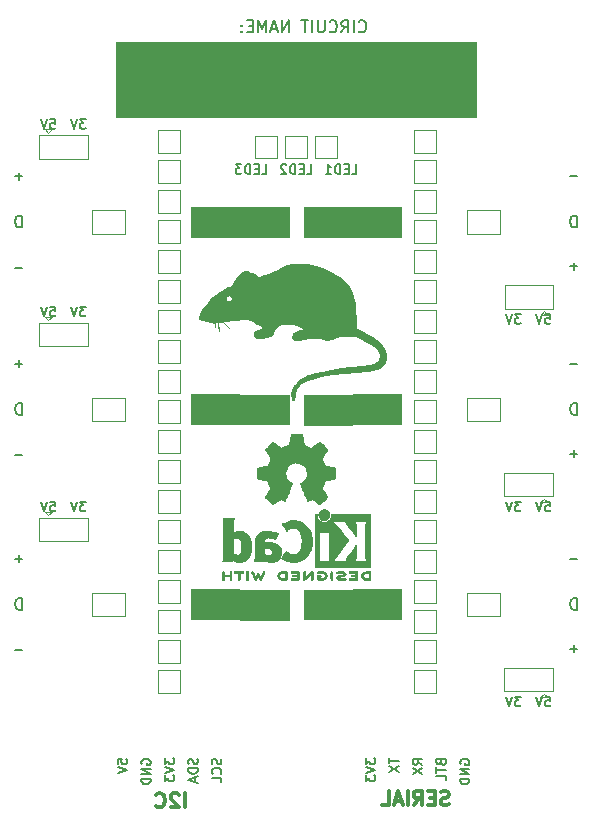
<source format=gbr>
G04 #@! TF.GenerationSoftware,KiCad,Pcbnew,(5.1.7)-1*
G04 #@! TF.CreationDate,2021-01-23T01:49:41+01:00*
G04 #@! TF.ProjectId,espbreakout,65737062-7265-4616-9b6f-75742e6b6963,rev?*
G04 #@! TF.SameCoordinates,Original*
G04 #@! TF.FileFunction,Legend,Bot*
G04 #@! TF.FilePolarity,Positive*
%FSLAX46Y46*%
G04 Gerber Fmt 4.6, Leading zero omitted, Abs format (unit mm)*
G04 Created by KiCad (PCBNEW (5.1.7)-1) date 2021-01-23 01:49:41*
%MOMM*%
%LPD*%
G01*
G04 APERTURE LIST*
%ADD10C,0.150000*%
%ADD11C,0.200000*%
%ADD12C,0.100000*%
%ADD13C,0.120000*%
%ADD14C,0.010000*%
%ADD15C,0.050000*%
%ADD16C,0.300000*%
G04 APERTURE END LIST*
D10*
X51695238Y-24491904D02*
X52076190Y-24491904D01*
X52076190Y-23691904D01*
X51428571Y-24072857D02*
X51161904Y-24072857D01*
X51047619Y-24491904D02*
X51428571Y-24491904D01*
X51428571Y-23691904D01*
X51047619Y-23691904D01*
X50704761Y-24491904D02*
X50704761Y-23691904D01*
X50514285Y-23691904D01*
X50400000Y-23730000D01*
X50323809Y-23806190D01*
X50285714Y-23882380D01*
X50247619Y-24034761D01*
X50247619Y-24149047D01*
X50285714Y-24301428D01*
X50323809Y-24377619D01*
X50400000Y-24453809D01*
X50514285Y-24491904D01*
X50704761Y-24491904D01*
X49980952Y-23691904D02*
X49485714Y-23691904D01*
X49752380Y-23996666D01*
X49638095Y-23996666D01*
X49561904Y-24034761D01*
X49523809Y-24072857D01*
X49485714Y-24149047D01*
X49485714Y-24339523D01*
X49523809Y-24415714D01*
X49561904Y-24453809D01*
X49638095Y-24491904D01*
X49866666Y-24491904D01*
X49942857Y-24453809D01*
X49980952Y-24415714D01*
X55505238Y-24491904D02*
X55886190Y-24491904D01*
X55886190Y-23691904D01*
X55238571Y-24072857D02*
X54971904Y-24072857D01*
X54857619Y-24491904D02*
X55238571Y-24491904D01*
X55238571Y-23691904D01*
X54857619Y-23691904D01*
X54514761Y-24491904D02*
X54514761Y-23691904D01*
X54324285Y-23691904D01*
X54210000Y-23730000D01*
X54133809Y-23806190D01*
X54095714Y-23882380D01*
X54057619Y-24034761D01*
X54057619Y-24149047D01*
X54095714Y-24301428D01*
X54133809Y-24377619D01*
X54210000Y-24453809D01*
X54324285Y-24491904D01*
X54514761Y-24491904D01*
X53752857Y-23768095D02*
X53714761Y-23730000D01*
X53638571Y-23691904D01*
X53448095Y-23691904D01*
X53371904Y-23730000D01*
X53333809Y-23768095D01*
X53295714Y-23844285D01*
X53295714Y-23920476D01*
X53333809Y-24034761D01*
X53790952Y-24491904D01*
X53295714Y-24491904D01*
X59315238Y-24491904D02*
X59696190Y-24491904D01*
X59696190Y-23691904D01*
X59048571Y-24072857D02*
X58781904Y-24072857D01*
X58667619Y-24491904D02*
X59048571Y-24491904D01*
X59048571Y-23691904D01*
X58667619Y-23691904D01*
X58324761Y-24491904D02*
X58324761Y-23691904D01*
X58134285Y-23691904D01*
X58020000Y-23730000D01*
X57943809Y-23806190D01*
X57905714Y-23882380D01*
X57867619Y-24034761D01*
X57867619Y-24149047D01*
X57905714Y-24301428D01*
X57943809Y-24377619D01*
X58020000Y-24453809D01*
X58134285Y-24491904D01*
X58324761Y-24491904D01*
X57105714Y-24491904D02*
X57562857Y-24491904D01*
X57334285Y-24491904D02*
X57334285Y-23691904D01*
X57410476Y-23806190D01*
X57486666Y-23882380D01*
X57562857Y-23920476D01*
D11*
X59917466Y-12412142D02*
X59965085Y-12459761D01*
X60107942Y-12507380D01*
X60203180Y-12507380D01*
X60346038Y-12459761D01*
X60441276Y-12364523D01*
X60488895Y-12269285D01*
X60536514Y-12078809D01*
X60536514Y-11935952D01*
X60488895Y-11745476D01*
X60441276Y-11650238D01*
X60346038Y-11555000D01*
X60203180Y-11507380D01*
X60107942Y-11507380D01*
X59965085Y-11555000D01*
X59917466Y-11602619D01*
X59488895Y-12507380D02*
X59488895Y-11507380D01*
X58441276Y-12507380D02*
X58774609Y-12031190D01*
X59012704Y-12507380D02*
X59012704Y-11507380D01*
X58631752Y-11507380D01*
X58536514Y-11555000D01*
X58488895Y-11602619D01*
X58441276Y-11697857D01*
X58441276Y-11840714D01*
X58488895Y-11935952D01*
X58536514Y-11983571D01*
X58631752Y-12031190D01*
X59012704Y-12031190D01*
X57441276Y-12412142D02*
X57488895Y-12459761D01*
X57631752Y-12507380D01*
X57726990Y-12507380D01*
X57869847Y-12459761D01*
X57965085Y-12364523D01*
X58012704Y-12269285D01*
X58060323Y-12078809D01*
X58060323Y-11935952D01*
X58012704Y-11745476D01*
X57965085Y-11650238D01*
X57869847Y-11555000D01*
X57726990Y-11507380D01*
X57631752Y-11507380D01*
X57488895Y-11555000D01*
X57441276Y-11602619D01*
X57012704Y-11507380D02*
X57012704Y-12316904D01*
X56965085Y-12412142D01*
X56917466Y-12459761D01*
X56822228Y-12507380D01*
X56631752Y-12507380D01*
X56536514Y-12459761D01*
X56488895Y-12412142D01*
X56441276Y-12316904D01*
X56441276Y-11507380D01*
X55965085Y-12507380D02*
X55965085Y-11507380D01*
X55631752Y-11507380D02*
X55060323Y-11507380D01*
X55346038Y-12507380D02*
X55346038Y-11507380D01*
X53965085Y-12507380D02*
X53965085Y-11507380D01*
X53393657Y-12507380D01*
X53393657Y-11507380D01*
X52965085Y-12221666D02*
X52488895Y-12221666D01*
X53060323Y-12507380D02*
X52726990Y-11507380D01*
X52393657Y-12507380D01*
X52060323Y-12507380D02*
X52060323Y-11507380D01*
X51726990Y-12221666D01*
X51393657Y-11507380D01*
X51393657Y-12507380D01*
X50917466Y-11983571D02*
X50584133Y-11983571D01*
X50441276Y-12507380D02*
X50917466Y-12507380D01*
X50917466Y-11507380D01*
X50441276Y-11507380D01*
X50012704Y-12412142D02*
X49965085Y-12459761D01*
X50012704Y-12507380D01*
X50060323Y-12459761D01*
X50012704Y-12412142D01*
X50012704Y-12507380D01*
X50012704Y-11888333D02*
X49965085Y-11935952D01*
X50012704Y-11983571D01*
X50060323Y-11935952D01*
X50012704Y-11888333D01*
X50012704Y-11983571D01*
D12*
G36*
X69855800Y-19675000D02*
G01*
X39375800Y-19675000D01*
X39375800Y-13325000D01*
X69855800Y-13325000D01*
X69855800Y-19675000D01*
G37*
X69855800Y-19675000D02*
X39375800Y-19675000D01*
X39375800Y-13325000D01*
X69855800Y-13325000D01*
X69855800Y-19675000D01*
G36*
X63505800Y-62220000D02*
G01*
X55245000Y-62220000D01*
X55245000Y-59690000D01*
X63505800Y-59680000D01*
X63505800Y-62220000D01*
G37*
X63505800Y-62220000D02*
X55245000Y-62220000D01*
X55245000Y-59690000D01*
X63505800Y-59680000D01*
X63505800Y-62220000D01*
G36*
X53975000Y-27305000D02*
G01*
X53975000Y-29835000D01*
X45725800Y-29835000D01*
X45725800Y-27295000D01*
X53975000Y-27305000D01*
G37*
X53975000Y-27305000D02*
X53975000Y-29835000D01*
X45725800Y-29835000D01*
X45725800Y-27295000D01*
X53975000Y-27305000D01*
G36*
X63505800Y-29835000D02*
G01*
X55245000Y-29845000D01*
X55245000Y-27305000D01*
X63505800Y-27295000D01*
X63505800Y-29835000D01*
G37*
X63505800Y-29835000D02*
X55245000Y-29845000D01*
X55245000Y-27305000D01*
X63505800Y-27295000D01*
X63505800Y-29835000D01*
G36*
X63505800Y-45710000D02*
G01*
X55245000Y-45720000D01*
X55245000Y-43180000D01*
X63505800Y-43170000D01*
X63505800Y-45710000D01*
G37*
X63505800Y-45710000D02*
X55245000Y-45720000D01*
X55245000Y-43180000D01*
X63505800Y-43170000D01*
X63505800Y-45710000D01*
G36*
X53975000Y-43180000D02*
G01*
X53975000Y-45710000D01*
X45725800Y-45710000D01*
X45725800Y-43170000D01*
X53975000Y-43180000D01*
G37*
X53975000Y-43180000D02*
X53975000Y-45710000D01*
X45725800Y-45710000D01*
X45725800Y-43170000D01*
X53975000Y-43180000D01*
G36*
X53975000Y-59690000D02*
G01*
X53975000Y-62230000D01*
X45725800Y-62220000D01*
X45725800Y-59680000D01*
X53975000Y-59690000D01*
G37*
X53975000Y-59690000D02*
X53975000Y-62230000D01*
X45725800Y-62220000D01*
X45725800Y-59680000D01*
X53975000Y-59690000D01*
D11*
X33807380Y-19881904D02*
X34188333Y-19881904D01*
X34226428Y-20262857D01*
X34188333Y-20224761D01*
X34112142Y-20186666D01*
X33921666Y-20186666D01*
X33845476Y-20224761D01*
X33807380Y-20262857D01*
X33769285Y-20339047D01*
X33769285Y-20529523D01*
X33807380Y-20605714D01*
X33845476Y-20643809D01*
X33921666Y-20681904D01*
X34112142Y-20681904D01*
X34188333Y-20643809D01*
X34226428Y-20605714D01*
X33540714Y-19881904D02*
X33274047Y-20681904D01*
X33007380Y-19881904D01*
X36804523Y-19881904D02*
X36309285Y-19881904D01*
X36575952Y-20186666D01*
X36461666Y-20186666D01*
X36385476Y-20224761D01*
X36347380Y-20262857D01*
X36309285Y-20339047D01*
X36309285Y-20529523D01*
X36347380Y-20605714D01*
X36385476Y-20643809D01*
X36461666Y-20681904D01*
X36690238Y-20681904D01*
X36766428Y-20643809D01*
X36804523Y-20605714D01*
X36080714Y-19881904D02*
X35814047Y-20681904D01*
X35547380Y-19881904D01*
D10*
X77800238Y-40582857D02*
X78409761Y-40582857D01*
X78366904Y-44902380D02*
X78366904Y-43902380D01*
X78128809Y-43902380D01*
X77985952Y-43950000D01*
X77890714Y-44045238D01*
X77843095Y-44140476D01*
X77795476Y-44330952D01*
X77795476Y-44473809D01*
X77843095Y-44664285D01*
X77890714Y-44759523D01*
X77985952Y-44854761D01*
X78128809Y-44902380D01*
X78366904Y-44902380D01*
X77800238Y-48202857D02*
X78409761Y-48202857D01*
X78105000Y-47898095D02*
X78105000Y-48507619D01*
X48248809Y-74019880D02*
X48286904Y-74134166D01*
X48286904Y-74324642D01*
X48248809Y-74400833D01*
X48210714Y-74438928D01*
X48134523Y-74477023D01*
X48058333Y-74477023D01*
X47982142Y-74438928D01*
X47944047Y-74400833D01*
X47905952Y-74324642D01*
X47867857Y-74172261D01*
X47829761Y-74096071D01*
X47791666Y-74057976D01*
X47715476Y-74019880D01*
X47639285Y-74019880D01*
X47563095Y-74057976D01*
X47525000Y-74096071D01*
X47486904Y-74172261D01*
X47486904Y-74362738D01*
X47525000Y-74477023D01*
X48210714Y-75277023D02*
X48248809Y-75238928D01*
X48286904Y-75124642D01*
X48286904Y-75048452D01*
X48248809Y-74934166D01*
X48172619Y-74857976D01*
X48096428Y-74819880D01*
X47944047Y-74781785D01*
X47829761Y-74781785D01*
X47677380Y-74819880D01*
X47601190Y-74857976D01*
X47525000Y-74934166D01*
X47486904Y-75048452D01*
X47486904Y-75124642D01*
X47525000Y-75238928D01*
X47563095Y-75277023D01*
X48286904Y-76000833D02*
X48286904Y-75619880D01*
X47486904Y-75619880D01*
X46248809Y-74019880D02*
X46286904Y-74134166D01*
X46286904Y-74324642D01*
X46248809Y-74400833D01*
X46210714Y-74438928D01*
X46134523Y-74477023D01*
X46058333Y-74477023D01*
X45982142Y-74438928D01*
X45944047Y-74400833D01*
X45905952Y-74324642D01*
X45867857Y-74172261D01*
X45829761Y-74096071D01*
X45791666Y-74057976D01*
X45715476Y-74019880D01*
X45639285Y-74019880D01*
X45563095Y-74057976D01*
X45525000Y-74096071D01*
X45486904Y-74172261D01*
X45486904Y-74362738D01*
X45525000Y-74477023D01*
X46286904Y-74819880D02*
X45486904Y-74819880D01*
X45486904Y-75010357D01*
X45525000Y-75124642D01*
X45601190Y-75200833D01*
X45677380Y-75238928D01*
X45829761Y-75277023D01*
X45944047Y-75277023D01*
X46096428Y-75238928D01*
X46172619Y-75200833D01*
X46248809Y-75124642D01*
X46286904Y-75010357D01*
X46286904Y-74819880D01*
X46058333Y-75581785D02*
X46058333Y-75962738D01*
X46286904Y-75505595D02*
X45486904Y-75772261D01*
X46286904Y-76038928D01*
X39486904Y-74438928D02*
X39486904Y-74057976D01*
X39867857Y-74019880D01*
X39829761Y-74057976D01*
X39791666Y-74134166D01*
X39791666Y-74324642D01*
X39829761Y-74400833D01*
X39867857Y-74438928D01*
X39944047Y-74477023D01*
X40134523Y-74477023D01*
X40210714Y-74438928D01*
X40248809Y-74400833D01*
X40286904Y-74324642D01*
X40286904Y-74134166D01*
X40248809Y-74057976D01*
X40210714Y-74019880D01*
X39486904Y-74705595D02*
X40286904Y-74972261D01*
X39486904Y-75238928D01*
X41525000Y-74477023D02*
X41486904Y-74400833D01*
X41486904Y-74286547D01*
X41525000Y-74172261D01*
X41601190Y-74096071D01*
X41677380Y-74057976D01*
X41829761Y-74019880D01*
X41944047Y-74019880D01*
X42096428Y-74057976D01*
X42172619Y-74096071D01*
X42248809Y-74172261D01*
X42286904Y-74286547D01*
X42286904Y-74362738D01*
X42248809Y-74477023D01*
X42210714Y-74515119D01*
X41944047Y-74515119D01*
X41944047Y-74362738D01*
X42286904Y-74857976D02*
X41486904Y-74857976D01*
X42286904Y-75315119D01*
X41486904Y-75315119D01*
X42286904Y-75696071D02*
X41486904Y-75696071D01*
X41486904Y-75886547D01*
X41525000Y-76000833D01*
X41601190Y-76077023D01*
X41677380Y-76115119D01*
X41829761Y-76153214D01*
X41944047Y-76153214D01*
X42096428Y-76115119D01*
X42172619Y-76077023D01*
X42248809Y-76000833D01*
X42286904Y-75886547D01*
X42286904Y-75696071D01*
X43486904Y-73981785D02*
X43486904Y-74477023D01*
X43791666Y-74210357D01*
X43791666Y-74324642D01*
X43829761Y-74400833D01*
X43867857Y-74438928D01*
X43944047Y-74477023D01*
X44134523Y-74477023D01*
X44210714Y-74438928D01*
X44248809Y-74400833D01*
X44286904Y-74324642D01*
X44286904Y-74096071D01*
X44248809Y-74019880D01*
X44210714Y-73981785D01*
X43486904Y-74705595D02*
X44286904Y-74972261D01*
X43486904Y-75238928D01*
X43486904Y-75429404D02*
X43486904Y-75924642D01*
X43791666Y-75657976D01*
X43791666Y-75772261D01*
X43829761Y-75848452D01*
X43867857Y-75886547D01*
X43944047Y-75924642D01*
X44134523Y-75924642D01*
X44210714Y-75886547D01*
X44248809Y-75848452D01*
X44286904Y-75772261D01*
X44286904Y-75543690D01*
X44248809Y-75467500D01*
X44210714Y-75429404D01*
X60486904Y-73981785D02*
X60486904Y-74477023D01*
X60791666Y-74210357D01*
X60791666Y-74324642D01*
X60829761Y-74400833D01*
X60867857Y-74438928D01*
X60944047Y-74477023D01*
X61134523Y-74477023D01*
X61210714Y-74438928D01*
X61248809Y-74400833D01*
X61286904Y-74324642D01*
X61286904Y-74096071D01*
X61248809Y-74019880D01*
X61210714Y-73981785D01*
X60486904Y-74705595D02*
X61286904Y-74972261D01*
X60486904Y-75238928D01*
X60486904Y-75429404D02*
X60486904Y-75924642D01*
X60791666Y-75657976D01*
X60791666Y-75772261D01*
X60829761Y-75848452D01*
X60867857Y-75886547D01*
X60944047Y-75924642D01*
X61134523Y-75924642D01*
X61210714Y-75886547D01*
X61248809Y-75848452D01*
X61286904Y-75772261D01*
X61286904Y-75543690D01*
X61248809Y-75467500D01*
X61210714Y-75429404D01*
X68525000Y-74477023D02*
X68486904Y-74400833D01*
X68486904Y-74286547D01*
X68525000Y-74172261D01*
X68601190Y-74096071D01*
X68677380Y-74057976D01*
X68829761Y-74019880D01*
X68944047Y-74019880D01*
X69096428Y-74057976D01*
X69172619Y-74096071D01*
X69248809Y-74172261D01*
X69286904Y-74286547D01*
X69286904Y-74362738D01*
X69248809Y-74477023D01*
X69210714Y-74515119D01*
X68944047Y-74515119D01*
X68944047Y-74362738D01*
X69286904Y-74857976D02*
X68486904Y-74857976D01*
X69286904Y-75315119D01*
X68486904Y-75315119D01*
X69286904Y-75696071D02*
X68486904Y-75696071D01*
X68486904Y-75886547D01*
X68525000Y-76000833D01*
X68601190Y-76077023D01*
X68677380Y-76115119D01*
X68829761Y-76153214D01*
X68944047Y-76153214D01*
X69096428Y-76115119D01*
X69172619Y-76077023D01*
X69248809Y-76000833D01*
X69286904Y-75886547D01*
X69286904Y-75696071D01*
X66867857Y-74324642D02*
X66905952Y-74438928D01*
X66944047Y-74477023D01*
X67020238Y-74515119D01*
X67134523Y-74515119D01*
X67210714Y-74477023D01*
X67248809Y-74438928D01*
X67286904Y-74362738D01*
X67286904Y-74057976D01*
X66486904Y-74057976D01*
X66486904Y-74324642D01*
X66525000Y-74400833D01*
X66563095Y-74438928D01*
X66639285Y-74477023D01*
X66715476Y-74477023D01*
X66791666Y-74438928D01*
X66829761Y-74400833D01*
X66867857Y-74324642D01*
X66867857Y-74057976D01*
X66486904Y-74743690D02*
X66486904Y-75200833D01*
X67286904Y-74972261D02*
X66486904Y-74972261D01*
X67286904Y-75848452D02*
X67286904Y-75467500D01*
X66486904Y-75467500D01*
X65286904Y-74515119D02*
X64905952Y-74248452D01*
X65286904Y-74057976D02*
X64486904Y-74057976D01*
X64486904Y-74362738D01*
X64525000Y-74438928D01*
X64563095Y-74477023D01*
X64639285Y-74515119D01*
X64753571Y-74515119D01*
X64829761Y-74477023D01*
X64867857Y-74438928D01*
X64905952Y-74362738D01*
X64905952Y-74057976D01*
X64486904Y-74781785D02*
X65286904Y-75315119D01*
X64486904Y-75315119D02*
X65286904Y-74781785D01*
X62486904Y-73943690D02*
X62486904Y-74400833D01*
X63286904Y-74172261D02*
X62486904Y-74172261D01*
X62486904Y-74591309D02*
X63286904Y-75124642D01*
X62486904Y-75124642D02*
X63286904Y-74591309D01*
X30810238Y-24707857D02*
X31419761Y-24707857D01*
X31115000Y-24403095D02*
X31115000Y-25012619D01*
X31419761Y-32442142D02*
X30810238Y-32442142D01*
X31376904Y-29027380D02*
X31376904Y-28027380D01*
X31138809Y-28027380D01*
X30995952Y-28075000D01*
X30900714Y-28170238D01*
X30853095Y-28265476D01*
X30805476Y-28455952D01*
X30805476Y-28598809D01*
X30853095Y-28789285D01*
X30900714Y-28884523D01*
X30995952Y-28979761D01*
X31138809Y-29027380D01*
X31376904Y-29027380D01*
X31419761Y-64827142D02*
X30810238Y-64827142D01*
X31376904Y-61412380D02*
X31376904Y-60412380D01*
X31138809Y-60412380D01*
X30995952Y-60460000D01*
X30900714Y-60555238D01*
X30853095Y-60650476D01*
X30805476Y-60840952D01*
X30805476Y-60983809D01*
X30853095Y-61174285D01*
X30900714Y-61269523D01*
X30995952Y-61364761D01*
X31138809Y-61412380D01*
X31376904Y-61412380D01*
X30810238Y-57092857D02*
X31419761Y-57092857D01*
X31115000Y-56788095D02*
X31115000Y-57397619D01*
X30810238Y-40582857D02*
X31419761Y-40582857D01*
X31115000Y-40278095D02*
X31115000Y-40887619D01*
X31376904Y-44902380D02*
X31376904Y-43902380D01*
X31138809Y-43902380D01*
X30995952Y-43950000D01*
X30900714Y-44045238D01*
X30853095Y-44140476D01*
X30805476Y-44330952D01*
X30805476Y-44473809D01*
X30853095Y-44664285D01*
X30900714Y-44759523D01*
X30995952Y-44854761D01*
X31138809Y-44902380D01*
X31376904Y-44902380D01*
X31419761Y-48317142D02*
X30810238Y-48317142D01*
X77800238Y-32327857D02*
X78409761Y-32327857D01*
X78105000Y-32023095D02*
X78105000Y-32632619D01*
X77800238Y-24707857D02*
X78409761Y-24707857D01*
X78366904Y-29027380D02*
X78366904Y-28027380D01*
X78128809Y-28027380D01*
X77985952Y-28075000D01*
X77890714Y-28170238D01*
X77843095Y-28265476D01*
X77795476Y-28455952D01*
X77795476Y-28598809D01*
X77843095Y-28789285D01*
X77890714Y-28884523D01*
X77985952Y-28979761D01*
X78128809Y-29027380D01*
X78366904Y-29027380D01*
X77800238Y-57092857D02*
X78409761Y-57092857D01*
X78366904Y-61412380D02*
X78366904Y-60412380D01*
X78128809Y-60412380D01*
X77985952Y-60460000D01*
X77890714Y-60555238D01*
X77843095Y-60650476D01*
X77795476Y-60840952D01*
X77795476Y-60983809D01*
X77843095Y-61174285D01*
X77890714Y-61269523D01*
X77985952Y-61364761D01*
X78128809Y-61412380D01*
X78366904Y-61412380D01*
X77800238Y-64712857D02*
X78409761Y-64712857D01*
X78105000Y-64408095D02*
X78105000Y-65017619D01*
D11*
X73634523Y-68776904D02*
X73139285Y-68776904D01*
X73405952Y-69081666D01*
X73291666Y-69081666D01*
X73215476Y-69119761D01*
X73177380Y-69157857D01*
X73139285Y-69234047D01*
X73139285Y-69424523D01*
X73177380Y-69500714D01*
X73215476Y-69538809D01*
X73291666Y-69576904D01*
X73520238Y-69576904D01*
X73596428Y-69538809D01*
X73634523Y-69500714D01*
X72910714Y-68776904D02*
X72644047Y-69576904D01*
X72377380Y-68776904D01*
X73634523Y-52266904D02*
X73139285Y-52266904D01*
X73405952Y-52571666D01*
X73291666Y-52571666D01*
X73215476Y-52609761D01*
X73177380Y-52647857D01*
X73139285Y-52724047D01*
X73139285Y-52914523D01*
X73177380Y-52990714D01*
X73215476Y-53028809D01*
X73291666Y-53066904D01*
X73520238Y-53066904D01*
X73596428Y-53028809D01*
X73634523Y-52990714D01*
X72910714Y-52266904D02*
X72644047Y-53066904D01*
X72377380Y-52266904D01*
X73634523Y-36391904D02*
X73139285Y-36391904D01*
X73405952Y-36696666D01*
X73291666Y-36696666D01*
X73215476Y-36734761D01*
X73177380Y-36772857D01*
X73139285Y-36849047D01*
X73139285Y-37039523D01*
X73177380Y-37115714D01*
X73215476Y-37153809D01*
X73291666Y-37191904D01*
X73520238Y-37191904D01*
X73596428Y-37153809D01*
X73634523Y-37115714D01*
X72910714Y-36391904D02*
X72644047Y-37191904D01*
X72377380Y-36391904D01*
X75717380Y-68776904D02*
X76098333Y-68776904D01*
X76136428Y-69157857D01*
X76098333Y-69119761D01*
X76022142Y-69081666D01*
X75831666Y-69081666D01*
X75755476Y-69119761D01*
X75717380Y-69157857D01*
X75679285Y-69234047D01*
X75679285Y-69424523D01*
X75717380Y-69500714D01*
X75755476Y-69538809D01*
X75831666Y-69576904D01*
X76022142Y-69576904D01*
X76098333Y-69538809D01*
X76136428Y-69500714D01*
X75450714Y-68776904D02*
X75184047Y-69576904D01*
X74917380Y-68776904D01*
X75717380Y-52266904D02*
X76098333Y-52266904D01*
X76136428Y-52647857D01*
X76098333Y-52609761D01*
X76022142Y-52571666D01*
X75831666Y-52571666D01*
X75755476Y-52609761D01*
X75717380Y-52647857D01*
X75679285Y-52724047D01*
X75679285Y-52914523D01*
X75717380Y-52990714D01*
X75755476Y-53028809D01*
X75831666Y-53066904D01*
X76022142Y-53066904D01*
X76098333Y-53028809D01*
X76136428Y-52990714D01*
X75450714Y-52266904D02*
X75184047Y-53066904D01*
X74917380Y-52266904D01*
X75717380Y-36391904D02*
X76098333Y-36391904D01*
X76136428Y-36772857D01*
X76098333Y-36734761D01*
X76022142Y-36696666D01*
X75831666Y-36696666D01*
X75755476Y-36734761D01*
X75717380Y-36772857D01*
X75679285Y-36849047D01*
X75679285Y-37039523D01*
X75717380Y-37115714D01*
X75755476Y-37153809D01*
X75831666Y-37191904D01*
X76022142Y-37191904D01*
X76098333Y-37153809D01*
X76136428Y-37115714D01*
X75450714Y-36391904D02*
X75184047Y-37191904D01*
X74917380Y-36391904D01*
X33807380Y-35756904D02*
X34188333Y-35756904D01*
X34226428Y-36137857D01*
X34188333Y-36099761D01*
X34112142Y-36061666D01*
X33921666Y-36061666D01*
X33845476Y-36099761D01*
X33807380Y-36137857D01*
X33769285Y-36214047D01*
X33769285Y-36404523D01*
X33807380Y-36480714D01*
X33845476Y-36518809D01*
X33921666Y-36556904D01*
X34112142Y-36556904D01*
X34188333Y-36518809D01*
X34226428Y-36480714D01*
X33540714Y-35756904D02*
X33274047Y-36556904D01*
X33007380Y-35756904D01*
X36804523Y-35756904D02*
X36309285Y-35756904D01*
X36575952Y-36061666D01*
X36461666Y-36061666D01*
X36385476Y-36099761D01*
X36347380Y-36137857D01*
X36309285Y-36214047D01*
X36309285Y-36404523D01*
X36347380Y-36480714D01*
X36385476Y-36518809D01*
X36461666Y-36556904D01*
X36690238Y-36556904D01*
X36766428Y-36518809D01*
X36804523Y-36480714D01*
X36080714Y-35756904D02*
X35814047Y-36556904D01*
X35547380Y-35756904D01*
X36804523Y-52266904D02*
X36309285Y-52266904D01*
X36575952Y-52571666D01*
X36461666Y-52571666D01*
X36385476Y-52609761D01*
X36347380Y-52647857D01*
X36309285Y-52724047D01*
X36309285Y-52914523D01*
X36347380Y-52990714D01*
X36385476Y-53028809D01*
X36461666Y-53066904D01*
X36690238Y-53066904D01*
X36766428Y-53028809D01*
X36804523Y-52990714D01*
X36080714Y-52266904D02*
X35814047Y-53066904D01*
X35547380Y-52266904D01*
X33807380Y-52266904D02*
X34188333Y-52266904D01*
X34226428Y-52647857D01*
X34188333Y-52609761D01*
X34112142Y-52571666D01*
X33921666Y-52571666D01*
X33845476Y-52609761D01*
X33807380Y-52647857D01*
X33769285Y-52724047D01*
X33769285Y-52914523D01*
X33807380Y-52990714D01*
X33845476Y-53028809D01*
X33921666Y-53066904D01*
X34112142Y-53066904D01*
X34188333Y-53028809D01*
X34226428Y-52990714D01*
X33540714Y-52266904D02*
X33274047Y-53066904D01*
X33007380Y-52266904D01*
D13*
X51120000Y-21265000D02*
X51120000Y-23165000D01*
X53020000Y-21265000D02*
X51120000Y-21265000D01*
X53020000Y-23165000D02*
X53020000Y-21265000D01*
X51120000Y-23165000D02*
X53020000Y-23165000D01*
X53660000Y-21275000D02*
X53660000Y-23175000D01*
X55560000Y-21275000D02*
X53660000Y-21275000D01*
X55560000Y-23175000D02*
X55560000Y-21275000D01*
X53660000Y-23175000D02*
X55560000Y-23175000D01*
X56205800Y-23165000D02*
X58105800Y-23165000D01*
X58105800Y-23165000D02*
X58105800Y-21265000D01*
X58105800Y-21265000D02*
X56205800Y-21265000D01*
X56205800Y-21265000D02*
X56205800Y-23165000D01*
X42903800Y-68420000D02*
X44803800Y-68420000D01*
X44803800Y-68420000D02*
X44803800Y-66520000D01*
X44803800Y-66520000D02*
X42903800Y-66520000D01*
X42903800Y-66520000D02*
X42903800Y-68420000D01*
X42903800Y-63980000D02*
X42903800Y-65880000D01*
X44803800Y-63980000D02*
X42903800Y-63980000D01*
X44803800Y-65880000D02*
X44803800Y-63980000D01*
X42903800Y-65880000D02*
X44803800Y-65880000D01*
X42903800Y-63340000D02*
X44803800Y-63340000D01*
X44803800Y-63340000D02*
X44803800Y-61440000D01*
X44803800Y-61440000D02*
X42903800Y-61440000D01*
X42903800Y-61440000D02*
X42903800Y-63340000D01*
X42903800Y-58900000D02*
X42903800Y-60800000D01*
X44803800Y-58900000D02*
X42903800Y-58900000D01*
X44803800Y-60800000D02*
X44803800Y-58900000D01*
X42903800Y-60800000D02*
X44803800Y-60800000D01*
X42903800Y-58260000D02*
X44803800Y-58260000D01*
X44803800Y-58260000D02*
X44803800Y-56360000D01*
X44803800Y-56360000D02*
X42903800Y-56360000D01*
X42903800Y-56360000D02*
X42903800Y-58260000D01*
X42903800Y-53820000D02*
X42903800Y-55720000D01*
X44803800Y-53820000D02*
X42903800Y-53820000D01*
X44803800Y-55720000D02*
X44803800Y-53820000D01*
X42903800Y-55720000D02*
X44803800Y-55720000D01*
X42903800Y-53180000D02*
X44803800Y-53180000D01*
X44803800Y-53180000D02*
X44803800Y-51280000D01*
X44803800Y-51280000D02*
X42903800Y-51280000D01*
X42903800Y-51280000D02*
X42903800Y-53180000D01*
X42903800Y-48740000D02*
X42903800Y-50640000D01*
X44803800Y-48740000D02*
X42903800Y-48740000D01*
X44803800Y-50640000D02*
X44803800Y-48740000D01*
X42903800Y-50640000D02*
X44803800Y-50640000D01*
X42903800Y-48100000D02*
X44803800Y-48100000D01*
X44803800Y-48100000D02*
X44803800Y-46200000D01*
X44803800Y-46200000D02*
X42903800Y-46200000D01*
X42903800Y-46200000D02*
X42903800Y-48100000D01*
X42903800Y-43660000D02*
X42903800Y-45560000D01*
X44803800Y-43660000D02*
X42903800Y-43660000D01*
X44803800Y-45560000D02*
X44803800Y-43660000D01*
X42903800Y-45560000D02*
X44803800Y-45560000D01*
X42903800Y-43020000D02*
X44803800Y-43020000D01*
X44803800Y-43020000D02*
X44803800Y-41120000D01*
X44803800Y-41120000D02*
X42903800Y-41120000D01*
X42903800Y-41120000D02*
X42903800Y-43020000D01*
X42903800Y-38580000D02*
X42903800Y-40480000D01*
X44803800Y-38580000D02*
X42903800Y-38580000D01*
X44803800Y-40480000D02*
X44803800Y-38580000D01*
X42903800Y-40480000D02*
X44803800Y-40480000D01*
X42903800Y-37940000D02*
X44803800Y-37940000D01*
X44803800Y-37940000D02*
X44803800Y-36040000D01*
X44803800Y-36040000D02*
X42903800Y-36040000D01*
X42903800Y-36040000D02*
X42903800Y-37940000D01*
X42903800Y-33500000D02*
X42903800Y-35400000D01*
X44803800Y-33500000D02*
X42903800Y-33500000D01*
X44803800Y-35400000D02*
X44803800Y-33500000D01*
X42903800Y-35400000D02*
X44803800Y-35400000D01*
X42903800Y-32860000D02*
X44803800Y-32860000D01*
X44803800Y-32860000D02*
X44803800Y-30960000D01*
X44803800Y-30960000D02*
X42903800Y-30960000D01*
X42903800Y-30960000D02*
X42903800Y-32860000D01*
X42903800Y-28420000D02*
X42903800Y-30320000D01*
X44803800Y-28420000D02*
X42903800Y-28420000D01*
X44803800Y-30320000D02*
X44803800Y-28420000D01*
X42903800Y-30320000D02*
X44803800Y-30320000D01*
X42903800Y-27780000D02*
X44803800Y-27780000D01*
X44803800Y-27780000D02*
X44803800Y-25880000D01*
X44803800Y-25880000D02*
X42903800Y-25880000D01*
X42903800Y-25880000D02*
X42903800Y-27780000D01*
X42903800Y-23340000D02*
X42903800Y-25240000D01*
X44803800Y-23340000D02*
X42903800Y-23340000D01*
X44803800Y-25240000D02*
X44803800Y-23340000D01*
X42903800Y-25240000D02*
X44803800Y-25240000D01*
X42903800Y-22700000D02*
X44803800Y-22700000D01*
X44803800Y-22700000D02*
X44803800Y-20800000D01*
X44803800Y-20800000D02*
X42903800Y-20800000D01*
X42903800Y-20800000D02*
X42903800Y-22700000D01*
X64570000Y-22700000D02*
X66470000Y-22700000D01*
X66470000Y-22700000D02*
X66470000Y-20800000D01*
X66470000Y-20800000D02*
X64570000Y-20800000D01*
X64570000Y-20800000D02*
X64570000Y-22700000D01*
X64570000Y-23340000D02*
X64570000Y-25240000D01*
X66470000Y-23340000D02*
X64570000Y-23340000D01*
X66470000Y-25240000D02*
X66470000Y-23340000D01*
X64570000Y-25240000D02*
X66470000Y-25240000D01*
X64570000Y-27780000D02*
X66470000Y-27780000D01*
X66470000Y-27780000D02*
X66470000Y-25880000D01*
X66470000Y-25880000D02*
X64570000Y-25880000D01*
X64570000Y-25880000D02*
X64570000Y-27780000D01*
X64570000Y-28420000D02*
X64570000Y-30320000D01*
X66470000Y-28420000D02*
X64570000Y-28420000D01*
X66470000Y-30320000D02*
X66470000Y-28420000D01*
X64570000Y-30320000D02*
X66470000Y-30320000D01*
X64570000Y-32860000D02*
X66470000Y-32860000D01*
X66470000Y-32860000D02*
X66470000Y-30960000D01*
X66470000Y-30960000D02*
X64570000Y-30960000D01*
X64570000Y-30960000D02*
X64570000Y-32860000D01*
X64570000Y-33500000D02*
X64570000Y-35400000D01*
X66470000Y-33500000D02*
X64570000Y-33500000D01*
X66470000Y-35400000D02*
X66470000Y-33500000D01*
X64570000Y-35400000D02*
X66470000Y-35400000D01*
X64570000Y-37940000D02*
X66470000Y-37940000D01*
X66470000Y-37940000D02*
X66470000Y-36040000D01*
X66470000Y-36040000D02*
X64570000Y-36040000D01*
X64570000Y-36040000D02*
X64570000Y-37940000D01*
X64570000Y-38580000D02*
X64570000Y-40480000D01*
X66470000Y-38580000D02*
X64570000Y-38580000D01*
X66470000Y-40480000D02*
X66470000Y-38580000D01*
X64570000Y-40480000D02*
X66470000Y-40480000D01*
X64570000Y-43020000D02*
X66470000Y-43020000D01*
X66470000Y-43020000D02*
X66470000Y-41120000D01*
X66470000Y-41120000D02*
X64570000Y-41120000D01*
X64570000Y-41120000D02*
X64570000Y-43020000D01*
X64570000Y-43660000D02*
X64570000Y-45560000D01*
X66470000Y-43660000D02*
X64570000Y-43660000D01*
X66470000Y-45560000D02*
X66470000Y-43660000D01*
X64570000Y-45560000D02*
X66470000Y-45560000D01*
X64570000Y-48100000D02*
X66470000Y-48100000D01*
X66470000Y-48100000D02*
X66470000Y-46200000D01*
X66470000Y-46200000D02*
X64570000Y-46200000D01*
X64570000Y-46200000D02*
X64570000Y-48100000D01*
X64570000Y-48740000D02*
X64570000Y-50640000D01*
X66470000Y-48740000D02*
X64570000Y-48740000D01*
X66470000Y-50640000D02*
X66470000Y-48740000D01*
X64570000Y-50640000D02*
X66470000Y-50640000D01*
X64570000Y-53180000D02*
X66470000Y-53180000D01*
X66470000Y-53180000D02*
X66470000Y-51280000D01*
X66470000Y-51280000D02*
X64570000Y-51280000D01*
X64570000Y-51280000D02*
X64570000Y-53180000D01*
X64570000Y-53820000D02*
X64570000Y-55720000D01*
X66470000Y-53820000D02*
X64570000Y-53820000D01*
X66470000Y-55720000D02*
X66470000Y-53820000D01*
X64570000Y-55720000D02*
X66470000Y-55720000D01*
X64570000Y-58260000D02*
X66470000Y-58260000D01*
X66470000Y-58260000D02*
X66470000Y-56360000D01*
X66470000Y-56360000D02*
X64570000Y-56360000D01*
X64570000Y-56360000D02*
X64570000Y-58260000D01*
X64570000Y-58900000D02*
X64570000Y-60800000D01*
X66470000Y-58900000D02*
X64570000Y-58900000D01*
X66470000Y-60800000D02*
X66470000Y-58900000D01*
X64570000Y-60800000D02*
X66470000Y-60800000D01*
X64570000Y-63340000D02*
X66470000Y-63340000D01*
X66470000Y-63340000D02*
X66470000Y-61440000D01*
X66470000Y-61440000D02*
X64570000Y-61440000D01*
X64570000Y-61440000D02*
X64570000Y-63340000D01*
X64570000Y-63980000D02*
X64570000Y-65880000D01*
X66470000Y-63980000D02*
X64570000Y-63980000D01*
X66470000Y-65880000D02*
X66470000Y-63980000D01*
X64570000Y-65880000D02*
X66470000Y-65880000D01*
X64570000Y-68420000D02*
X66470000Y-68420000D01*
X66470000Y-68420000D02*
X66470000Y-66520000D01*
X66470000Y-66520000D02*
X64570000Y-66520000D01*
X64570000Y-66520000D02*
X64570000Y-68420000D01*
X37335000Y-29575000D02*
X40135000Y-29575000D01*
X40135000Y-29575000D02*
X40135000Y-27575000D01*
X40135000Y-27575000D02*
X37335000Y-27575000D01*
X37335000Y-27575000D02*
X37335000Y-29575000D01*
X32875000Y-23225000D02*
X36975000Y-23225000D01*
X36975000Y-23225000D02*
X36975000Y-21225000D01*
X36975000Y-21225000D02*
X32875000Y-21225000D01*
X32875000Y-21225000D02*
X32875000Y-23225000D01*
X33625000Y-21025000D02*
X33325000Y-20725000D01*
X33325000Y-20725000D02*
X33925000Y-20725000D01*
X33625000Y-21025000D02*
X33925000Y-20725000D01*
X76345000Y-49800000D02*
X72245000Y-49800000D01*
X72245000Y-49800000D02*
X72245000Y-51800000D01*
X72245000Y-51800000D02*
X76345000Y-51800000D01*
X76345000Y-51800000D02*
X76345000Y-49800000D01*
X75595000Y-52000000D02*
X75895000Y-52300000D01*
X75895000Y-52300000D02*
X75295000Y-52300000D01*
X75595000Y-52000000D02*
X75295000Y-52300000D01*
X76345000Y-66310000D02*
X72245000Y-66310000D01*
X72245000Y-66310000D02*
X72245000Y-68310000D01*
X72245000Y-68310000D02*
X76345000Y-68310000D01*
X76345000Y-68310000D02*
X76345000Y-66310000D01*
X75595000Y-68510000D02*
X75895000Y-68810000D01*
X75895000Y-68810000D02*
X75295000Y-68810000D01*
X75595000Y-68510000D02*
X75295000Y-68810000D01*
X32875000Y-55610000D02*
X36975000Y-55610000D01*
X36975000Y-55610000D02*
X36975000Y-53610000D01*
X36975000Y-53610000D02*
X32875000Y-53610000D01*
X32875000Y-53610000D02*
X32875000Y-55610000D01*
X33625000Y-53410000D02*
X33325000Y-53110000D01*
X33325000Y-53110000D02*
X33925000Y-53110000D01*
X33625000Y-53410000D02*
X33925000Y-53110000D01*
X76375000Y-33925000D02*
X72275000Y-33925000D01*
X72275000Y-33925000D02*
X72275000Y-35925000D01*
X72275000Y-35925000D02*
X76375000Y-35925000D01*
X76375000Y-35925000D02*
X76375000Y-33925000D01*
X75625000Y-36125000D02*
X75925000Y-36425000D01*
X75925000Y-36425000D02*
X75325000Y-36425000D01*
X75625000Y-36125000D02*
X75325000Y-36425000D01*
X32875000Y-39100000D02*
X36975000Y-39100000D01*
X36975000Y-39100000D02*
X36975000Y-37100000D01*
X36975000Y-37100000D02*
X32875000Y-37100000D01*
X32875000Y-37100000D02*
X32875000Y-39100000D01*
X33625000Y-36900000D02*
X33325000Y-36600000D01*
X33325000Y-36600000D02*
X33925000Y-36600000D01*
X33625000Y-36900000D02*
X33925000Y-36600000D01*
X69085000Y-61960000D02*
X71885000Y-61960000D01*
X71885000Y-61960000D02*
X71885000Y-59960000D01*
X71885000Y-59960000D02*
X69085000Y-59960000D01*
X69085000Y-59960000D02*
X69085000Y-61960000D01*
X69085000Y-45450000D02*
X71885000Y-45450000D01*
X71885000Y-45450000D02*
X71885000Y-43450000D01*
X71885000Y-43450000D02*
X69085000Y-43450000D01*
X69085000Y-43450000D02*
X69085000Y-45450000D01*
X69085000Y-29575000D02*
X71885000Y-29575000D01*
X71885000Y-29575000D02*
X71885000Y-27575000D01*
X71885000Y-27575000D02*
X69085000Y-27575000D01*
X69085000Y-27575000D02*
X69085000Y-29575000D01*
X37335000Y-61960000D02*
X40135000Y-61960000D01*
X40135000Y-61960000D02*
X40135000Y-59960000D01*
X40135000Y-59960000D02*
X37335000Y-59960000D01*
X37335000Y-59960000D02*
X37335000Y-61960000D01*
X37335000Y-45450000D02*
X40135000Y-45450000D01*
X40135000Y-45450000D02*
X40135000Y-43450000D01*
X40135000Y-43450000D02*
X37335000Y-43450000D01*
X37335000Y-43450000D02*
X37335000Y-45450000D01*
D14*
G36*
X54059986Y-46988931D02*
G01*
X53976165Y-47433555D01*
X53666880Y-47561053D01*
X53357594Y-47688551D01*
X52986554Y-47436246D01*
X52882643Y-47365996D01*
X52788713Y-47303272D01*
X52709148Y-47250938D01*
X52648330Y-47211857D01*
X52610643Y-47188893D01*
X52600379Y-47183942D01*
X52581890Y-47196676D01*
X52542380Y-47231882D01*
X52486278Y-47285062D01*
X52418013Y-47351718D01*
X52342014Y-47427354D01*
X52262708Y-47507472D01*
X52184525Y-47587574D01*
X52111893Y-47663164D01*
X52049241Y-47729745D01*
X52000997Y-47782818D01*
X51971590Y-47817887D01*
X51964559Y-47829623D01*
X51974677Y-47851260D01*
X52003041Y-47898662D01*
X52046671Y-47967193D01*
X52102582Y-48052215D01*
X52167794Y-48149093D01*
X52205581Y-48204350D01*
X52274457Y-48305248D01*
X52335660Y-48396299D01*
X52386222Y-48472970D01*
X52423172Y-48530728D01*
X52443542Y-48565043D01*
X52446603Y-48572254D01*
X52439664Y-48592748D01*
X52420749Y-48640513D01*
X52392713Y-48708832D01*
X52358409Y-48790989D01*
X52320691Y-48880270D01*
X52282413Y-48969958D01*
X52246430Y-49053338D01*
X52215594Y-49123694D01*
X52192761Y-49174310D01*
X52180783Y-49198471D01*
X52180076Y-49199422D01*
X52161269Y-49204036D01*
X52111182Y-49214328D01*
X52035007Y-49229287D01*
X51937935Y-49247901D01*
X51825157Y-49269159D01*
X51759358Y-49281418D01*
X51638850Y-49304362D01*
X51530003Y-49326195D01*
X51438324Y-49345722D01*
X51369319Y-49361748D01*
X51328496Y-49373079D01*
X51320289Y-49376674D01*
X51312252Y-49401006D01*
X51305767Y-49455959D01*
X51300830Y-49535108D01*
X51297436Y-49632026D01*
X51295582Y-49740287D01*
X51295262Y-49853465D01*
X51296473Y-49965135D01*
X51299210Y-50068868D01*
X51303469Y-50158241D01*
X51309245Y-50226826D01*
X51316533Y-50268197D01*
X51320905Y-50276810D01*
X51347036Y-50287133D01*
X51402407Y-50301892D01*
X51479693Y-50319352D01*
X51571570Y-50337780D01*
X51603642Y-50343741D01*
X51758276Y-50372066D01*
X51880425Y-50394876D01*
X51974127Y-50413080D01*
X52043416Y-50427583D01*
X52092329Y-50439292D01*
X52124903Y-50449115D01*
X52145172Y-50457956D01*
X52157174Y-50466724D01*
X52158853Y-50468457D01*
X52175616Y-50496371D01*
X52201186Y-50550695D01*
X52233012Y-50624777D01*
X52268540Y-50711965D01*
X52305217Y-50805608D01*
X52340489Y-50899052D01*
X52371804Y-50985647D01*
X52396607Y-51058740D01*
X52412346Y-51111678D01*
X52416468Y-51137811D01*
X52416124Y-51138726D01*
X52402159Y-51160086D01*
X52370478Y-51207084D01*
X52324409Y-51274827D01*
X52267282Y-51358423D01*
X52202427Y-51452982D01*
X52183957Y-51479854D01*
X52118101Y-51577275D01*
X52060150Y-51666163D01*
X52013262Y-51741412D01*
X51980593Y-51797920D01*
X51965300Y-51830581D01*
X51964559Y-51834593D01*
X51977408Y-51855684D01*
X52012912Y-51897464D01*
X52066507Y-51955445D01*
X52133629Y-52025135D01*
X52209713Y-52102045D01*
X52290196Y-52181683D01*
X52370513Y-52259561D01*
X52446101Y-52331186D01*
X52512395Y-52392070D01*
X52564831Y-52437721D01*
X52598845Y-52463650D01*
X52608255Y-52467883D01*
X52630157Y-52457912D01*
X52675000Y-52431020D01*
X52735479Y-52391736D01*
X52782011Y-52360117D01*
X52866325Y-52302098D01*
X52966174Y-52233784D01*
X53066327Y-52165579D01*
X53120173Y-52129075D01*
X53302429Y-52005800D01*
X53455419Y-52088520D01*
X53525118Y-52124759D01*
X53584386Y-52152926D01*
X53624489Y-52168991D01*
X53634697Y-52171226D01*
X53646971Y-52154722D01*
X53671187Y-52108082D01*
X53705537Y-52035609D01*
X53748212Y-51941606D01*
X53797406Y-51830374D01*
X53851310Y-51706215D01*
X53908116Y-51573432D01*
X53966018Y-51436327D01*
X54023207Y-51299202D01*
X54077876Y-51166358D01*
X54128216Y-51042098D01*
X54172420Y-50930725D01*
X54208681Y-50836539D01*
X54235191Y-50763844D01*
X54250142Y-50716941D01*
X54252546Y-50700833D01*
X54233489Y-50680286D01*
X54191764Y-50646933D01*
X54136094Y-50607702D01*
X54131422Y-50604599D01*
X53987536Y-50489423D01*
X53871517Y-50355053D01*
X53784370Y-50205784D01*
X53727101Y-50045913D01*
X53700714Y-49879737D01*
X53706215Y-49711552D01*
X53744610Y-49545655D01*
X53816905Y-49386342D01*
X53838174Y-49351487D01*
X53948804Y-49210737D01*
X54079498Y-49097714D01*
X54225736Y-49013003D01*
X54382992Y-48957194D01*
X54546743Y-48930874D01*
X54712467Y-48934630D01*
X54875638Y-48969050D01*
X55031735Y-49034723D01*
X55176233Y-49132235D01*
X55220931Y-49171813D01*
X55334688Y-49295703D01*
X55417582Y-49426124D01*
X55474444Y-49572315D01*
X55506113Y-49717088D01*
X55513931Y-49879860D01*
X55487862Y-50043440D01*
X55430555Y-50202298D01*
X55344656Y-50350906D01*
X55232814Y-50483735D01*
X55097677Y-50595256D01*
X55079917Y-50607011D01*
X55023650Y-50645508D01*
X54980877Y-50678863D01*
X54960428Y-50700160D01*
X54960131Y-50700833D01*
X54964521Y-50723871D01*
X54981924Y-50776157D01*
X55010532Y-50853390D01*
X55048535Y-50951268D01*
X55094126Y-51065491D01*
X55145497Y-51191758D01*
X55200838Y-51325767D01*
X55258342Y-51463218D01*
X55316199Y-51599808D01*
X55372602Y-51731237D01*
X55425742Y-51853205D01*
X55473810Y-51961409D01*
X55514999Y-52051549D01*
X55547499Y-52119323D01*
X55569503Y-52160430D01*
X55578364Y-52171226D01*
X55605440Y-52162819D01*
X55656103Y-52140272D01*
X55721617Y-52107613D01*
X55757641Y-52088520D01*
X55910632Y-52005800D01*
X56092888Y-52129075D01*
X56185925Y-52192228D01*
X56287785Y-52261727D01*
X56383238Y-52327165D01*
X56431050Y-52360117D01*
X56498295Y-52405273D01*
X56555236Y-52441057D01*
X56594446Y-52462938D01*
X56607181Y-52467563D01*
X56625717Y-52455085D01*
X56666741Y-52420252D01*
X56726275Y-52366678D01*
X56800342Y-52297983D01*
X56884965Y-52217781D01*
X56938485Y-52166286D01*
X57032119Y-52074286D01*
X57113041Y-51991999D01*
X57177977Y-51922945D01*
X57223658Y-51870644D01*
X57246811Y-51838616D01*
X57249032Y-51832116D01*
X57238724Y-51807394D01*
X57210239Y-51757405D01*
X57166737Y-51687212D01*
X57111377Y-51601875D01*
X57047320Y-51506456D01*
X57029103Y-51479854D01*
X56962727Y-51383167D01*
X56903178Y-51296117D01*
X56853784Y-51223595D01*
X56817875Y-51170493D01*
X56798781Y-51141703D01*
X56796936Y-51138726D01*
X56799695Y-51115782D01*
X56814338Y-51065336D01*
X56838313Y-50994041D01*
X56869066Y-50908547D01*
X56904044Y-50815507D01*
X56940693Y-50721574D01*
X56976461Y-50633399D01*
X57008794Y-50557634D01*
X57035138Y-50500931D01*
X57052942Y-50469943D01*
X57054207Y-50468457D01*
X57065094Y-50459601D01*
X57083482Y-50450843D01*
X57113406Y-50441277D01*
X57158903Y-50429996D01*
X57224009Y-50416093D01*
X57312761Y-50398663D01*
X57429193Y-50376798D01*
X57577342Y-50349591D01*
X57609418Y-50343741D01*
X57704486Y-50325374D01*
X57787365Y-50307405D01*
X57850730Y-50291569D01*
X57887258Y-50279600D01*
X57892156Y-50276810D01*
X57900227Y-50252072D01*
X57906787Y-50196790D01*
X57911833Y-50117389D01*
X57915359Y-50020296D01*
X57917361Y-49911938D01*
X57917836Y-49798740D01*
X57916777Y-49687128D01*
X57914182Y-49583529D01*
X57910046Y-49494368D01*
X57904363Y-49426072D01*
X57897131Y-49385066D01*
X57892771Y-49376674D01*
X57868498Y-49368208D01*
X57813226Y-49354435D01*
X57732462Y-49336550D01*
X57631712Y-49315748D01*
X57516483Y-49293223D01*
X57453702Y-49281418D01*
X57334587Y-49259151D01*
X57228365Y-49238979D01*
X57140227Y-49221915D01*
X57075366Y-49208969D01*
X57038974Y-49201155D01*
X57032984Y-49199422D01*
X57022861Y-49179890D01*
X57001462Y-49132843D01*
X56971639Y-49065003D01*
X56936245Y-48983091D01*
X56898132Y-48893828D01*
X56860153Y-48803935D01*
X56825160Y-48720135D01*
X56796006Y-48649147D01*
X56775543Y-48597694D01*
X56766623Y-48572497D01*
X56766457Y-48571396D01*
X56776569Y-48551519D01*
X56804917Y-48505777D01*
X56848523Y-48438717D01*
X56904406Y-48354884D01*
X56969587Y-48258826D01*
X57007479Y-48203650D01*
X57076525Y-48102481D01*
X57137850Y-48010630D01*
X57188463Y-47932744D01*
X57225371Y-47873469D01*
X57245582Y-47837451D01*
X57248501Y-47829377D01*
X57235953Y-47810584D01*
X57201263Y-47770457D01*
X57148863Y-47713493D01*
X57083184Y-47644185D01*
X57008656Y-47567031D01*
X56929713Y-47486525D01*
X56850783Y-47407163D01*
X56776300Y-47333440D01*
X56710694Y-47269852D01*
X56658396Y-47220894D01*
X56623839Y-47191061D01*
X56612278Y-47183942D01*
X56593454Y-47193953D01*
X56548431Y-47222078D01*
X56481587Y-47265454D01*
X56397299Y-47321218D01*
X56299944Y-47386506D01*
X56226507Y-47436246D01*
X55855467Y-47688551D01*
X55236895Y-47433555D01*
X55153075Y-46988931D01*
X55069254Y-46544307D01*
X54143806Y-46544307D01*
X54059986Y-46988931D01*
G37*
X54059986Y-46988931D02*
X53976165Y-47433555D01*
X53666880Y-47561053D01*
X53357594Y-47688551D01*
X52986554Y-47436246D01*
X52882643Y-47365996D01*
X52788713Y-47303272D01*
X52709148Y-47250938D01*
X52648330Y-47211857D01*
X52610643Y-47188893D01*
X52600379Y-47183942D01*
X52581890Y-47196676D01*
X52542380Y-47231882D01*
X52486278Y-47285062D01*
X52418013Y-47351718D01*
X52342014Y-47427354D01*
X52262708Y-47507472D01*
X52184525Y-47587574D01*
X52111893Y-47663164D01*
X52049241Y-47729745D01*
X52000997Y-47782818D01*
X51971590Y-47817887D01*
X51964559Y-47829623D01*
X51974677Y-47851260D01*
X52003041Y-47898662D01*
X52046671Y-47967193D01*
X52102582Y-48052215D01*
X52167794Y-48149093D01*
X52205581Y-48204350D01*
X52274457Y-48305248D01*
X52335660Y-48396299D01*
X52386222Y-48472970D01*
X52423172Y-48530728D01*
X52443542Y-48565043D01*
X52446603Y-48572254D01*
X52439664Y-48592748D01*
X52420749Y-48640513D01*
X52392713Y-48708832D01*
X52358409Y-48790989D01*
X52320691Y-48880270D01*
X52282413Y-48969958D01*
X52246430Y-49053338D01*
X52215594Y-49123694D01*
X52192761Y-49174310D01*
X52180783Y-49198471D01*
X52180076Y-49199422D01*
X52161269Y-49204036D01*
X52111182Y-49214328D01*
X52035007Y-49229287D01*
X51937935Y-49247901D01*
X51825157Y-49269159D01*
X51759358Y-49281418D01*
X51638850Y-49304362D01*
X51530003Y-49326195D01*
X51438324Y-49345722D01*
X51369319Y-49361748D01*
X51328496Y-49373079D01*
X51320289Y-49376674D01*
X51312252Y-49401006D01*
X51305767Y-49455959D01*
X51300830Y-49535108D01*
X51297436Y-49632026D01*
X51295582Y-49740287D01*
X51295262Y-49853465D01*
X51296473Y-49965135D01*
X51299210Y-50068868D01*
X51303469Y-50158241D01*
X51309245Y-50226826D01*
X51316533Y-50268197D01*
X51320905Y-50276810D01*
X51347036Y-50287133D01*
X51402407Y-50301892D01*
X51479693Y-50319352D01*
X51571570Y-50337780D01*
X51603642Y-50343741D01*
X51758276Y-50372066D01*
X51880425Y-50394876D01*
X51974127Y-50413080D01*
X52043416Y-50427583D01*
X52092329Y-50439292D01*
X52124903Y-50449115D01*
X52145172Y-50457956D01*
X52157174Y-50466724D01*
X52158853Y-50468457D01*
X52175616Y-50496371D01*
X52201186Y-50550695D01*
X52233012Y-50624777D01*
X52268540Y-50711965D01*
X52305217Y-50805608D01*
X52340489Y-50899052D01*
X52371804Y-50985647D01*
X52396607Y-51058740D01*
X52412346Y-51111678D01*
X52416468Y-51137811D01*
X52416124Y-51138726D01*
X52402159Y-51160086D01*
X52370478Y-51207084D01*
X52324409Y-51274827D01*
X52267282Y-51358423D01*
X52202427Y-51452982D01*
X52183957Y-51479854D01*
X52118101Y-51577275D01*
X52060150Y-51666163D01*
X52013262Y-51741412D01*
X51980593Y-51797920D01*
X51965300Y-51830581D01*
X51964559Y-51834593D01*
X51977408Y-51855684D01*
X52012912Y-51897464D01*
X52066507Y-51955445D01*
X52133629Y-52025135D01*
X52209713Y-52102045D01*
X52290196Y-52181683D01*
X52370513Y-52259561D01*
X52446101Y-52331186D01*
X52512395Y-52392070D01*
X52564831Y-52437721D01*
X52598845Y-52463650D01*
X52608255Y-52467883D01*
X52630157Y-52457912D01*
X52675000Y-52431020D01*
X52735479Y-52391736D01*
X52782011Y-52360117D01*
X52866325Y-52302098D01*
X52966174Y-52233784D01*
X53066327Y-52165579D01*
X53120173Y-52129075D01*
X53302429Y-52005800D01*
X53455419Y-52088520D01*
X53525118Y-52124759D01*
X53584386Y-52152926D01*
X53624489Y-52168991D01*
X53634697Y-52171226D01*
X53646971Y-52154722D01*
X53671187Y-52108082D01*
X53705537Y-52035609D01*
X53748212Y-51941606D01*
X53797406Y-51830374D01*
X53851310Y-51706215D01*
X53908116Y-51573432D01*
X53966018Y-51436327D01*
X54023207Y-51299202D01*
X54077876Y-51166358D01*
X54128216Y-51042098D01*
X54172420Y-50930725D01*
X54208681Y-50836539D01*
X54235191Y-50763844D01*
X54250142Y-50716941D01*
X54252546Y-50700833D01*
X54233489Y-50680286D01*
X54191764Y-50646933D01*
X54136094Y-50607702D01*
X54131422Y-50604599D01*
X53987536Y-50489423D01*
X53871517Y-50355053D01*
X53784370Y-50205784D01*
X53727101Y-50045913D01*
X53700714Y-49879737D01*
X53706215Y-49711552D01*
X53744610Y-49545655D01*
X53816905Y-49386342D01*
X53838174Y-49351487D01*
X53948804Y-49210737D01*
X54079498Y-49097714D01*
X54225736Y-49013003D01*
X54382992Y-48957194D01*
X54546743Y-48930874D01*
X54712467Y-48934630D01*
X54875638Y-48969050D01*
X55031735Y-49034723D01*
X55176233Y-49132235D01*
X55220931Y-49171813D01*
X55334688Y-49295703D01*
X55417582Y-49426124D01*
X55474444Y-49572315D01*
X55506113Y-49717088D01*
X55513931Y-49879860D01*
X55487862Y-50043440D01*
X55430555Y-50202298D01*
X55344656Y-50350906D01*
X55232814Y-50483735D01*
X55097677Y-50595256D01*
X55079917Y-50607011D01*
X55023650Y-50645508D01*
X54980877Y-50678863D01*
X54960428Y-50700160D01*
X54960131Y-50700833D01*
X54964521Y-50723871D01*
X54981924Y-50776157D01*
X55010532Y-50853390D01*
X55048535Y-50951268D01*
X55094126Y-51065491D01*
X55145497Y-51191758D01*
X55200838Y-51325767D01*
X55258342Y-51463218D01*
X55316199Y-51599808D01*
X55372602Y-51731237D01*
X55425742Y-51853205D01*
X55473810Y-51961409D01*
X55514999Y-52051549D01*
X55547499Y-52119323D01*
X55569503Y-52160430D01*
X55578364Y-52171226D01*
X55605440Y-52162819D01*
X55656103Y-52140272D01*
X55721617Y-52107613D01*
X55757641Y-52088520D01*
X55910632Y-52005800D01*
X56092888Y-52129075D01*
X56185925Y-52192228D01*
X56287785Y-52261727D01*
X56383238Y-52327165D01*
X56431050Y-52360117D01*
X56498295Y-52405273D01*
X56555236Y-52441057D01*
X56594446Y-52462938D01*
X56607181Y-52467563D01*
X56625717Y-52455085D01*
X56666741Y-52420252D01*
X56726275Y-52366678D01*
X56800342Y-52297983D01*
X56884965Y-52217781D01*
X56938485Y-52166286D01*
X57032119Y-52074286D01*
X57113041Y-51991999D01*
X57177977Y-51922945D01*
X57223658Y-51870644D01*
X57246811Y-51838616D01*
X57249032Y-51832116D01*
X57238724Y-51807394D01*
X57210239Y-51757405D01*
X57166737Y-51687212D01*
X57111377Y-51601875D01*
X57047320Y-51506456D01*
X57029103Y-51479854D01*
X56962727Y-51383167D01*
X56903178Y-51296117D01*
X56853784Y-51223595D01*
X56817875Y-51170493D01*
X56798781Y-51141703D01*
X56796936Y-51138726D01*
X56799695Y-51115782D01*
X56814338Y-51065336D01*
X56838313Y-50994041D01*
X56869066Y-50908547D01*
X56904044Y-50815507D01*
X56940693Y-50721574D01*
X56976461Y-50633399D01*
X57008794Y-50557634D01*
X57035138Y-50500931D01*
X57052942Y-50469943D01*
X57054207Y-50468457D01*
X57065094Y-50459601D01*
X57083482Y-50450843D01*
X57113406Y-50441277D01*
X57158903Y-50429996D01*
X57224009Y-50416093D01*
X57312761Y-50398663D01*
X57429193Y-50376798D01*
X57577342Y-50349591D01*
X57609418Y-50343741D01*
X57704486Y-50325374D01*
X57787365Y-50307405D01*
X57850730Y-50291569D01*
X57887258Y-50279600D01*
X57892156Y-50276810D01*
X57900227Y-50252072D01*
X57906787Y-50196790D01*
X57911833Y-50117389D01*
X57915359Y-50020296D01*
X57917361Y-49911938D01*
X57917836Y-49798740D01*
X57916777Y-49687128D01*
X57914182Y-49583529D01*
X57910046Y-49494368D01*
X57904363Y-49426072D01*
X57897131Y-49385066D01*
X57892771Y-49376674D01*
X57868498Y-49368208D01*
X57813226Y-49354435D01*
X57732462Y-49336550D01*
X57631712Y-49315748D01*
X57516483Y-49293223D01*
X57453702Y-49281418D01*
X57334587Y-49259151D01*
X57228365Y-49238979D01*
X57140227Y-49221915D01*
X57075366Y-49208969D01*
X57038974Y-49201155D01*
X57032984Y-49199422D01*
X57022861Y-49179890D01*
X57001462Y-49132843D01*
X56971639Y-49065003D01*
X56936245Y-48983091D01*
X56898132Y-48893828D01*
X56860153Y-48803935D01*
X56825160Y-48720135D01*
X56796006Y-48649147D01*
X56775543Y-48597694D01*
X56766623Y-48572497D01*
X56766457Y-48571396D01*
X56776569Y-48551519D01*
X56804917Y-48505777D01*
X56848523Y-48438717D01*
X56904406Y-48354884D01*
X56969587Y-48258826D01*
X57007479Y-48203650D01*
X57076525Y-48102481D01*
X57137850Y-48010630D01*
X57188463Y-47932744D01*
X57225371Y-47873469D01*
X57245582Y-47837451D01*
X57248501Y-47829377D01*
X57235953Y-47810584D01*
X57201263Y-47770457D01*
X57148863Y-47713493D01*
X57083184Y-47644185D01*
X57008656Y-47567031D01*
X56929713Y-47486525D01*
X56850783Y-47407163D01*
X56776300Y-47333440D01*
X56710694Y-47269852D01*
X56658396Y-47220894D01*
X56623839Y-47191061D01*
X56612278Y-47183942D01*
X56593454Y-47193953D01*
X56548431Y-47222078D01*
X56481587Y-47265454D01*
X56397299Y-47321218D01*
X56299944Y-47386506D01*
X56226507Y-47436246D01*
X55855467Y-47688551D01*
X55236895Y-47433555D01*
X55153075Y-46988931D01*
X55069254Y-46544307D01*
X54143806Y-46544307D01*
X54059986Y-46988931D01*
G36*
X56888843Y-52896571D02*
G01*
X56792568Y-52920809D01*
X56705984Y-52963641D01*
X56631173Y-53023419D01*
X56570218Y-53098494D01*
X56525199Y-53187220D01*
X56498936Y-53283530D01*
X56493086Y-53380795D01*
X56507940Y-53474654D01*
X56541640Y-53562511D01*
X56592328Y-53641770D01*
X56658145Y-53709836D01*
X56737234Y-53764112D01*
X56827734Y-53802002D01*
X56879000Y-53814426D01*
X56923498Y-53821947D01*
X56957799Y-53824919D01*
X56990760Y-53823094D01*
X57031234Y-53816225D01*
X57064331Y-53809250D01*
X57157747Y-53777741D01*
X57241419Y-53726617D01*
X57313465Y-53657429D01*
X57372000Y-53571728D01*
X57385948Y-53544489D01*
X57402386Y-53508122D01*
X57412694Y-53477582D01*
X57418260Y-53445450D01*
X57420469Y-53404307D01*
X57420748Y-53358222D01*
X57416661Y-53273865D01*
X57403246Y-53204586D01*
X57378056Y-53143961D01*
X57338646Y-53085567D01*
X57300098Y-53041302D01*
X57228206Y-52975484D01*
X57153113Y-52930053D01*
X57070362Y-52902850D01*
X56992728Y-52892576D01*
X56888843Y-52896571D01*
G37*
X56888843Y-52896571D02*
X56792568Y-52920809D01*
X56705984Y-52963641D01*
X56631173Y-53023419D01*
X56570218Y-53098494D01*
X56525199Y-53187220D01*
X56498936Y-53283530D01*
X56493086Y-53380795D01*
X56507940Y-53474654D01*
X56541640Y-53562511D01*
X56592328Y-53641770D01*
X56658145Y-53709836D01*
X56737234Y-53764112D01*
X56827734Y-53802002D01*
X56879000Y-53814426D01*
X56923498Y-53821947D01*
X56957799Y-53824919D01*
X56990760Y-53823094D01*
X57031234Y-53816225D01*
X57064331Y-53809250D01*
X57157747Y-53777741D01*
X57241419Y-53726617D01*
X57313465Y-53657429D01*
X57372000Y-53571728D01*
X57385948Y-53544489D01*
X57402386Y-53508122D01*
X57412694Y-53477582D01*
X57418260Y-53445450D01*
X57420469Y-53404307D01*
X57420748Y-53358222D01*
X57416661Y-53273865D01*
X57403246Y-53204586D01*
X57378056Y-53143961D01*
X57338646Y-53085567D01*
X57300098Y-53041302D01*
X57228206Y-52975484D01*
X57153113Y-52930053D01*
X57070362Y-52902850D01*
X56992728Y-52892576D01*
X56888843Y-52896571D01*
G36*
X48429293Y-55342245D02*
G01*
X48429274Y-55576662D01*
X48429248Y-55789603D01*
X48429175Y-55982168D01*
X48429018Y-56155459D01*
X48428736Y-56310576D01*
X48428291Y-56448620D01*
X48427644Y-56570692D01*
X48426755Y-56677894D01*
X48425587Y-56771326D01*
X48424099Y-56852090D01*
X48422254Y-56921286D01*
X48420011Y-56980015D01*
X48417331Y-57029379D01*
X48414177Y-57070478D01*
X48410508Y-57104413D01*
X48406287Y-57132286D01*
X48401473Y-57155198D01*
X48396027Y-57174249D01*
X48389912Y-57190540D01*
X48383088Y-57205173D01*
X48375515Y-57219249D01*
X48367155Y-57233868D01*
X48361961Y-57242974D01*
X48327696Y-57303689D01*
X49185845Y-57303689D01*
X49185845Y-57207733D01*
X49186576Y-57164370D01*
X49188528Y-57131205D01*
X49191337Y-57113424D01*
X49192579Y-57111778D01*
X49204001Y-57118662D01*
X49226716Y-57136505D01*
X49249415Y-57155879D01*
X49304000Y-57196614D01*
X49373479Y-57237617D01*
X49450530Y-57275123D01*
X49527835Y-57305364D01*
X49558687Y-57315012D01*
X49627184Y-57329578D01*
X49710036Y-57339539D01*
X49799429Y-57344583D01*
X49887552Y-57344396D01*
X49966593Y-57338666D01*
X50004289Y-57332858D01*
X50142386Y-57294797D01*
X50269687Y-57237073D01*
X50385508Y-57160211D01*
X50489163Y-57064739D01*
X50579967Y-56951179D01*
X50646769Y-56840381D01*
X50701636Y-56723625D01*
X50743637Y-56604276D01*
X50773633Y-56478283D01*
X50792489Y-56341594D01*
X50801068Y-56190158D01*
X50801794Y-56112711D01*
X50799700Y-56055934D01*
X49970583Y-56055934D01*
X49970376Y-56149002D01*
X49967463Y-56236692D01*
X49961800Y-56313772D01*
X49953345Y-56375009D01*
X49950762Y-56387350D01*
X49918960Y-56494633D01*
X49877302Y-56581658D01*
X49825437Y-56648642D01*
X49763019Y-56695805D01*
X49689700Y-56723365D01*
X49605131Y-56731541D01*
X49508965Y-56720551D01*
X49445489Y-56704829D01*
X49396346Y-56686639D01*
X49342217Y-56660791D01*
X49301556Y-56637089D01*
X49231000Y-56590721D01*
X49231000Y-55440530D01*
X49298408Y-55396962D01*
X49376933Y-55356040D01*
X49461119Y-55329389D01*
X49546243Y-55317465D01*
X49627584Y-55320722D01*
X49700420Y-55339615D01*
X49732374Y-55355184D01*
X49790299Y-55398181D01*
X49839256Y-55454953D01*
X49880410Y-55527575D01*
X49914926Y-55618121D01*
X49943967Y-55728666D01*
X49945248Y-55734533D01*
X49955419Y-55796788D01*
X49963061Y-55874594D01*
X49968130Y-55962720D01*
X49970583Y-56055934D01*
X50799700Y-56055934D01*
X50793943Y-55899895D01*
X50771998Y-55704059D01*
X50736014Y-55525332D01*
X50686041Y-55363845D01*
X50622132Y-55219726D01*
X50544338Y-55093106D01*
X50452711Y-54984115D01*
X50347303Y-54892883D01*
X50302138Y-54861932D01*
X50201189Y-54805785D01*
X50097899Y-54766174D01*
X49987811Y-54742014D01*
X49866470Y-54732219D01*
X49773964Y-54733265D01*
X49644310Y-54744231D01*
X49531716Y-54766046D01*
X49432925Y-54799714D01*
X49344679Y-54846236D01*
X49295814Y-54880448D01*
X49266447Y-54902362D01*
X49244757Y-54917333D01*
X49236547Y-54921733D01*
X49234932Y-54910904D01*
X49233641Y-54880251D01*
X49232662Y-54832526D01*
X49231983Y-54770479D01*
X49231590Y-54696862D01*
X49231470Y-54614427D01*
X49231612Y-54525925D01*
X49232003Y-54434107D01*
X49232629Y-54341724D01*
X49233480Y-54251528D01*
X49234540Y-54166271D01*
X49235799Y-54088703D01*
X49237244Y-54021576D01*
X49238862Y-53967641D01*
X49240639Y-53929650D01*
X49241131Y-53922667D01*
X49248708Y-53852251D01*
X49260269Y-53797102D01*
X49278008Y-53749981D01*
X49304118Y-53703647D01*
X49310385Y-53694067D01*
X49334817Y-53657378D01*
X48429489Y-53657378D01*
X48429293Y-55342245D01*
G37*
X48429293Y-55342245D02*
X48429274Y-55576662D01*
X48429248Y-55789603D01*
X48429175Y-55982168D01*
X48429018Y-56155459D01*
X48428736Y-56310576D01*
X48428291Y-56448620D01*
X48427644Y-56570692D01*
X48426755Y-56677894D01*
X48425587Y-56771326D01*
X48424099Y-56852090D01*
X48422254Y-56921286D01*
X48420011Y-56980015D01*
X48417331Y-57029379D01*
X48414177Y-57070478D01*
X48410508Y-57104413D01*
X48406287Y-57132286D01*
X48401473Y-57155198D01*
X48396027Y-57174249D01*
X48389912Y-57190540D01*
X48383088Y-57205173D01*
X48375515Y-57219249D01*
X48367155Y-57233868D01*
X48361961Y-57242974D01*
X48327696Y-57303689D01*
X49185845Y-57303689D01*
X49185845Y-57207733D01*
X49186576Y-57164370D01*
X49188528Y-57131205D01*
X49191337Y-57113424D01*
X49192579Y-57111778D01*
X49204001Y-57118662D01*
X49226716Y-57136505D01*
X49249415Y-57155879D01*
X49304000Y-57196614D01*
X49373479Y-57237617D01*
X49450530Y-57275123D01*
X49527835Y-57305364D01*
X49558687Y-57315012D01*
X49627184Y-57329578D01*
X49710036Y-57339539D01*
X49799429Y-57344583D01*
X49887552Y-57344396D01*
X49966593Y-57338666D01*
X50004289Y-57332858D01*
X50142386Y-57294797D01*
X50269687Y-57237073D01*
X50385508Y-57160211D01*
X50489163Y-57064739D01*
X50579967Y-56951179D01*
X50646769Y-56840381D01*
X50701636Y-56723625D01*
X50743637Y-56604276D01*
X50773633Y-56478283D01*
X50792489Y-56341594D01*
X50801068Y-56190158D01*
X50801794Y-56112711D01*
X50799700Y-56055934D01*
X49970583Y-56055934D01*
X49970376Y-56149002D01*
X49967463Y-56236692D01*
X49961800Y-56313772D01*
X49953345Y-56375009D01*
X49950762Y-56387350D01*
X49918960Y-56494633D01*
X49877302Y-56581658D01*
X49825437Y-56648642D01*
X49763019Y-56695805D01*
X49689700Y-56723365D01*
X49605131Y-56731541D01*
X49508965Y-56720551D01*
X49445489Y-56704829D01*
X49396346Y-56686639D01*
X49342217Y-56660791D01*
X49301556Y-56637089D01*
X49231000Y-56590721D01*
X49231000Y-55440530D01*
X49298408Y-55396962D01*
X49376933Y-55356040D01*
X49461119Y-55329389D01*
X49546243Y-55317465D01*
X49627584Y-55320722D01*
X49700420Y-55339615D01*
X49732374Y-55355184D01*
X49790299Y-55398181D01*
X49839256Y-55454953D01*
X49880410Y-55527575D01*
X49914926Y-55618121D01*
X49943967Y-55728666D01*
X49945248Y-55734533D01*
X49955419Y-55796788D01*
X49963061Y-55874594D01*
X49968130Y-55962720D01*
X49970583Y-56055934D01*
X50799700Y-56055934D01*
X50793943Y-55899895D01*
X50771998Y-55704059D01*
X50736014Y-55525332D01*
X50686041Y-55363845D01*
X50622132Y-55219726D01*
X50544338Y-55093106D01*
X50452711Y-54984115D01*
X50347303Y-54892883D01*
X50302138Y-54861932D01*
X50201189Y-54805785D01*
X50097899Y-54766174D01*
X49987811Y-54742014D01*
X49866470Y-54732219D01*
X49773964Y-54733265D01*
X49644310Y-54744231D01*
X49531716Y-54766046D01*
X49432925Y-54799714D01*
X49344679Y-54846236D01*
X49295814Y-54880448D01*
X49266447Y-54902362D01*
X49244757Y-54917333D01*
X49236547Y-54921733D01*
X49234932Y-54910904D01*
X49233641Y-54880251D01*
X49232662Y-54832526D01*
X49231983Y-54770479D01*
X49231590Y-54696862D01*
X49231470Y-54614427D01*
X49231612Y-54525925D01*
X49232003Y-54434107D01*
X49232629Y-54341724D01*
X49233480Y-54251528D01*
X49234540Y-54166271D01*
X49235799Y-54088703D01*
X49237244Y-54021576D01*
X49238862Y-53967641D01*
X49240639Y-53929650D01*
X49241131Y-53922667D01*
X49248708Y-53852251D01*
X49260269Y-53797102D01*
X49278008Y-53749981D01*
X49304118Y-53703647D01*
X49310385Y-53694067D01*
X49334817Y-53657378D01*
X48429489Y-53657378D01*
X48429293Y-55342245D01*
G36*
X51942226Y-54736552D02*
G01*
X51790308Y-54756567D01*
X51655044Y-54790202D01*
X51535561Y-54837725D01*
X51430985Y-54899405D01*
X51353376Y-54962965D01*
X51284535Y-55037099D01*
X51230794Y-55116871D01*
X51187890Y-55209091D01*
X51172416Y-55252161D01*
X51159556Y-55291142D01*
X51148354Y-55327289D01*
X51138680Y-55362434D01*
X51130404Y-55398410D01*
X51123397Y-55437050D01*
X51117528Y-55480185D01*
X51112669Y-55529649D01*
X51108690Y-55587273D01*
X51105460Y-55654891D01*
X51102851Y-55734334D01*
X51100733Y-55827436D01*
X51098976Y-55936027D01*
X51097451Y-56061942D01*
X51096028Y-56207012D01*
X51094775Y-56349778D01*
X51093449Y-56505968D01*
X51092244Y-56641239D01*
X51091034Y-56757246D01*
X51089694Y-56855645D01*
X51088100Y-56938093D01*
X51086125Y-57006246D01*
X51083644Y-57061760D01*
X51080531Y-57106292D01*
X51076662Y-57141498D01*
X51071911Y-57169034D01*
X51066152Y-57190556D01*
X51059261Y-57207722D01*
X51051111Y-57222186D01*
X51041577Y-57235606D01*
X51030534Y-57249638D01*
X51026234Y-57255071D01*
X51010414Y-57277910D01*
X51003378Y-57293463D01*
X51003356Y-57293922D01*
X51014233Y-57296121D01*
X51045218Y-57298147D01*
X51093843Y-57299942D01*
X51157637Y-57301451D01*
X51234131Y-57302616D01*
X51320856Y-57303380D01*
X51415343Y-57303686D01*
X51426250Y-57303689D01*
X51849143Y-57303689D01*
X51852405Y-57207622D01*
X51855667Y-57111556D01*
X51917756Y-57162543D01*
X52015086Y-57230057D01*
X52124987Y-57284749D01*
X52211451Y-57314978D01*
X52280522Y-57329666D01*
X52363875Y-57339659D01*
X52453641Y-57344646D01*
X52541955Y-57344313D01*
X52620949Y-57338351D01*
X52657178Y-57332638D01*
X52797197Y-57294776D01*
X52923622Y-57239932D01*
X53035540Y-57168924D01*
X53132038Y-57082568D01*
X53212200Y-56981679D01*
X53275113Y-56867076D01*
X53319488Y-56740984D01*
X53331822Y-56684401D01*
X53339432Y-56622202D01*
X53343061Y-56547363D01*
X53343555Y-56513467D01*
X53343490Y-56510282D01*
X52583552Y-56510282D01*
X52574259Y-56585333D01*
X52546072Y-56649160D01*
X52497603Y-56704798D01*
X52492546Y-56709211D01*
X52444252Y-56744037D01*
X52392543Y-56766620D01*
X52331811Y-56778540D01*
X52256448Y-56781383D01*
X52238341Y-56780978D01*
X52184522Y-56778325D01*
X52144492Y-56772909D01*
X52109476Y-56762745D01*
X52070697Y-56745850D01*
X52060055Y-56740672D01*
X51999404Y-56704844D01*
X51952585Y-56662212D01*
X51939848Y-56646973D01*
X51895178Y-56590462D01*
X51895178Y-56394586D01*
X51895714Y-56315939D01*
X51897404Y-56257988D01*
X51900372Y-56218875D01*
X51904743Y-56196741D01*
X51908828Y-56190274D01*
X51924753Y-56187111D01*
X51958536Y-56184488D01*
X52005460Y-56182655D01*
X52060807Y-56181857D01*
X52069694Y-56181842D01*
X52190470Y-56187096D01*
X52293140Y-56203263D01*
X52379694Y-56230961D01*
X52452119Y-56270808D01*
X52507049Y-56317758D01*
X52551596Y-56375645D01*
X52576320Y-56438693D01*
X52583552Y-56510282D01*
X53343490Y-56510282D01*
X53341622Y-56419712D01*
X53333278Y-56340812D01*
X53317032Y-56269590D01*
X53291395Y-56198864D01*
X53267399Y-56146493D01*
X53208780Y-56051196D01*
X53130683Y-55963170D01*
X53035485Y-55884017D01*
X52925562Y-55815340D01*
X52803290Y-55758741D01*
X52671045Y-55715821D01*
X52606378Y-55700882D01*
X52470196Y-55678777D01*
X52321751Y-55664194D01*
X52170295Y-55657813D01*
X52043736Y-55659445D01*
X51881850Y-55666224D01*
X51889270Y-55607245D01*
X51908562Y-55508092D01*
X51939696Y-55427372D01*
X51983531Y-55364466D01*
X52040929Y-55318756D01*
X52112752Y-55289622D01*
X52199859Y-55276447D01*
X52303114Y-55278611D01*
X52341089Y-55282612D01*
X52482280Y-55307780D01*
X52619093Y-55348814D01*
X52713622Y-55386815D01*
X52758782Y-55406190D01*
X52797215Y-55421760D01*
X52823566Y-55431405D01*
X52831254Y-55433452D01*
X52840998Y-55424374D01*
X52857717Y-55395405D01*
X52881568Y-55346217D01*
X52912707Y-55276484D01*
X52951293Y-55185879D01*
X52957890Y-55170089D01*
X52987947Y-55097772D01*
X53014926Y-55032425D01*
X53037664Y-54976906D01*
X53054994Y-54934072D01*
X53065752Y-54906781D01*
X53068859Y-54897942D01*
X53058860Y-54893187D01*
X53032583Y-54887910D01*
X53004311Y-54884231D01*
X52974154Y-54879474D01*
X52926367Y-54870028D01*
X52865188Y-54856820D01*
X52794854Y-54840776D01*
X52719606Y-54822820D01*
X52691045Y-54815797D01*
X52585984Y-54790209D01*
X52498320Y-54770147D01*
X52423732Y-54754969D01*
X52357897Y-54744035D01*
X52296493Y-54736704D01*
X52235198Y-54732335D01*
X52169690Y-54730287D01*
X52111672Y-54729889D01*
X51942226Y-54736552D01*
G37*
X51942226Y-54736552D02*
X51790308Y-54756567D01*
X51655044Y-54790202D01*
X51535561Y-54837725D01*
X51430985Y-54899405D01*
X51353376Y-54962965D01*
X51284535Y-55037099D01*
X51230794Y-55116871D01*
X51187890Y-55209091D01*
X51172416Y-55252161D01*
X51159556Y-55291142D01*
X51148354Y-55327289D01*
X51138680Y-55362434D01*
X51130404Y-55398410D01*
X51123397Y-55437050D01*
X51117528Y-55480185D01*
X51112669Y-55529649D01*
X51108690Y-55587273D01*
X51105460Y-55654891D01*
X51102851Y-55734334D01*
X51100733Y-55827436D01*
X51098976Y-55936027D01*
X51097451Y-56061942D01*
X51096028Y-56207012D01*
X51094775Y-56349778D01*
X51093449Y-56505968D01*
X51092244Y-56641239D01*
X51091034Y-56757246D01*
X51089694Y-56855645D01*
X51088100Y-56938093D01*
X51086125Y-57006246D01*
X51083644Y-57061760D01*
X51080531Y-57106292D01*
X51076662Y-57141498D01*
X51071911Y-57169034D01*
X51066152Y-57190556D01*
X51059261Y-57207722D01*
X51051111Y-57222186D01*
X51041577Y-57235606D01*
X51030534Y-57249638D01*
X51026234Y-57255071D01*
X51010414Y-57277910D01*
X51003378Y-57293463D01*
X51003356Y-57293922D01*
X51014233Y-57296121D01*
X51045218Y-57298147D01*
X51093843Y-57299942D01*
X51157637Y-57301451D01*
X51234131Y-57302616D01*
X51320856Y-57303380D01*
X51415343Y-57303686D01*
X51426250Y-57303689D01*
X51849143Y-57303689D01*
X51852405Y-57207622D01*
X51855667Y-57111556D01*
X51917756Y-57162543D01*
X52015086Y-57230057D01*
X52124987Y-57284749D01*
X52211451Y-57314978D01*
X52280522Y-57329666D01*
X52363875Y-57339659D01*
X52453641Y-57344646D01*
X52541955Y-57344313D01*
X52620949Y-57338351D01*
X52657178Y-57332638D01*
X52797197Y-57294776D01*
X52923622Y-57239932D01*
X53035540Y-57168924D01*
X53132038Y-57082568D01*
X53212200Y-56981679D01*
X53275113Y-56867076D01*
X53319488Y-56740984D01*
X53331822Y-56684401D01*
X53339432Y-56622202D01*
X53343061Y-56547363D01*
X53343555Y-56513467D01*
X53343490Y-56510282D01*
X52583552Y-56510282D01*
X52574259Y-56585333D01*
X52546072Y-56649160D01*
X52497603Y-56704798D01*
X52492546Y-56709211D01*
X52444252Y-56744037D01*
X52392543Y-56766620D01*
X52331811Y-56778540D01*
X52256448Y-56781383D01*
X52238341Y-56780978D01*
X52184522Y-56778325D01*
X52144492Y-56772909D01*
X52109476Y-56762745D01*
X52070697Y-56745850D01*
X52060055Y-56740672D01*
X51999404Y-56704844D01*
X51952585Y-56662212D01*
X51939848Y-56646973D01*
X51895178Y-56590462D01*
X51895178Y-56394586D01*
X51895714Y-56315939D01*
X51897404Y-56257988D01*
X51900372Y-56218875D01*
X51904743Y-56196741D01*
X51908828Y-56190274D01*
X51924753Y-56187111D01*
X51958536Y-56184488D01*
X52005460Y-56182655D01*
X52060807Y-56181857D01*
X52069694Y-56181842D01*
X52190470Y-56187096D01*
X52293140Y-56203263D01*
X52379694Y-56230961D01*
X52452119Y-56270808D01*
X52507049Y-56317758D01*
X52551596Y-56375645D01*
X52576320Y-56438693D01*
X52583552Y-56510282D01*
X53343490Y-56510282D01*
X53341622Y-56419712D01*
X53333278Y-56340812D01*
X53317032Y-56269590D01*
X53291395Y-56198864D01*
X53267399Y-56146493D01*
X53208780Y-56051196D01*
X53130683Y-55963170D01*
X53035485Y-55884017D01*
X52925562Y-55815340D01*
X52803290Y-55758741D01*
X52671045Y-55715821D01*
X52606378Y-55700882D01*
X52470196Y-55678777D01*
X52321751Y-55664194D01*
X52170295Y-55657813D01*
X52043736Y-55659445D01*
X51881850Y-55666224D01*
X51889270Y-55607245D01*
X51908562Y-55508092D01*
X51939696Y-55427372D01*
X51983531Y-55364466D01*
X52040929Y-55318756D01*
X52112752Y-55289622D01*
X52199859Y-55276447D01*
X52303114Y-55278611D01*
X52341089Y-55282612D01*
X52482280Y-55307780D01*
X52619093Y-55348814D01*
X52713622Y-55386815D01*
X52758782Y-55406190D01*
X52797215Y-55421760D01*
X52823566Y-55431405D01*
X52831254Y-55433452D01*
X52840998Y-55424374D01*
X52857717Y-55395405D01*
X52881568Y-55346217D01*
X52912707Y-55276484D01*
X52951293Y-55185879D01*
X52957890Y-55170089D01*
X52987947Y-55097772D01*
X53014926Y-55032425D01*
X53037664Y-54976906D01*
X53054994Y-54934072D01*
X53065752Y-54906781D01*
X53068859Y-54897942D01*
X53058860Y-54893187D01*
X53032583Y-54887910D01*
X53004311Y-54884231D01*
X52974154Y-54879474D01*
X52926367Y-54870028D01*
X52865188Y-54856820D01*
X52794854Y-54840776D01*
X52719606Y-54822820D01*
X52691045Y-54815797D01*
X52585984Y-54790209D01*
X52498320Y-54770147D01*
X52423732Y-54754969D01*
X52357897Y-54744035D01*
X52296493Y-54736704D01*
X52235198Y-54732335D01*
X52169690Y-54730287D01*
X52111672Y-54729889D01*
X51942226Y-54736552D01*
G36*
X54287371Y-53819071D02*
G01*
X54127230Y-53840245D01*
X53963290Y-53880385D01*
X53793487Y-53939889D01*
X53615757Y-54019154D01*
X53604490Y-54024699D01*
X53546795Y-54052725D01*
X53495248Y-54076802D01*
X53453609Y-54095249D01*
X53425638Y-54106386D01*
X53416067Y-54108933D01*
X53396850Y-54113941D01*
X53392239Y-54118147D01*
X53397342Y-54128580D01*
X53413382Y-54154868D01*
X53438512Y-54194257D01*
X53470886Y-54243991D01*
X53508657Y-54301315D01*
X53549978Y-54363476D01*
X53593002Y-54427718D01*
X53635883Y-54491285D01*
X53676774Y-54551425D01*
X53713829Y-54605380D01*
X53745200Y-54650397D01*
X53769041Y-54683721D01*
X53783506Y-54702597D01*
X53785491Y-54704787D01*
X53795609Y-54700138D01*
X53817950Y-54682962D01*
X53848520Y-54656440D01*
X53864264Y-54641964D01*
X53960753Y-54566682D01*
X54067464Y-54511241D01*
X54182968Y-54476141D01*
X54305838Y-54461880D01*
X54375239Y-54463051D01*
X54496377Y-54480212D01*
X54605595Y-54516094D01*
X54703218Y-54570959D01*
X54789572Y-54645070D01*
X54864985Y-54738688D01*
X54929782Y-54852076D01*
X54967199Y-54938667D01*
X55011052Y-55074366D01*
X55043372Y-55221850D01*
X55064243Y-55377314D01*
X55073749Y-55536956D01*
X55071973Y-55696973D01*
X55058997Y-55853561D01*
X55034906Y-56002918D01*
X54999782Y-56141240D01*
X54953708Y-56264724D01*
X54937427Y-56298978D01*
X54869180Y-56413064D01*
X54788721Y-56509557D01*
X54697230Y-56587670D01*
X54595889Y-56646617D01*
X54485880Y-56685612D01*
X54368385Y-56703868D01*
X54326917Y-56705211D01*
X54205359Y-56694290D01*
X54084922Y-56661474D01*
X53967134Y-56607439D01*
X53853523Y-56532865D01*
X53762115Y-56454539D01*
X53715585Y-56410008D01*
X53534317Y-56707271D01*
X53489220Y-56781433D01*
X53447981Y-56849646D01*
X53412065Y-56909459D01*
X53382934Y-56958420D01*
X53362050Y-56994079D01*
X53350876Y-57013984D01*
X53349425Y-57017079D01*
X53357654Y-57026718D01*
X53383233Y-57043999D01*
X53422927Y-57067283D01*
X53473503Y-57094934D01*
X53531726Y-57125315D01*
X53594363Y-57156790D01*
X53658179Y-57187722D01*
X53719940Y-57216473D01*
X53776412Y-57241408D01*
X53824362Y-57260889D01*
X53847814Y-57269318D01*
X53981579Y-57307133D01*
X54119473Y-57332136D01*
X54267178Y-57345140D01*
X54393967Y-57347468D01*
X54461922Y-57346373D01*
X54527523Y-57344275D01*
X54584953Y-57341434D01*
X54628397Y-57338106D01*
X54642502Y-57336422D01*
X54781516Y-57307587D01*
X54923043Y-57262468D01*
X55060525Y-57203750D01*
X55187406Y-57134120D01*
X55264911Y-57081441D01*
X55392319Y-56973239D01*
X55510622Y-56846671D01*
X55617628Y-56704866D01*
X55711148Y-56550951D01*
X55788990Y-56388053D01*
X55832844Y-56270756D01*
X55883092Y-56087128D01*
X55916591Y-55892581D01*
X55933351Y-55691325D01*
X55933384Y-55487568D01*
X55916699Y-55285521D01*
X55883307Y-55089392D01*
X55833220Y-54903391D01*
X55829403Y-54891803D01*
X55766519Y-54729750D01*
X55689772Y-54581832D01*
X55596558Y-54443865D01*
X55484273Y-54311661D01*
X55440408Y-54266399D01*
X55304266Y-54142457D01*
X55164309Y-54039915D01*
X55018389Y-53957656D01*
X54864358Y-53894564D01*
X54700068Y-53849523D01*
X54604511Y-53832033D01*
X54445777Y-53816466D01*
X54287371Y-53819071D01*
G37*
X54287371Y-53819071D02*
X54127230Y-53840245D01*
X53963290Y-53880385D01*
X53793487Y-53939889D01*
X53615757Y-54019154D01*
X53604490Y-54024699D01*
X53546795Y-54052725D01*
X53495248Y-54076802D01*
X53453609Y-54095249D01*
X53425638Y-54106386D01*
X53416067Y-54108933D01*
X53396850Y-54113941D01*
X53392239Y-54118147D01*
X53397342Y-54128580D01*
X53413382Y-54154868D01*
X53438512Y-54194257D01*
X53470886Y-54243991D01*
X53508657Y-54301315D01*
X53549978Y-54363476D01*
X53593002Y-54427718D01*
X53635883Y-54491285D01*
X53676774Y-54551425D01*
X53713829Y-54605380D01*
X53745200Y-54650397D01*
X53769041Y-54683721D01*
X53783506Y-54702597D01*
X53785491Y-54704787D01*
X53795609Y-54700138D01*
X53817950Y-54682962D01*
X53848520Y-54656440D01*
X53864264Y-54641964D01*
X53960753Y-54566682D01*
X54067464Y-54511241D01*
X54182968Y-54476141D01*
X54305838Y-54461880D01*
X54375239Y-54463051D01*
X54496377Y-54480212D01*
X54605595Y-54516094D01*
X54703218Y-54570959D01*
X54789572Y-54645070D01*
X54864985Y-54738688D01*
X54929782Y-54852076D01*
X54967199Y-54938667D01*
X55011052Y-55074366D01*
X55043372Y-55221850D01*
X55064243Y-55377314D01*
X55073749Y-55536956D01*
X55071973Y-55696973D01*
X55058997Y-55853561D01*
X55034906Y-56002918D01*
X54999782Y-56141240D01*
X54953708Y-56264724D01*
X54937427Y-56298978D01*
X54869180Y-56413064D01*
X54788721Y-56509557D01*
X54697230Y-56587670D01*
X54595889Y-56646617D01*
X54485880Y-56685612D01*
X54368385Y-56703868D01*
X54326917Y-56705211D01*
X54205359Y-56694290D01*
X54084922Y-56661474D01*
X53967134Y-56607439D01*
X53853523Y-56532865D01*
X53762115Y-56454539D01*
X53715585Y-56410008D01*
X53534317Y-56707271D01*
X53489220Y-56781433D01*
X53447981Y-56849646D01*
X53412065Y-56909459D01*
X53382934Y-56958420D01*
X53362050Y-56994079D01*
X53350876Y-57013984D01*
X53349425Y-57017079D01*
X53357654Y-57026718D01*
X53383233Y-57043999D01*
X53422927Y-57067283D01*
X53473503Y-57094934D01*
X53531726Y-57125315D01*
X53594363Y-57156790D01*
X53658179Y-57187722D01*
X53719940Y-57216473D01*
X53776412Y-57241408D01*
X53824362Y-57260889D01*
X53847814Y-57269318D01*
X53981579Y-57307133D01*
X54119473Y-57332136D01*
X54267178Y-57345140D01*
X54393967Y-57347468D01*
X54461922Y-57346373D01*
X54527523Y-57344275D01*
X54584953Y-57341434D01*
X54628397Y-57338106D01*
X54642502Y-57336422D01*
X54781516Y-57307587D01*
X54923043Y-57262468D01*
X55060525Y-57203750D01*
X55187406Y-57134120D01*
X55264911Y-57081441D01*
X55392319Y-56973239D01*
X55510622Y-56846671D01*
X55617628Y-56704866D01*
X55711148Y-56550951D01*
X55788990Y-56388053D01*
X55832844Y-56270756D01*
X55883092Y-56087128D01*
X55916591Y-55892581D01*
X55933351Y-55691325D01*
X55933384Y-55487568D01*
X55916699Y-55285521D01*
X55883307Y-55089392D01*
X55833220Y-54903391D01*
X55829403Y-54891803D01*
X55766519Y-54729750D01*
X55689772Y-54581832D01*
X55596558Y-54443865D01*
X55484273Y-54311661D01*
X55440408Y-54266399D01*
X55304266Y-54142457D01*
X55164309Y-54039915D01*
X55018389Y-53957656D01*
X54864358Y-53894564D01*
X54700068Y-53849523D01*
X54604511Y-53832033D01*
X54445777Y-53816466D01*
X54287371Y-53819071D01*
G36*
X57562200Y-53359054D02*
G01*
X57551335Y-53472993D01*
X57519718Y-53580616D01*
X57468815Y-53679615D01*
X57400093Y-53767684D01*
X57315019Y-53842516D01*
X57218032Y-53900384D01*
X57111764Y-53940005D01*
X57004750Y-53958573D01*
X56899100Y-53957434D01*
X56796925Y-53937930D01*
X56700334Y-53901406D01*
X56611438Y-53849205D01*
X56532346Y-53782673D01*
X56465169Y-53703152D01*
X56412017Y-53611987D01*
X56374999Y-53510523D01*
X56356227Y-53400102D01*
X56354289Y-53350206D01*
X56354289Y-53262267D01*
X56302360Y-53262267D01*
X56266053Y-53265111D01*
X56239155Y-53276911D01*
X56212049Y-53300649D01*
X56173667Y-53339031D01*
X56173667Y-55530602D01*
X56173676Y-55792739D01*
X56173708Y-56033241D01*
X56173772Y-56253048D01*
X56173876Y-56453101D01*
X56174027Y-56634344D01*
X56174234Y-56797716D01*
X56174506Y-56944160D01*
X56174850Y-57074617D01*
X56175274Y-57190029D01*
X56175787Y-57291338D01*
X56176397Y-57379484D01*
X56177112Y-57455410D01*
X56177940Y-57520057D01*
X56178889Y-57574367D01*
X56179967Y-57619280D01*
X56181183Y-57655740D01*
X56182545Y-57684687D01*
X56184061Y-57707063D01*
X56185738Y-57723809D01*
X56187586Y-57735868D01*
X56189613Y-57744180D01*
X56191825Y-57749687D01*
X56192908Y-57751537D01*
X56197071Y-57758549D01*
X56200605Y-57764996D01*
X56204435Y-57770900D01*
X56209482Y-57776286D01*
X56216671Y-57781178D01*
X56226923Y-57785598D01*
X56241164Y-57789572D01*
X56260314Y-57793121D01*
X56285299Y-57796270D01*
X56317040Y-57799042D01*
X56356462Y-57801461D01*
X56404486Y-57803551D01*
X56462037Y-57805335D01*
X56530037Y-57806837D01*
X56609410Y-57808080D01*
X56701079Y-57809089D01*
X56805966Y-57809885D01*
X56924996Y-57810494D01*
X57059090Y-57810939D01*
X57209173Y-57811243D01*
X57376167Y-57811430D01*
X57560996Y-57811524D01*
X57764583Y-57811548D01*
X57987850Y-57811525D01*
X58231722Y-57811480D01*
X58497121Y-57811437D01*
X58535504Y-57811432D01*
X58802482Y-57811389D01*
X59047802Y-57811318D01*
X59272383Y-57811213D01*
X59477145Y-57811066D01*
X59663006Y-57810869D01*
X59830888Y-57810616D01*
X59981708Y-57810300D01*
X60116387Y-57809913D01*
X60235844Y-57809447D01*
X60340999Y-57808897D01*
X60432771Y-57808253D01*
X60512079Y-57807511D01*
X60579843Y-57806661D01*
X60636982Y-57805697D01*
X60684417Y-57804611D01*
X60723066Y-57803397D01*
X60753849Y-57802047D01*
X60777685Y-57800555D01*
X60795494Y-57798911D01*
X60808195Y-57797111D01*
X60816708Y-57795145D01*
X60821066Y-57793477D01*
X60829528Y-57789906D01*
X60837297Y-57787270D01*
X60844402Y-57784634D01*
X60850873Y-57781062D01*
X60856739Y-57775621D01*
X60862029Y-57767375D01*
X60866774Y-57755390D01*
X60871002Y-57738731D01*
X60874743Y-57716463D01*
X60878027Y-57687652D01*
X60880883Y-57651363D01*
X60883340Y-57606661D01*
X60885429Y-57552611D01*
X60887178Y-57488279D01*
X60888617Y-57412730D01*
X60889776Y-57325030D01*
X60890683Y-57224243D01*
X60891369Y-57109434D01*
X60891863Y-56979670D01*
X60892195Y-56834015D01*
X60892393Y-56671535D01*
X60892487Y-56491295D01*
X60892508Y-56292360D01*
X60892485Y-56073796D01*
X60892446Y-55834668D01*
X60892422Y-55574040D01*
X60892422Y-55531889D01*
X60892436Y-55268992D01*
X60892461Y-55027732D01*
X60892471Y-54807165D01*
X60892442Y-54606352D01*
X60892348Y-54424349D01*
X60892162Y-54260216D01*
X60891859Y-54113011D01*
X60891414Y-53981792D01*
X60890834Y-53871867D01*
X60587997Y-53871867D01*
X60548207Y-53929711D01*
X60537036Y-53945479D01*
X60526966Y-53959441D01*
X60517938Y-53972784D01*
X60509897Y-53986693D01*
X60502786Y-54002356D01*
X60496547Y-54020958D01*
X60491125Y-54043686D01*
X60486462Y-54071727D01*
X60482501Y-54106267D01*
X60479185Y-54148492D01*
X60476459Y-54199589D01*
X60474264Y-54260744D01*
X60472545Y-54333144D01*
X60471244Y-54417975D01*
X60470305Y-54516422D01*
X60469670Y-54629674D01*
X60469284Y-54758916D01*
X60469088Y-54905334D01*
X60469027Y-55070116D01*
X60469043Y-55254447D01*
X60469080Y-55459513D01*
X60469089Y-55582133D01*
X60469065Y-55799082D01*
X60469031Y-55994642D01*
X60469043Y-56169999D01*
X60469158Y-56326341D01*
X60469430Y-56464857D01*
X60469918Y-56586734D01*
X60470676Y-56693160D01*
X60471762Y-56785322D01*
X60473231Y-56864409D01*
X60475140Y-56931608D01*
X60477544Y-56988107D01*
X60480501Y-57035093D01*
X60484066Y-57073755D01*
X60488295Y-57105280D01*
X60493246Y-57130855D01*
X60498973Y-57151670D01*
X60505533Y-57168911D01*
X60512983Y-57183765D01*
X60521379Y-57197422D01*
X60530776Y-57211069D01*
X60541232Y-57225893D01*
X60547323Y-57234783D01*
X60586096Y-57292400D01*
X60054532Y-57292400D01*
X59931283Y-57292365D01*
X59828787Y-57292215D01*
X59745220Y-57291878D01*
X59678756Y-57291286D01*
X59627571Y-57290367D01*
X59589841Y-57289051D01*
X59563740Y-57287269D01*
X59547444Y-57284951D01*
X59539128Y-57282026D01*
X59536968Y-57278424D01*
X59539139Y-57274075D01*
X59540335Y-57272645D01*
X59565485Y-57235573D01*
X59591383Y-57182772D01*
X59614992Y-57120770D01*
X59623261Y-57094357D01*
X59627878Y-57076416D01*
X59631779Y-57055355D01*
X59635048Y-57029089D01*
X59637766Y-56995532D01*
X59640015Y-56952599D01*
X59641877Y-56898204D01*
X59643436Y-56830262D01*
X59644772Y-56746688D01*
X59645969Y-56645395D01*
X59647108Y-56524300D01*
X59647485Y-56479600D01*
X59648502Y-56354449D01*
X59649260Y-56250082D01*
X59649703Y-56164707D01*
X59649770Y-56096533D01*
X59649405Y-56043765D01*
X59648548Y-56004614D01*
X59647141Y-55977285D01*
X59645125Y-55959986D01*
X59642443Y-55950926D01*
X59639036Y-55948312D01*
X59634844Y-55950351D01*
X59630371Y-55954667D01*
X59620016Y-55967602D01*
X59597958Y-55996676D01*
X59565757Y-56039759D01*
X59524974Y-56094718D01*
X59477170Y-56159423D01*
X59423905Y-56231742D01*
X59366740Y-56309544D01*
X59307237Y-56390698D01*
X59246955Y-56473072D01*
X59187455Y-56554536D01*
X59130298Y-56632957D01*
X59077045Y-56706204D01*
X59029257Y-56772147D01*
X58988493Y-56828654D01*
X58956316Y-56873593D01*
X58934285Y-56904834D01*
X58929717Y-56911466D01*
X58906796Y-56948369D01*
X58879988Y-56996359D01*
X58854589Y-57045897D01*
X58851368Y-57052577D01*
X58829690Y-57100772D01*
X58817104Y-57138334D01*
X58811374Y-57174160D01*
X58810256Y-57216200D01*
X58810890Y-57292400D01*
X57656451Y-57292400D01*
X57747615Y-57198669D01*
X57794412Y-57148775D01*
X57844699Y-57092295D01*
X57890744Y-57038026D01*
X57911169Y-57012673D01*
X57941607Y-56973128D01*
X57981662Y-56919916D01*
X58030161Y-56854667D01*
X58085935Y-56779011D01*
X58147811Y-56694577D01*
X58214619Y-56602994D01*
X58285187Y-56505892D01*
X58358345Y-56404901D01*
X58432921Y-56301650D01*
X58507744Y-56197768D01*
X58581643Y-56094885D01*
X58653446Y-55994631D01*
X58721984Y-55898636D01*
X58786084Y-55808527D01*
X58844575Y-55725936D01*
X58896286Y-55652492D01*
X58940047Y-55589824D01*
X58974685Y-55539561D01*
X58999030Y-55503334D01*
X59011911Y-55482771D01*
X59013669Y-55478668D01*
X59005710Y-55467342D01*
X58984915Y-55440162D01*
X58952647Y-55398829D01*
X58910270Y-55345044D01*
X58859147Y-55280506D01*
X58800641Y-55206918D01*
X58736114Y-55125978D01*
X58666931Y-55039388D01*
X58594453Y-54948848D01*
X58520046Y-54856060D01*
X58460317Y-54781702D01*
X57449311Y-54781702D01*
X57443402Y-54794659D01*
X57429072Y-54816908D01*
X57428025Y-54818391D01*
X57409238Y-54848544D01*
X57389591Y-54885375D01*
X57385692Y-54893511D01*
X57382156Y-54901940D01*
X57379030Y-54912059D01*
X57376286Y-54925260D01*
X57373892Y-54942938D01*
X57371819Y-54966484D01*
X57370035Y-54997293D01*
X57368512Y-55036757D01*
X57367219Y-55086269D01*
X57366126Y-55147223D01*
X57365203Y-55221011D01*
X57364419Y-55309028D01*
X57363745Y-55412665D01*
X57363150Y-55533316D01*
X57362605Y-55672374D01*
X57362079Y-55831232D01*
X57361545Y-56010089D01*
X57361006Y-56195207D01*
X57360572Y-56359145D01*
X57360309Y-56503303D01*
X57360284Y-56629079D01*
X57360565Y-56737871D01*
X57361219Y-56831077D01*
X57362314Y-56910097D01*
X57363918Y-56976328D01*
X57366097Y-57031170D01*
X57368919Y-57076021D01*
X57372451Y-57112278D01*
X57376761Y-57141341D01*
X57381917Y-57164609D01*
X57387985Y-57183479D01*
X57395033Y-57199351D01*
X57403129Y-57213622D01*
X57412340Y-57227691D01*
X57420840Y-57240158D01*
X57437976Y-57266452D01*
X57448122Y-57284037D01*
X57449311Y-57287257D01*
X57438404Y-57288334D01*
X57407211Y-57289335D01*
X57358023Y-57290235D01*
X57293133Y-57291010D01*
X57214830Y-57291637D01*
X57125407Y-57292091D01*
X57027156Y-57292349D01*
X56958245Y-57292400D01*
X56853252Y-57292180D01*
X56756410Y-57291548D01*
X56669907Y-57290549D01*
X56595932Y-57289227D01*
X56536674Y-57287626D01*
X56494320Y-57285791D01*
X56471060Y-57283765D01*
X56467178Y-57282493D01*
X56474876Y-57267591D01*
X56482874Y-57259560D01*
X56496046Y-57242434D01*
X56513285Y-57212183D01*
X56525207Y-57187622D01*
X56551845Y-57128711D01*
X56554920Y-55951845D01*
X56557995Y-54774978D01*
X57003653Y-54774978D01*
X57101470Y-54775142D01*
X57191864Y-54775611D01*
X57272430Y-54776347D01*
X57340762Y-54777316D01*
X57394456Y-54778480D01*
X57431105Y-54779803D01*
X57448304Y-54781249D01*
X57449311Y-54781702D01*
X58460317Y-54781702D01*
X58445070Y-54762722D01*
X58370890Y-54670537D01*
X58298869Y-54581204D01*
X58230369Y-54496424D01*
X58166755Y-54417898D01*
X58109388Y-54347326D01*
X58059633Y-54286409D01*
X58018852Y-54236847D01*
X58001688Y-54216178D01*
X57915396Y-54115516D01*
X57838797Y-54032259D01*
X57769983Y-53964438D01*
X57707048Y-53910089D01*
X57697667Y-53902722D01*
X57658156Y-53872117D01*
X58789916Y-53871867D01*
X58784627Y-53919844D01*
X58787930Y-53977188D01*
X58809461Y-54045463D01*
X58849435Y-54125212D01*
X58894743Y-54197495D01*
X58910961Y-54220140D01*
X58939014Y-54257696D01*
X58977230Y-54308021D01*
X59023937Y-54368973D01*
X59077461Y-54438411D01*
X59136131Y-54514194D01*
X59198275Y-54594180D01*
X59262221Y-54676228D01*
X59326295Y-54758196D01*
X59388827Y-54837943D01*
X59448143Y-54913327D01*
X59502571Y-54982207D01*
X59550439Y-55042442D01*
X59590075Y-55091889D01*
X59619806Y-55128408D01*
X59637961Y-55149858D01*
X59641020Y-55153156D01*
X59643879Y-55145149D01*
X59646093Y-55114855D01*
X59647657Y-55062556D01*
X59648567Y-54988531D01*
X59648820Y-54893063D01*
X59648413Y-54776434D01*
X59647504Y-54656445D01*
X59646182Y-54524333D01*
X59644657Y-54412594D01*
X59642681Y-54319025D01*
X59640006Y-54241419D01*
X59636382Y-54177574D01*
X59631561Y-54125283D01*
X59625294Y-54082344D01*
X59617332Y-54046551D01*
X59607427Y-54015700D01*
X59595331Y-53987586D01*
X59580793Y-53960005D01*
X59566111Y-53934966D01*
X59528114Y-53871867D01*
X60587997Y-53871867D01*
X60890834Y-53871867D01*
X60890801Y-53865617D01*
X60889995Y-53763544D01*
X60888970Y-53674633D01*
X60887700Y-53597941D01*
X60886160Y-53532527D01*
X60884324Y-53477449D01*
X60882167Y-53431765D01*
X60879663Y-53394534D01*
X60876787Y-53364813D01*
X60873513Y-53341662D01*
X60869815Y-53324139D01*
X60865669Y-53311301D01*
X60861047Y-53302208D01*
X60855926Y-53295918D01*
X60850278Y-53291488D01*
X60844079Y-53287978D01*
X60837304Y-53284445D01*
X60831308Y-53280876D01*
X60826075Y-53278300D01*
X60817899Y-53275972D01*
X60805686Y-53273878D01*
X60788341Y-53272007D01*
X60764769Y-53270347D01*
X60733877Y-53268884D01*
X60694568Y-53267608D01*
X60645750Y-53266504D01*
X60586327Y-53265561D01*
X60515204Y-53264767D01*
X60431288Y-53264109D01*
X60333483Y-53263575D01*
X60220694Y-53263153D01*
X60091829Y-53262829D01*
X59945791Y-53262592D01*
X59781486Y-53262430D01*
X59597820Y-53262330D01*
X59393697Y-53262280D01*
X59182553Y-53262267D01*
X57562200Y-53262267D01*
X57562200Y-53359054D01*
G37*
X57562200Y-53359054D02*
X57551335Y-53472993D01*
X57519718Y-53580616D01*
X57468815Y-53679615D01*
X57400093Y-53767684D01*
X57315019Y-53842516D01*
X57218032Y-53900384D01*
X57111764Y-53940005D01*
X57004750Y-53958573D01*
X56899100Y-53957434D01*
X56796925Y-53937930D01*
X56700334Y-53901406D01*
X56611438Y-53849205D01*
X56532346Y-53782673D01*
X56465169Y-53703152D01*
X56412017Y-53611987D01*
X56374999Y-53510523D01*
X56356227Y-53400102D01*
X56354289Y-53350206D01*
X56354289Y-53262267D01*
X56302360Y-53262267D01*
X56266053Y-53265111D01*
X56239155Y-53276911D01*
X56212049Y-53300649D01*
X56173667Y-53339031D01*
X56173667Y-55530602D01*
X56173676Y-55792739D01*
X56173708Y-56033241D01*
X56173772Y-56253048D01*
X56173876Y-56453101D01*
X56174027Y-56634344D01*
X56174234Y-56797716D01*
X56174506Y-56944160D01*
X56174850Y-57074617D01*
X56175274Y-57190029D01*
X56175787Y-57291338D01*
X56176397Y-57379484D01*
X56177112Y-57455410D01*
X56177940Y-57520057D01*
X56178889Y-57574367D01*
X56179967Y-57619280D01*
X56181183Y-57655740D01*
X56182545Y-57684687D01*
X56184061Y-57707063D01*
X56185738Y-57723809D01*
X56187586Y-57735868D01*
X56189613Y-57744180D01*
X56191825Y-57749687D01*
X56192908Y-57751537D01*
X56197071Y-57758549D01*
X56200605Y-57764996D01*
X56204435Y-57770900D01*
X56209482Y-57776286D01*
X56216671Y-57781178D01*
X56226923Y-57785598D01*
X56241164Y-57789572D01*
X56260314Y-57793121D01*
X56285299Y-57796270D01*
X56317040Y-57799042D01*
X56356462Y-57801461D01*
X56404486Y-57803551D01*
X56462037Y-57805335D01*
X56530037Y-57806837D01*
X56609410Y-57808080D01*
X56701079Y-57809089D01*
X56805966Y-57809885D01*
X56924996Y-57810494D01*
X57059090Y-57810939D01*
X57209173Y-57811243D01*
X57376167Y-57811430D01*
X57560996Y-57811524D01*
X57764583Y-57811548D01*
X57987850Y-57811525D01*
X58231722Y-57811480D01*
X58497121Y-57811437D01*
X58535504Y-57811432D01*
X58802482Y-57811389D01*
X59047802Y-57811318D01*
X59272383Y-57811213D01*
X59477145Y-57811066D01*
X59663006Y-57810869D01*
X59830888Y-57810616D01*
X59981708Y-57810300D01*
X60116387Y-57809913D01*
X60235844Y-57809447D01*
X60340999Y-57808897D01*
X60432771Y-57808253D01*
X60512079Y-57807511D01*
X60579843Y-57806661D01*
X60636982Y-57805697D01*
X60684417Y-57804611D01*
X60723066Y-57803397D01*
X60753849Y-57802047D01*
X60777685Y-57800555D01*
X60795494Y-57798911D01*
X60808195Y-57797111D01*
X60816708Y-57795145D01*
X60821066Y-57793477D01*
X60829528Y-57789906D01*
X60837297Y-57787270D01*
X60844402Y-57784634D01*
X60850873Y-57781062D01*
X60856739Y-57775621D01*
X60862029Y-57767375D01*
X60866774Y-57755390D01*
X60871002Y-57738731D01*
X60874743Y-57716463D01*
X60878027Y-57687652D01*
X60880883Y-57651363D01*
X60883340Y-57606661D01*
X60885429Y-57552611D01*
X60887178Y-57488279D01*
X60888617Y-57412730D01*
X60889776Y-57325030D01*
X60890683Y-57224243D01*
X60891369Y-57109434D01*
X60891863Y-56979670D01*
X60892195Y-56834015D01*
X60892393Y-56671535D01*
X60892487Y-56491295D01*
X60892508Y-56292360D01*
X60892485Y-56073796D01*
X60892446Y-55834668D01*
X60892422Y-55574040D01*
X60892422Y-55531889D01*
X60892436Y-55268992D01*
X60892461Y-55027732D01*
X60892471Y-54807165D01*
X60892442Y-54606352D01*
X60892348Y-54424349D01*
X60892162Y-54260216D01*
X60891859Y-54113011D01*
X60891414Y-53981792D01*
X60890834Y-53871867D01*
X60587997Y-53871867D01*
X60548207Y-53929711D01*
X60537036Y-53945479D01*
X60526966Y-53959441D01*
X60517938Y-53972784D01*
X60509897Y-53986693D01*
X60502786Y-54002356D01*
X60496547Y-54020958D01*
X60491125Y-54043686D01*
X60486462Y-54071727D01*
X60482501Y-54106267D01*
X60479185Y-54148492D01*
X60476459Y-54199589D01*
X60474264Y-54260744D01*
X60472545Y-54333144D01*
X60471244Y-54417975D01*
X60470305Y-54516422D01*
X60469670Y-54629674D01*
X60469284Y-54758916D01*
X60469088Y-54905334D01*
X60469027Y-55070116D01*
X60469043Y-55254447D01*
X60469080Y-55459513D01*
X60469089Y-55582133D01*
X60469065Y-55799082D01*
X60469031Y-55994642D01*
X60469043Y-56169999D01*
X60469158Y-56326341D01*
X60469430Y-56464857D01*
X60469918Y-56586734D01*
X60470676Y-56693160D01*
X60471762Y-56785322D01*
X60473231Y-56864409D01*
X60475140Y-56931608D01*
X60477544Y-56988107D01*
X60480501Y-57035093D01*
X60484066Y-57073755D01*
X60488295Y-57105280D01*
X60493246Y-57130855D01*
X60498973Y-57151670D01*
X60505533Y-57168911D01*
X60512983Y-57183765D01*
X60521379Y-57197422D01*
X60530776Y-57211069D01*
X60541232Y-57225893D01*
X60547323Y-57234783D01*
X60586096Y-57292400D01*
X60054532Y-57292400D01*
X59931283Y-57292365D01*
X59828787Y-57292215D01*
X59745220Y-57291878D01*
X59678756Y-57291286D01*
X59627571Y-57290367D01*
X59589841Y-57289051D01*
X59563740Y-57287269D01*
X59547444Y-57284951D01*
X59539128Y-57282026D01*
X59536968Y-57278424D01*
X59539139Y-57274075D01*
X59540335Y-57272645D01*
X59565485Y-57235573D01*
X59591383Y-57182772D01*
X59614992Y-57120770D01*
X59623261Y-57094357D01*
X59627878Y-57076416D01*
X59631779Y-57055355D01*
X59635048Y-57029089D01*
X59637766Y-56995532D01*
X59640015Y-56952599D01*
X59641877Y-56898204D01*
X59643436Y-56830262D01*
X59644772Y-56746688D01*
X59645969Y-56645395D01*
X59647108Y-56524300D01*
X59647485Y-56479600D01*
X59648502Y-56354449D01*
X59649260Y-56250082D01*
X59649703Y-56164707D01*
X59649770Y-56096533D01*
X59649405Y-56043765D01*
X59648548Y-56004614D01*
X59647141Y-55977285D01*
X59645125Y-55959986D01*
X59642443Y-55950926D01*
X59639036Y-55948312D01*
X59634844Y-55950351D01*
X59630371Y-55954667D01*
X59620016Y-55967602D01*
X59597958Y-55996676D01*
X59565757Y-56039759D01*
X59524974Y-56094718D01*
X59477170Y-56159423D01*
X59423905Y-56231742D01*
X59366740Y-56309544D01*
X59307237Y-56390698D01*
X59246955Y-56473072D01*
X59187455Y-56554536D01*
X59130298Y-56632957D01*
X59077045Y-56706204D01*
X59029257Y-56772147D01*
X58988493Y-56828654D01*
X58956316Y-56873593D01*
X58934285Y-56904834D01*
X58929717Y-56911466D01*
X58906796Y-56948369D01*
X58879988Y-56996359D01*
X58854589Y-57045897D01*
X58851368Y-57052577D01*
X58829690Y-57100772D01*
X58817104Y-57138334D01*
X58811374Y-57174160D01*
X58810256Y-57216200D01*
X58810890Y-57292400D01*
X57656451Y-57292400D01*
X57747615Y-57198669D01*
X57794412Y-57148775D01*
X57844699Y-57092295D01*
X57890744Y-57038026D01*
X57911169Y-57012673D01*
X57941607Y-56973128D01*
X57981662Y-56919916D01*
X58030161Y-56854667D01*
X58085935Y-56779011D01*
X58147811Y-56694577D01*
X58214619Y-56602994D01*
X58285187Y-56505892D01*
X58358345Y-56404901D01*
X58432921Y-56301650D01*
X58507744Y-56197768D01*
X58581643Y-56094885D01*
X58653446Y-55994631D01*
X58721984Y-55898636D01*
X58786084Y-55808527D01*
X58844575Y-55725936D01*
X58896286Y-55652492D01*
X58940047Y-55589824D01*
X58974685Y-55539561D01*
X58999030Y-55503334D01*
X59011911Y-55482771D01*
X59013669Y-55478668D01*
X59005710Y-55467342D01*
X58984915Y-55440162D01*
X58952647Y-55398829D01*
X58910270Y-55345044D01*
X58859147Y-55280506D01*
X58800641Y-55206918D01*
X58736114Y-55125978D01*
X58666931Y-55039388D01*
X58594453Y-54948848D01*
X58520046Y-54856060D01*
X58460317Y-54781702D01*
X57449311Y-54781702D01*
X57443402Y-54794659D01*
X57429072Y-54816908D01*
X57428025Y-54818391D01*
X57409238Y-54848544D01*
X57389591Y-54885375D01*
X57385692Y-54893511D01*
X57382156Y-54901940D01*
X57379030Y-54912059D01*
X57376286Y-54925260D01*
X57373892Y-54942938D01*
X57371819Y-54966484D01*
X57370035Y-54997293D01*
X57368512Y-55036757D01*
X57367219Y-55086269D01*
X57366126Y-55147223D01*
X57365203Y-55221011D01*
X57364419Y-55309028D01*
X57363745Y-55412665D01*
X57363150Y-55533316D01*
X57362605Y-55672374D01*
X57362079Y-55831232D01*
X57361545Y-56010089D01*
X57361006Y-56195207D01*
X57360572Y-56359145D01*
X57360309Y-56503303D01*
X57360284Y-56629079D01*
X57360565Y-56737871D01*
X57361219Y-56831077D01*
X57362314Y-56910097D01*
X57363918Y-56976328D01*
X57366097Y-57031170D01*
X57368919Y-57076021D01*
X57372451Y-57112278D01*
X57376761Y-57141341D01*
X57381917Y-57164609D01*
X57387985Y-57183479D01*
X57395033Y-57199351D01*
X57403129Y-57213622D01*
X57412340Y-57227691D01*
X57420840Y-57240158D01*
X57437976Y-57266452D01*
X57448122Y-57284037D01*
X57449311Y-57287257D01*
X57438404Y-57288334D01*
X57407211Y-57289335D01*
X57358023Y-57290235D01*
X57293133Y-57291010D01*
X57214830Y-57291637D01*
X57125407Y-57292091D01*
X57027156Y-57292349D01*
X56958245Y-57292400D01*
X56853252Y-57292180D01*
X56756410Y-57291548D01*
X56669907Y-57290549D01*
X56595932Y-57289227D01*
X56536674Y-57287626D01*
X56494320Y-57285791D01*
X56471060Y-57283765D01*
X56467178Y-57282493D01*
X56474876Y-57267591D01*
X56482874Y-57259560D01*
X56496046Y-57242434D01*
X56513285Y-57212183D01*
X56525207Y-57187622D01*
X56551845Y-57128711D01*
X56554920Y-55951845D01*
X56557995Y-54774978D01*
X57003653Y-54774978D01*
X57101470Y-54775142D01*
X57191864Y-54775611D01*
X57272430Y-54776347D01*
X57340762Y-54777316D01*
X57394456Y-54778480D01*
X57431105Y-54779803D01*
X57448304Y-54781249D01*
X57449311Y-54781702D01*
X58460317Y-54781702D01*
X58445070Y-54762722D01*
X58370890Y-54670537D01*
X58298869Y-54581204D01*
X58230369Y-54496424D01*
X58166755Y-54417898D01*
X58109388Y-54347326D01*
X58059633Y-54286409D01*
X58018852Y-54236847D01*
X58001688Y-54216178D01*
X57915396Y-54115516D01*
X57838797Y-54032259D01*
X57769983Y-53964438D01*
X57707048Y-53910089D01*
X57697667Y-53902722D01*
X57658156Y-53872117D01*
X58789916Y-53871867D01*
X58784627Y-53919844D01*
X58787930Y-53977188D01*
X58809461Y-54045463D01*
X58849435Y-54125212D01*
X58894743Y-54197495D01*
X58910961Y-54220140D01*
X58939014Y-54257696D01*
X58977230Y-54308021D01*
X59023937Y-54368973D01*
X59077461Y-54438411D01*
X59136131Y-54514194D01*
X59198275Y-54594180D01*
X59262221Y-54676228D01*
X59326295Y-54758196D01*
X59388827Y-54837943D01*
X59448143Y-54913327D01*
X59502571Y-54982207D01*
X59550439Y-55042442D01*
X59590075Y-55091889D01*
X59619806Y-55128408D01*
X59637961Y-55149858D01*
X59641020Y-55153156D01*
X59643879Y-55145149D01*
X59646093Y-55114855D01*
X59647657Y-55062556D01*
X59648567Y-54988531D01*
X59648820Y-54893063D01*
X59648413Y-54776434D01*
X59647504Y-54656445D01*
X59646182Y-54524333D01*
X59644657Y-54412594D01*
X59642681Y-54319025D01*
X59640006Y-54241419D01*
X59636382Y-54177574D01*
X59631561Y-54125283D01*
X59625294Y-54082344D01*
X59617332Y-54046551D01*
X59607427Y-54015700D01*
X59595331Y-53987586D01*
X59580793Y-53960005D01*
X59566111Y-53934966D01*
X59528114Y-53871867D01*
X60587997Y-53871867D01*
X60890834Y-53871867D01*
X60890801Y-53865617D01*
X60889995Y-53763544D01*
X60888970Y-53674633D01*
X60887700Y-53597941D01*
X60886160Y-53532527D01*
X60884324Y-53477449D01*
X60882167Y-53431765D01*
X60879663Y-53394534D01*
X60876787Y-53364813D01*
X60873513Y-53341662D01*
X60869815Y-53324139D01*
X60865669Y-53311301D01*
X60861047Y-53302208D01*
X60855926Y-53295918D01*
X60850278Y-53291488D01*
X60844079Y-53287978D01*
X60837304Y-53284445D01*
X60831308Y-53280876D01*
X60826075Y-53278300D01*
X60817899Y-53275972D01*
X60805686Y-53273878D01*
X60788341Y-53272007D01*
X60764769Y-53270347D01*
X60733877Y-53268884D01*
X60694568Y-53267608D01*
X60645750Y-53266504D01*
X60586327Y-53265561D01*
X60515204Y-53264767D01*
X60431288Y-53264109D01*
X60333483Y-53263575D01*
X60220694Y-53263153D01*
X60091829Y-53262829D01*
X59945791Y-53262592D01*
X59781486Y-53262430D01*
X59597820Y-53262330D01*
X59393697Y-53262280D01*
X59182553Y-53262267D01*
X57562200Y-53262267D01*
X57562200Y-53359054D01*
G36*
X48386977Y-58144533D02*
G01*
X48355598Y-58166776D01*
X48327889Y-58194485D01*
X48327889Y-58503920D01*
X48327962Y-58595799D01*
X48328305Y-58667840D01*
X48329108Y-58722780D01*
X48330559Y-58763360D01*
X48332848Y-58792317D01*
X48336164Y-58812391D01*
X48340695Y-58826321D01*
X48346631Y-58836845D01*
X48351286Y-58843100D01*
X48382017Y-58867673D01*
X48417304Y-58870341D01*
X48449555Y-58855271D01*
X48460212Y-58846374D01*
X48467336Y-58834557D01*
X48471633Y-58815526D01*
X48473809Y-58784992D01*
X48474572Y-58738662D01*
X48474645Y-58702871D01*
X48474645Y-58568045D01*
X48971356Y-58568045D01*
X48971356Y-58690700D01*
X48971869Y-58746787D01*
X48973924Y-58785333D01*
X48978292Y-58811361D01*
X48985744Y-58829897D01*
X48994753Y-58843100D01*
X49025656Y-58867604D01*
X49060604Y-58870506D01*
X49094062Y-58853089D01*
X49103196Y-58843959D01*
X49109648Y-58831855D01*
X49113903Y-58813001D01*
X49116448Y-58783620D01*
X49117771Y-58739937D01*
X49118357Y-58678175D01*
X49118425Y-58664000D01*
X49118909Y-58547631D01*
X49119159Y-58451727D01*
X49119077Y-58374177D01*
X49118569Y-58312869D01*
X49117538Y-58265690D01*
X49115887Y-58230530D01*
X49113521Y-58205276D01*
X49110343Y-58187817D01*
X49106256Y-58176041D01*
X49101166Y-58167835D01*
X49095534Y-58161645D01*
X49063672Y-58141844D01*
X49030443Y-58144533D01*
X48999065Y-58166776D01*
X48986367Y-58181126D01*
X48978274Y-58196978D01*
X48973758Y-58219554D01*
X48971794Y-58254078D01*
X48971356Y-58305776D01*
X48971356Y-58421289D01*
X48474645Y-58421289D01*
X48474645Y-58302756D01*
X48474138Y-58248148D01*
X48472102Y-58211275D01*
X48467765Y-58187307D01*
X48460353Y-58171415D01*
X48452067Y-58161645D01*
X48420206Y-58141844D01*
X48386977Y-58144533D01*
G37*
X48386977Y-58144533D02*
X48355598Y-58166776D01*
X48327889Y-58194485D01*
X48327889Y-58503920D01*
X48327962Y-58595799D01*
X48328305Y-58667840D01*
X48329108Y-58722780D01*
X48330559Y-58763360D01*
X48332848Y-58792317D01*
X48336164Y-58812391D01*
X48340695Y-58826321D01*
X48346631Y-58836845D01*
X48351286Y-58843100D01*
X48382017Y-58867673D01*
X48417304Y-58870341D01*
X48449555Y-58855271D01*
X48460212Y-58846374D01*
X48467336Y-58834557D01*
X48471633Y-58815526D01*
X48473809Y-58784992D01*
X48474572Y-58738662D01*
X48474645Y-58702871D01*
X48474645Y-58568045D01*
X48971356Y-58568045D01*
X48971356Y-58690700D01*
X48971869Y-58746787D01*
X48973924Y-58785333D01*
X48978292Y-58811361D01*
X48985744Y-58829897D01*
X48994753Y-58843100D01*
X49025656Y-58867604D01*
X49060604Y-58870506D01*
X49094062Y-58853089D01*
X49103196Y-58843959D01*
X49109648Y-58831855D01*
X49113903Y-58813001D01*
X49116448Y-58783620D01*
X49117771Y-58739937D01*
X49118357Y-58678175D01*
X49118425Y-58664000D01*
X49118909Y-58547631D01*
X49119159Y-58451727D01*
X49119077Y-58374177D01*
X49118569Y-58312869D01*
X49117538Y-58265690D01*
X49115887Y-58230530D01*
X49113521Y-58205276D01*
X49110343Y-58187817D01*
X49106256Y-58176041D01*
X49101166Y-58167835D01*
X49095534Y-58161645D01*
X49063672Y-58141844D01*
X49030443Y-58144533D01*
X48999065Y-58166776D01*
X48986367Y-58181126D01*
X48978274Y-58196978D01*
X48973758Y-58219554D01*
X48971794Y-58254078D01*
X48971356Y-58305776D01*
X48971356Y-58421289D01*
X48474645Y-58421289D01*
X48474645Y-58302756D01*
X48474138Y-58248148D01*
X48472102Y-58211275D01*
X48467765Y-58187307D01*
X48460353Y-58171415D01*
X48452067Y-58161645D01*
X48420206Y-58141844D01*
X48386977Y-58144533D01*
G36*
X49652735Y-58139163D02*
G01*
X49574028Y-58139542D01*
X49512937Y-58140333D01*
X49466983Y-58141670D01*
X49433686Y-58143683D01*
X49410564Y-58146506D01*
X49395138Y-58150269D01*
X49384929Y-58155105D01*
X49379987Y-58158822D01*
X49354343Y-58191358D01*
X49351241Y-58225138D01*
X49367089Y-58255826D01*
X49377452Y-58268089D01*
X49388604Y-58276450D01*
X49404765Y-58281657D01*
X49430158Y-58284457D01*
X49469002Y-58285596D01*
X49525520Y-58285821D01*
X49536620Y-58285822D01*
X49682556Y-58285822D01*
X49682556Y-58556756D01*
X49682652Y-58642154D01*
X49683089Y-58707864D01*
X49684088Y-58756774D01*
X49685872Y-58791773D01*
X49688663Y-58815749D01*
X49692683Y-58831593D01*
X49698155Y-58842191D01*
X49705134Y-58850267D01*
X49738066Y-58870112D01*
X49772446Y-58868548D01*
X49803624Y-58845906D01*
X49805914Y-58843100D01*
X49813371Y-58832492D01*
X49819053Y-58820081D01*
X49823199Y-58802850D01*
X49826050Y-58777784D01*
X49827846Y-58741867D01*
X49828828Y-58692083D01*
X49829236Y-58625417D01*
X49829311Y-58549589D01*
X49829311Y-58285822D01*
X49968673Y-58285822D01*
X50028478Y-58285418D01*
X50069882Y-58283840D01*
X50097052Y-58280547D01*
X50114154Y-58274992D01*
X50125357Y-58266631D01*
X50126717Y-58265178D01*
X50143075Y-58231939D01*
X50141628Y-58194362D01*
X50122822Y-58161645D01*
X50115550Y-58155298D01*
X50106173Y-58150266D01*
X50092191Y-58146396D01*
X50071104Y-58143537D01*
X50040411Y-58141535D01*
X49997611Y-58140239D01*
X49940205Y-58139498D01*
X49865690Y-58139158D01*
X49771567Y-58139068D01*
X49751540Y-58139067D01*
X49652735Y-58139163D01*
G37*
X49652735Y-58139163D02*
X49574028Y-58139542D01*
X49512937Y-58140333D01*
X49466983Y-58141670D01*
X49433686Y-58143683D01*
X49410564Y-58146506D01*
X49395138Y-58150269D01*
X49384929Y-58155105D01*
X49379987Y-58158822D01*
X49354343Y-58191358D01*
X49351241Y-58225138D01*
X49367089Y-58255826D01*
X49377452Y-58268089D01*
X49388604Y-58276450D01*
X49404765Y-58281657D01*
X49430158Y-58284457D01*
X49469002Y-58285596D01*
X49525520Y-58285821D01*
X49536620Y-58285822D01*
X49682556Y-58285822D01*
X49682556Y-58556756D01*
X49682652Y-58642154D01*
X49683089Y-58707864D01*
X49684088Y-58756774D01*
X49685872Y-58791773D01*
X49688663Y-58815749D01*
X49692683Y-58831593D01*
X49698155Y-58842191D01*
X49705134Y-58850267D01*
X49738066Y-58870112D01*
X49772446Y-58868548D01*
X49803624Y-58845906D01*
X49805914Y-58843100D01*
X49813371Y-58832492D01*
X49819053Y-58820081D01*
X49823199Y-58802850D01*
X49826050Y-58777784D01*
X49827846Y-58741867D01*
X49828828Y-58692083D01*
X49829236Y-58625417D01*
X49829311Y-58549589D01*
X49829311Y-58285822D01*
X49968673Y-58285822D01*
X50028478Y-58285418D01*
X50069882Y-58283840D01*
X50097052Y-58280547D01*
X50114154Y-58274992D01*
X50125357Y-58266631D01*
X50126717Y-58265178D01*
X50143075Y-58231939D01*
X50141628Y-58194362D01*
X50122822Y-58161645D01*
X50115550Y-58155298D01*
X50106173Y-58150266D01*
X50092191Y-58146396D01*
X50071104Y-58143537D01*
X50040411Y-58141535D01*
X49997611Y-58140239D01*
X49940205Y-58139498D01*
X49865690Y-58139158D01*
X49771567Y-58139068D01*
X49751540Y-58139067D01*
X49652735Y-58139163D01*
G36*
X50427186Y-58145877D02*
G01*
X50403473Y-58160647D01*
X50376822Y-58182227D01*
X50376822Y-58503773D01*
X50376907Y-58597830D01*
X50377271Y-58671932D01*
X50378076Y-58728704D01*
X50379487Y-58770768D01*
X50381667Y-58800748D01*
X50384779Y-58821267D01*
X50388986Y-58834949D01*
X50394452Y-58844416D01*
X50398328Y-58849082D01*
X50429766Y-58869575D01*
X50465567Y-58868739D01*
X50496927Y-58851264D01*
X50523578Y-58829684D01*
X50523578Y-58182227D01*
X50496927Y-58160647D01*
X50471206Y-58144949D01*
X50450200Y-58139067D01*
X50427186Y-58145877D01*
G37*
X50427186Y-58145877D02*
X50403473Y-58160647D01*
X50376822Y-58182227D01*
X50376822Y-58503773D01*
X50376907Y-58597830D01*
X50377271Y-58671932D01*
X50378076Y-58728704D01*
X50379487Y-58770768D01*
X50381667Y-58800748D01*
X50384779Y-58821267D01*
X50388986Y-58834949D01*
X50394452Y-58844416D01*
X50398328Y-58849082D01*
X50429766Y-58869575D01*
X50465567Y-58868739D01*
X50496927Y-58851264D01*
X50523578Y-58829684D01*
X50523578Y-58182227D01*
X50496927Y-58160647D01*
X50471206Y-58144949D01*
X50450200Y-58139067D01*
X50427186Y-58145877D01*
G36*
X50871135Y-58141034D02*
G01*
X50851545Y-58148035D01*
X50850790Y-58148377D01*
X50824187Y-58168678D01*
X50809530Y-58189561D01*
X50806662Y-58199352D01*
X50806804Y-58212361D01*
X50810839Y-58230895D01*
X50819654Y-58257257D01*
X50834131Y-58293752D01*
X50855155Y-58342687D01*
X50883612Y-58406365D01*
X50920385Y-58487093D01*
X50940625Y-58531216D01*
X50977175Y-58609985D01*
X51011485Y-58682423D01*
X51042248Y-58745880D01*
X51068152Y-58797708D01*
X51087890Y-58835259D01*
X51100150Y-58855884D01*
X51102576Y-58858733D01*
X51133617Y-58871302D01*
X51168679Y-58869619D01*
X51196800Y-58854332D01*
X51197946Y-58853089D01*
X51209132Y-58836154D01*
X51227896Y-58803170D01*
X51251925Y-58758380D01*
X51278903Y-58706032D01*
X51288599Y-58686742D01*
X51361786Y-58540150D01*
X51441560Y-58699393D01*
X51470033Y-58754415D01*
X51496450Y-58802132D01*
X51518652Y-58838893D01*
X51534481Y-58861044D01*
X51539846Y-58865741D01*
X51581543Y-58872102D01*
X51615951Y-58858733D01*
X51626072Y-58844446D01*
X51643586Y-58812692D01*
X51667065Y-58766597D01*
X51695080Y-58709285D01*
X51726201Y-58643880D01*
X51759001Y-58573507D01*
X51792050Y-58501291D01*
X51823919Y-58430355D01*
X51853181Y-58363825D01*
X51878405Y-58304826D01*
X51898164Y-58256481D01*
X51911028Y-58221915D01*
X51915569Y-58204253D01*
X51915523Y-58203613D01*
X51904474Y-58181388D01*
X51882390Y-58158753D01*
X51881090Y-58157768D01*
X51853947Y-58142425D01*
X51828842Y-58142574D01*
X51819432Y-58145466D01*
X51807966Y-58151718D01*
X51795790Y-58164014D01*
X51781443Y-58184908D01*
X51763464Y-58216949D01*
X51740393Y-58262688D01*
X51710770Y-58324677D01*
X51684055Y-58381898D01*
X51653320Y-58448226D01*
X51625779Y-58507874D01*
X51602862Y-58557725D01*
X51586002Y-58594664D01*
X51576627Y-58615573D01*
X51575260Y-58618845D01*
X51569111Y-58613497D01*
X51554978Y-58591109D01*
X51534743Y-58554946D01*
X51510285Y-58508277D01*
X51500552Y-58489022D01*
X51467583Y-58424004D01*
X51442157Y-58376654D01*
X51422188Y-58344219D01*
X51405590Y-58323946D01*
X51390276Y-58313082D01*
X51374160Y-58308875D01*
X51363657Y-58308400D01*
X51345130Y-58310042D01*
X51328896Y-58316831D01*
X51312765Y-58331566D01*
X51294549Y-58357044D01*
X51272061Y-58396061D01*
X51243111Y-58451414D01*
X51227138Y-58482903D01*
X51201230Y-58533087D01*
X51178633Y-58574704D01*
X51161342Y-58604242D01*
X51151350Y-58618189D01*
X51149991Y-58618770D01*
X51143539Y-58607793D01*
X51129092Y-58579290D01*
X51108097Y-58536244D01*
X51082003Y-58481638D01*
X51052254Y-58418454D01*
X51037620Y-58387071D01*
X50999550Y-58306078D01*
X50968895Y-58243756D01*
X50944063Y-58198071D01*
X50923463Y-58166989D01*
X50905502Y-58148478D01*
X50888590Y-58140504D01*
X50871135Y-58141034D01*
G37*
X50871135Y-58141034D02*
X50851545Y-58148035D01*
X50850790Y-58148377D01*
X50824187Y-58168678D01*
X50809530Y-58189561D01*
X50806662Y-58199352D01*
X50806804Y-58212361D01*
X50810839Y-58230895D01*
X50819654Y-58257257D01*
X50834131Y-58293752D01*
X50855155Y-58342687D01*
X50883612Y-58406365D01*
X50920385Y-58487093D01*
X50940625Y-58531216D01*
X50977175Y-58609985D01*
X51011485Y-58682423D01*
X51042248Y-58745880D01*
X51068152Y-58797708D01*
X51087890Y-58835259D01*
X51100150Y-58855884D01*
X51102576Y-58858733D01*
X51133617Y-58871302D01*
X51168679Y-58869619D01*
X51196800Y-58854332D01*
X51197946Y-58853089D01*
X51209132Y-58836154D01*
X51227896Y-58803170D01*
X51251925Y-58758380D01*
X51278903Y-58706032D01*
X51288599Y-58686742D01*
X51361786Y-58540150D01*
X51441560Y-58699393D01*
X51470033Y-58754415D01*
X51496450Y-58802132D01*
X51518652Y-58838893D01*
X51534481Y-58861044D01*
X51539846Y-58865741D01*
X51581543Y-58872102D01*
X51615951Y-58858733D01*
X51626072Y-58844446D01*
X51643586Y-58812692D01*
X51667065Y-58766597D01*
X51695080Y-58709285D01*
X51726201Y-58643880D01*
X51759001Y-58573507D01*
X51792050Y-58501291D01*
X51823919Y-58430355D01*
X51853181Y-58363825D01*
X51878405Y-58304826D01*
X51898164Y-58256481D01*
X51911028Y-58221915D01*
X51915569Y-58204253D01*
X51915523Y-58203613D01*
X51904474Y-58181388D01*
X51882390Y-58158753D01*
X51881090Y-58157768D01*
X51853947Y-58142425D01*
X51828842Y-58142574D01*
X51819432Y-58145466D01*
X51807966Y-58151718D01*
X51795790Y-58164014D01*
X51781443Y-58184908D01*
X51763464Y-58216949D01*
X51740393Y-58262688D01*
X51710770Y-58324677D01*
X51684055Y-58381898D01*
X51653320Y-58448226D01*
X51625779Y-58507874D01*
X51602862Y-58557725D01*
X51586002Y-58594664D01*
X51576627Y-58615573D01*
X51575260Y-58618845D01*
X51569111Y-58613497D01*
X51554978Y-58591109D01*
X51534743Y-58554946D01*
X51510285Y-58508277D01*
X51500552Y-58489022D01*
X51467583Y-58424004D01*
X51442157Y-58376654D01*
X51422188Y-58344219D01*
X51405590Y-58323946D01*
X51390276Y-58313082D01*
X51374160Y-58308875D01*
X51363657Y-58308400D01*
X51345130Y-58310042D01*
X51328896Y-58316831D01*
X51312765Y-58331566D01*
X51294549Y-58357044D01*
X51272061Y-58396061D01*
X51243111Y-58451414D01*
X51227138Y-58482903D01*
X51201230Y-58533087D01*
X51178633Y-58574704D01*
X51161342Y-58604242D01*
X51151350Y-58618189D01*
X51149991Y-58618770D01*
X51143539Y-58607793D01*
X51129092Y-58579290D01*
X51108097Y-58536244D01*
X51082003Y-58481638D01*
X51052254Y-58418454D01*
X51037620Y-58387071D01*
X50999550Y-58306078D01*
X50968895Y-58243756D01*
X50944063Y-58198071D01*
X50923463Y-58166989D01*
X50905502Y-58148478D01*
X50888590Y-58140504D01*
X50871135Y-58141034D01*
G36*
X53597491Y-58139275D02*
G01*
X53468512Y-58143636D01*
X53358809Y-58156861D01*
X53266574Y-58179741D01*
X53189998Y-58213070D01*
X53127273Y-58257638D01*
X53076588Y-58314236D01*
X53036137Y-58383658D01*
X53035341Y-58385351D01*
X53011199Y-58447483D01*
X53002597Y-58502509D01*
X53009569Y-58557887D01*
X53032146Y-58621073D01*
X53036428Y-58630689D01*
X53065628Y-58686966D01*
X53098444Y-58730451D01*
X53140798Y-58767417D01*
X53198610Y-58804135D01*
X53201969Y-58806052D01*
X53252296Y-58830227D01*
X53309179Y-58848282D01*
X53376273Y-58860839D01*
X53457235Y-58868522D01*
X53555718Y-58871953D01*
X53590514Y-58872251D01*
X53756206Y-58872845D01*
X53779603Y-58843100D01*
X53786543Y-58833319D01*
X53791958Y-58821897D01*
X53796035Y-58806095D01*
X53798963Y-58783175D01*
X53800933Y-58750396D01*
X53801575Y-58726089D01*
X53644956Y-58726089D01*
X53551074Y-58726089D01*
X53496136Y-58724483D01*
X53439740Y-58720255D01*
X53393455Y-58714292D01*
X53390661Y-58713790D01*
X53308452Y-58691736D01*
X53244686Y-58658600D01*
X53197348Y-58612847D01*
X53164418Y-58552939D01*
X53158692Y-58537061D01*
X53153079Y-58512333D01*
X53155509Y-58487902D01*
X53167333Y-58455400D01*
X53174460Y-58439434D01*
X53197800Y-58397006D01*
X53225920Y-58367240D01*
X53256860Y-58346511D01*
X53318834Y-58319537D01*
X53398149Y-58299998D01*
X53490547Y-58288746D01*
X53557467Y-58286270D01*
X53644956Y-58285822D01*
X53644956Y-58726089D01*
X53801575Y-58726089D01*
X53802132Y-58705021D01*
X53802750Y-58644311D01*
X53802975Y-58565526D01*
X53803000Y-58503920D01*
X53803000Y-58194485D01*
X53775291Y-58166776D01*
X53762994Y-58155544D01*
X53749697Y-58147853D01*
X53731128Y-58143040D01*
X53703014Y-58140446D01*
X53661083Y-58139410D01*
X53601063Y-58139270D01*
X53597491Y-58139275D01*
G37*
X53597491Y-58139275D02*
X53468512Y-58143636D01*
X53358809Y-58156861D01*
X53266574Y-58179741D01*
X53189998Y-58213070D01*
X53127273Y-58257638D01*
X53076588Y-58314236D01*
X53036137Y-58383658D01*
X53035341Y-58385351D01*
X53011199Y-58447483D01*
X53002597Y-58502509D01*
X53009569Y-58557887D01*
X53032146Y-58621073D01*
X53036428Y-58630689D01*
X53065628Y-58686966D01*
X53098444Y-58730451D01*
X53140798Y-58767417D01*
X53198610Y-58804135D01*
X53201969Y-58806052D01*
X53252296Y-58830227D01*
X53309179Y-58848282D01*
X53376273Y-58860839D01*
X53457235Y-58868522D01*
X53555718Y-58871953D01*
X53590514Y-58872251D01*
X53756206Y-58872845D01*
X53779603Y-58843100D01*
X53786543Y-58833319D01*
X53791958Y-58821897D01*
X53796035Y-58806095D01*
X53798963Y-58783175D01*
X53800933Y-58750396D01*
X53801575Y-58726089D01*
X53644956Y-58726089D01*
X53551074Y-58726089D01*
X53496136Y-58724483D01*
X53439740Y-58720255D01*
X53393455Y-58714292D01*
X53390661Y-58713790D01*
X53308452Y-58691736D01*
X53244686Y-58658600D01*
X53197348Y-58612847D01*
X53164418Y-58552939D01*
X53158692Y-58537061D01*
X53153079Y-58512333D01*
X53155509Y-58487902D01*
X53167333Y-58455400D01*
X53174460Y-58439434D01*
X53197800Y-58397006D01*
X53225920Y-58367240D01*
X53256860Y-58346511D01*
X53318834Y-58319537D01*
X53398149Y-58299998D01*
X53490547Y-58288746D01*
X53557467Y-58286270D01*
X53644956Y-58285822D01*
X53644956Y-58726089D01*
X53801575Y-58726089D01*
X53802132Y-58705021D01*
X53802750Y-58644311D01*
X53802975Y-58565526D01*
X53803000Y-58503920D01*
X53803000Y-58194485D01*
X53775291Y-58166776D01*
X53762994Y-58155544D01*
X53749697Y-58147853D01*
X53731128Y-58143040D01*
X53703014Y-58140446D01*
X53661083Y-58139410D01*
X53601063Y-58139270D01*
X53597491Y-58139275D01*
G36*
X54385457Y-58139260D02*
G01*
X54309099Y-58140174D01*
X54250583Y-58142311D01*
X54207545Y-58146175D01*
X54177617Y-58152267D01*
X54158432Y-58161090D01*
X54147624Y-58173146D01*
X54142827Y-58188939D01*
X54141673Y-58208970D01*
X54141667Y-58211335D01*
X54142669Y-58233992D01*
X54147404Y-58251503D01*
X54158467Y-58264574D01*
X54178452Y-58273913D01*
X54209954Y-58280227D01*
X54255568Y-58284222D01*
X54317887Y-58286606D01*
X54399507Y-58288086D01*
X54424523Y-58288414D01*
X54666600Y-58291467D01*
X54669986Y-58356378D01*
X54673371Y-58421289D01*
X54505224Y-58421289D01*
X54439534Y-58421531D01*
X54392628Y-58422556D01*
X54360717Y-58424811D01*
X54340009Y-58428742D01*
X54326716Y-58434798D01*
X54317045Y-58443424D01*
X54316983Y-58443493D01*
X54299444Y-58477112D01*
X54300078Y-58513448D01*
X54318486Y-58544423D01*
X54322129Y-58547607D01*
X54335059Y-58555812D01*
X54352776Y-58561521D01*
X54379230Y-58565162D01*
X54418368Y-58567167D01*
X54474138Y-58567964D01*
X54509806Y-58568045D01*
X54672245Y-58568045D01*
X54672245Y-58726089D01*
X54425639Y-58726089D01*
X54344220Y-58726231D01*
X54282390Y-58726814D01*
X54237163Y-58728068D01*
X54205552Y-58730227D01*
X54184569Y-58733523D01*
X54171227Y-58738189D01*
X54162539Y-58744457D01*
X54160350Y-58746733D01*
X54144186Y-58778280D01*
X54143003Y-58814168D01*
X54156264Y-58845285D01*
X54166757Y-58855271D01*
X54177671Y-58860769D01*
X54194583Y-58865022D01*
X54220167Y-58868180D01*
X54257099Y-58870392D01*
X54308054Y-58871806D01*
X54375706Y-58872572D01*
X54462731Y-58872838D01*
X54482406Y-58872845D01*
X54570889Y-58872787D01*
X54639573Y-58872467D01*
X54691236Y-58871667D01*
X54728655Y-58870167D01*
X54754610Y-58867749D01*
X54771878Y-58864194D01*
X54783238Y-58859282D01*
X54791468Y-58852795D01*
X54795983Y-58848138D01*
X54802779Y-58839889D01*
X54808088Y-58829669D01*
X54812094Y-58814800D01*
X54814979Y-58792602D01*
X54816926Y-58760393D01*
X54818119Y-58715496D01*
X54818739Y-58655228D01*
X54818971Y-58576911D01*
X54819000Y-58510994D01*
X54818929Y-58418628D01*
X54818592Y-58346117D01*
X54817802Y-58290737D01*
X54816374Y-58249765D01*
X54814121Y-58220478D01*
X54810857Y-58200153D01*
X54806396Y-58186066D01*
X54800552Y-58175495D01*
X54795603Y-58168811D01*
X54772206Y-58139067D01*
X54482026Y-58139067D01*
X54385457Y-58139260D01*
G37*
X54385457Y-58139260D02*
X54309099Y-58140174D01*
X54250583Y-58142311D01*
X54207545Y-58146175D01*
X54177617Y-58152267D01*
X54158432Y-58161090D01*
X54147624Y-58173146D01*
X54142827Y-58188939D01*
X54141673Y-58208970D01*
X54141667Y-58211335D01*
X54142669Y-58233992D01*
X54147404Y-58251503D01*
X54158467Y-58264574D01*
X54178452Y-58273913D01*
X54209954Y-58280227D01*
X54255568Y-58284222D01*
X54317887Y-58286606D01*
X54399507Y-58288086D01*
X54424523Y-58288414D01*
X54666600Y-58291467D01*
X54669986Y-58356378D01*
X54673371Y-58421289D01*
X54505224Y-58421289D01*
X54439534Y-58421531D01*
X54392628Y-58422556D01*
X54360717Y-58424811D01*
X54340009Y-58428742D01*
X54326716Y-58434798D01*
X54317045Y-58443424D01*
X54316983Y-58443493D01*
X54299444Y-58477112D01*
X54300078Y-58513448D01*
X54318486Y-58544423D01*
X54322129Y-58547607D01*
X54335059Y-58555812D01*
X54352776Y-58561521D01*
X54379230Y-58565162D01*
X54418368Y-58567167D01*
X54474138Y-58567964D01*
X54509806Y-58568045D01*
X54672245Y-58568045D01*
X54672245Y-58726089D01*
X54425639Y-58726089D01*
X54344220Y-58726231D01*
X54282390Y-58726814D01*
X54237163Y-58728068D01*
X54205552Y-58730227D01*
X54184569Y-58733523D01*
X54171227Y-58738189D01*
X54162539Y-58744457D01*
X54160350Y-58746733D01*
X54144186Y-58778280D01*
X54143003Y-58814168D01*
X54156264Y-58845285D01*
X54166757Y-58855271D01*
X54177671Y-58860769D01*
X54194583Y-58865022D01*
X54220167Y-58868180D01*
X54257099Y-58870392D01*
X54308054Y-58871806D01*
X54375706Y-58872572D01*
X54462731Y-58872838D01*
X54482406Y-58872845D01*
X54570889Y-58872787D01*
X54639573Y-58872467D01*
X54691236Y-58871667D01*
X54728655Y-58870167D01*
X54754610Y-58867749D01*
X54771878Y-58864194D01*
X54783238Y-58859282D01*
X54791468Y-58852795D01*
X54795983Y-58848138D01*
X54802779Y-58839889D01*
X54808088Y-58829669D01*
X54812094Y-58814800D01*
X54814979Y-58792602D01*
X54816926Y-58760393D01*
X54818119Y-58715496D01*
X54818739Y-58655228D01*
X54818971Y-58576911D01*
X54819000Y-58510994D01*
X54818929Y-58418628D01*
X54818592Y-58346117D01*
X54817802Y-58290737D01*
X54816374Y-58249765D01*
X54814121Y-58220478D01*
X54810857Y-58200153D01*
X54806396Y-58186066D01*
X54800552Y-58175495D01*
X54795603Y-58168811D01*
X54772206Y-58139067D01*
X54482026Y-58139067D01*
X54385457Y-58139260D01*
G36*
X55915914Y-58143448D02*
G01*
X55892348Y-58157273D01*
X55861535Y-58179881D01*
X55821878Y-58212338D01*
X55771780Y-58255708D01*
X55709643Y-58311058D01*
X55633872Y-58379451D01*
X55547134Y-58458084D01*
X55366511Y-58621878D01*
X55360867Y-58402029D01*
X55358829Y-58326351D01*
X55356863Y-58269994D01*
X55354534Y-58229706D01*
X55351406Y-58202235D01*
X55347045Y-58184329D01*
X55341016Y-58172737D01*
X55332884Y-58164208D01*
X55328572Y-58160623D01*
X55294041Y-58141670D01*
X55261183Y-58144441D01*
X55235118Y-58160633D01*
X55208467Y-58182199D01*
X55205152Y-58497151D01*
X55204235Y-58589779D01*
X55203768Y-58662544D01*
X55203913Y-58718161D01*
X55204832Y-58759342D01*
X55206687Y-58788803D01*
X55209639Y-58809255D01*
X55213850Y-58823413D01*
X55219482Y-58833991D01*
X55225727Y-58842474D01*
X55239239Y-58858207D01*
X55252683Y-58868636D01*
X55267924Y-58872639D01*
X55286826Y-58869094D01*
X55311255Y-58856879D01*
X55343073Y-58834871D01*
X55384148Y-58801949D01*
X55436342Y-58756991D01*
X55501522Y-58698875D01*
X55575356Y-58632099D01*
X55840645Y-58391458D01*
X55846289Y-58610589D01*
X55848331Y-58686128D01*
X55850302Y-58742354D01*
X55852639Y-58782524D01*
X55855781Y-58809896D01*
X55860164Y-58827728D01*
X55866224Y-58839279D01*
X55874400Y-58847807D01*
X55878584Y-58851282D01*
X55915565Y-58870372D01*
X55950508Y-58867493D01*
X55980936Y-58843100D01*
X55987897Y-58833286D01*
X55993323Y-58821826D01*
X55997403Y-58805968D01*
X56000329Y-58782963D01*
X56002292Y-58750062D01*
X56003483Y-58704516D01*
X56004092Y-58643573D01*
X56004311Y-58564486D01*
X56004334Y-58505956D01*
X56004260Y-58414407D01*
X56003913Y-58342687D01*
X56003101Y-58288045D01*
X56001633Y-58247732D01*
X55999319Y-58218998D01*
X55995967Y-58199093D01*
X55991388Y-58185268D01*
X55985389Y-58174772D01*
X55980936Y-58168811D01*
X55969650Y-58154691D01*
X55959101Y-58144029D01*
X55947693Y-58137892D01*
X55933830Y-58137343D01*
X55915914Y-58143448D01*
G37*
X55915914Y-58143448D02*
X55892348Y-58157273D01*
X55861535Y-58179881D01*
X55821878Y-58212338D01*
X55771780Y-58255708D01*
X55709643Y-58311058D01*
X55633872Y-58379451D01*
X55547134Y-58458084D01*
X55366511Y-58621878D01*
X55360867Y-58402029D01*
X55358829Y-58326351D01*
X55356863Y-58269994D01*
X55354534Y-58229706D01*
X55351406Y-58202235D01*
X55347045Y-58184329D01*
X55341016Y-58172737D01*
X55332884Y-58164208D01*
X55328572Y-58160623D01*
X55294041Y-58141670D01*
X55261183Y-58144441D01*
X55235118Y-58160633D01*
X55208467Y-58182199D01*
X55205152Y-58497151D01*
X55204235Y-58589779D01*
X55203768Y-58662544D01*
X55203913Y-58718161D01*
X55204832Y-58759342D01*
X55206687Y-58788803D01*
X55209639Y-58809255D01*
X55213850Y-58823413D01*
X55219482Y-58833991D01*
X55225727Y-58842474D01*
X55239239Y-58858207D01*
X55252683Y-58868636D01*
X55267924Y-58872639D01*
X55286826Y-58869094D01*
X55311255Y-58856879D01*
X55343073Y-58834871D01*
X55384148Y-58801949D01*
X55436342Y-58756991D01*
X55501522Y-58698875D01*
X55575356Y-58632099D01*
X55840645Y-58391458D01*
X55846289Y-58610589D01*
X55848331Y-58686128D01*
X55850302Y-58742354D01*
X55852639Y-58782524D01*
X55855781Y-58809896D01*
X55860164Y-58827728D01*
X55866224Y-58839279D01*
X55874400Y-58847807D01*
X55878584Y-58851282D01*
X55915565Y-58870372D01*
X55950508Y-58867493D01*
X55980936Y-58843100D01*
X55987897Y-58833286D01*
X55993323Y-58821826D01*
X55997403Y-58805968D01*
X56000329Y-58782963D01*
X56002292Y-58750062D01*
X56003483Y-58704516D01*
X56004092Y-58643573D01*
X56004311Y-58564486D01*
X56004334Y-58505956D01*
X56004260Y-58414407D01*
X56003913Y-58342687D01*
X56003101Y-58288045D01*
X56001633Y-58247732D01*
X55999319Y-58218998D01*
X55995967Y-58199093D01*
X55991388Y-58185268D01*
X55985389Y-58174772D01*
X55980936Y-58168811D01*
X55969650Y-58154691D01*
X55959101Y-58144029D01*
X55947693Y-58137892D01*
X55933830Y-58137343D01*
X55915914Y-58143448D01*
G36*
X56565881Y-58144599D02*
G01*
X56497365Y-58156095D01*
X56444743Y-58173967D01*
X56410508Y-58197499D01*
X56401179Y-58210924D01*
X56391693Y-58242148D01*
X56398077Y-58270395D01*
X56418230Y-58297182D01*
X56449545Y-58309713D01*
X56494983Y-58308696D01*
X56530126Y-58301906D01*
X56608219Y-58288971D01*
X56688026Y-58287742D01*
X56777355Y-58298241D01*
X56802029Y-58302690D01*
X56885091Y-58326108D01*
X56950073Y-58360945D01*
X56996261Y-58406604D01*
X57022945Y-58462494D01*
X57028463Y-58491388D01*
X57024851Y-58550012D01*
X57001529Y-58601879D01*
X56960624Y-58645978D01*
X56904259Y-58681299D01*
X56834560Y-58706829D01*
X56753652Y-58721559D01*
X56663660Y-58724478D01*
X56566710Y-58714575D01*
X56561236Y-58713641D01*
X56522675Y-58706459D01*
X56501294Y-58699521D01*
X56492027Y-58689227D01*
X56489806Y-58671976D01*
X56489756Y-58662841D01*
X56489756Y-58624489D01*
X56558231Y-58624489D01*
X56618700Y-58620347D01*
X56659965Y-58607147D01*
X56683975Y-58583730D01*
X56692677Y-58548936D01*
X56692783Y-58544394D01*
X56687692Y-58514654D01*
X56670233Y-58493419D01*
X56637739Y-58479366D01*
X56587543Y-58471173D01*
X56538923Y-58468161D01*
X56468256Y-58466433D01*
X56416998Y-58469070D01*
X56382039Y-58478800D01*
X56360270Y-58498353D01*
X56348580Y-58530456D01*
X56343860Y-58577838D01*
X56343000Y-58640071D01*
X56344409Y-58709535D01*
X56348648Y-58756786D01*
X56355736Y-58782012D01*
X56357111Y-58783988D01*
X56396028Y-58815508D01*
X56453086Y-58840470D01*
X56524669Y-58858340D01*
X56607158Y-58868586D01*
X56696939Y-58870673D01*
X56790392Y-58864068D01*
X56845356Y-58855956D01*
X56931566Y-58831554D01*
X57011692Y-58791662D01*
X57078777Y-58739887D01*
X57088973Y-58729539D01*
X57122102Y-58686035D01*
X57151994Y-58632118D01*
X57175157Y-58575592D01*
X57188098Y-58524259D01*
X57189658Y-58504544D01*
X57183018Y-58463419D01*
X57165368Y-58412252D01*
X57140097Y-58358394D01*
X57110589Y-58309195D01*
X57084519Y-58276334D01*
X57023565Y-58227452D01*
X56944769Y-58188545D01*
X56850957Y-58160494D01*
X56744950Y-58144179D01*
X56647800Y-58140192D01*
X56565881Y-58144599D01*
G37*
X56565881Y-58144599D02*
X56497365Y-58156095D01*
X56444743Y-58173967D01*
X56410508Y-58197499D01*
X56401179Y-58210924D01*
X56391693Y-58242148D01*
X56398077Y-58270395D01*
X56418230Y-58297182D01*
X56449545Y-58309713D01*
X56494983Y-58308696D01*
X56530126Y-58301906D01*
X56608219Y-58288971D01*
X56688026Y-58287742D01*
X56777355Y-58298241D01*
X56802029Y-58302690D01*
X56885091Y-58326108D01*
X56950073Y-58360945D01*
X56996261Y-58406604D01*
X57022945Y-58462494D01*
X57028463Y-58491388D01*
X57024851Y-58550012D01*
X57001529Y-58601879D01*
X56960624Y-58645978D01*
X56904259Y-58681299D01*
X56834560Y-58706829D01*
X56753652Y-58721559D01*
X56663660Y-58724478D01*
X56566710Y-58714575D01*
X56561236Y-58713641D01*
X56522675Y-58706459D01*
X56501294Y-58699521D01*
X56492027Y-58689227D01*
X56489806Y-58671976D01*
X56489756Y-58662841D01*
X56489756Y-58624489D01*
X56558231Y-58624489D01*
X56618700Y-58620347D01*
X56659965Y-58607147D01*
X56683975Y-58583730D01*
X56692677Y-58548936D01*
X56692783Y-58544394D01*
X56687692Y-58514654D01*
X56670233Y-58493419D01*
X56637739Y-58479366D01*
X56587543Y-58471173D01*
X56538923Y-58468161D01*
X56468256Y-58466433D01*
X56416998Y-58469070D01*
X56382039Y-58478800D01*
X56360270Y-58498353D01*
X56348580Y-58530456D01*
X56343860Y-58577838D01*
X56343000Y-58640071D01*
X56344409Y-58709535D01*
X56348648Y-58756786D01*
X56355736Y-58782012D01*
X56357111Y-58783988D01*
X56396028Y-58815508D01*
X56453086Y-58840470D01*
X56524669Y-58858340D01*
X56607158Y-58868586D01*
X56696939Y-58870673D01*
X56790392Y-58864068D01*
X56845356Y-58855956D01*
X56931566Y-58831554D01*
X57011692Y-58791662D01*
X57078777Y-58739887D01*
X57088973Y-58729539D01*
X57122102Y-58686035D01*
X57151994Y-58632118D01*
X57175157Y-58575592D01*
X57188098Y-58524259D01*
X57189658Y-58504544D01*
X57183018Y-58463419D01*
X57165368Y-58412252D01*
X57140097Y-58358394D01*
X57110589Y-58309195D01*
X57084519Y-58276334D01*
X57023565Y-58227452D01*
X56944769Y-58188545D01*
X56850957Y-58160494D01*
X56744950Y-58144179D01*
X56647800Y-58140192D01*
X56565881Y-58144599D01*
G36*
X57539622Y-58161645D02*
G01*
X57533042Y-58169218D01*
X57527879Y-58178987D01*
X57523964Y-58193571D01*
X57521124Y-58215585D01*
X57519187Y-58247648D01*
X57517983Y-58292375D01*
X57517339Y-58352385D01*
X57517084Y-58430294D01*
X57517045Y-58505956D01*
X57517114Y-58599802D01*
X57517438Y-58673689D01*
X57518186Y-58730232D01*
X57519532Y-58772049D01*
X57521646Y-58801757D01*
X57524700Y-58821973D01*
X57528866Y-58835314D01*
X57534316Y-58844398D01*
X57539622Y-58850267D01*
X57572626Y-58869947D01*
X57607791Y-58868181D01*
X57639255Y-58846717D01*
X57646484Y-58838337D01*
X57652134Y-58828614D01*
X57656399Y-58814861D01*
X57659473Y-58794389D01*
X57661552Y-58764512D01*
X57662830Y-58722541D01*
X57663501Y-58665789D01*
X57663759Y-58591567D01*
X57663800Y-58507537D01*
X57663800Y-58194485D01*
X57636091Y-58166776D01*
X57601937Y-58143463D01*
X57568806Y-58142623D01*
X57539622Y-58161645D01*
G37*
X57539622Y-58161645D02*
X57533042Y-58169218D01*
X57527879Y-58178987D01*
X57523964Y-58193571D01*
X57521124Y-58215585D01*
X57519187Y-58247648D01*
X57517983Y-58292375D01*
X57517339Y-58352385D01*
X57517084Y-58430294D01*
X57517045Y-58505956D01*
X57517114Y-58599802D01*
X57517438Y-58673689D01*
X57518186Y-58730232D01*
X57519532Y-58772049D01*
X57521646Y-58801757D01*
X57524700Y-58821973D01*
X57528866Y-58835314D01*
X57534316Y-58844398D01*
X57539622Y-58850267D01*
X57572626Y-58869947D01*
X57607791Y-58868181D01*
X57639255Y-58846717D01*
X57646484Y-58838337D01*
X57652134Y-58828614D01*
X57656399Y-58814861D01*
X57659473Y-58794389D01*
X57661552Y-58764512D01*
X57662830Y-58722541D01*
X57663501Y-58665789D01*
X57663759Y-58591567D01*
X57663800Y-58507537D01*
X57663800Y-58194485D01*
X57636091Y-58166776D01*
X57601937Y-58143463D01*
X57568806Y-58142623D01*
X57539622Y-58161645D01*
G36*
X58307503Y-58140351D02*
G01*
X58232688Y-58145581D01*
X58163106Y-58153750D01*
X58102802Y-58164550D01*
X58055820Y-58177673D01*
X58026206Y-58192813D01*
X58021660Y-58197269D01*
X58005854Y-58231850D01*
X58010647Y-58267351D01*
X58035164Y-58297725D01*
X58036334Y-58298596D01*
X58050754Y-58307954D01*
X58065808Y-58312876D01*
X58086805Y-58313473D01*
X58119057Y-58309861D01*
X58167873Y-58302154D01*
X58171800Y-58301505D01*
X58244539Y-58292569D01*
X58323017Y-58288161D01*
X58401727Y-58288119D01*
X58475161Y-58292279D01*
X58537811Y-58300479D01*
X58584170Y-58312557D01*
X58587216Y-58313771D01*
X58620848Y-58332615D01*
X58632664Y-58351685D01*
X58623414Y-58370439D01*
X58593847Y-58388337D01*
X58544711Y-58404837D01*
X58476757Y-58419396D01*
X58431445Y-58426406D01*
X58337256Y-58439889D01*
X58262344Y-58452214D01*
X58203517Y-58464449D01*
X58157585Y-58477661D01*
X58121355Y-58492917D01*
X58091638Y-58511285D01*
X58065242Y-58533831D01*
X58044030Y-58555971D01*
X58018865Y-58586819D01*
X58006481Y-58613345D01*
X58002608Y-58646026D01*
X58002467Y-58657995D01*
X58005376Y-58697712D01*
X58017002Y-58727259D01*
X58037123Y-58753486D01*
X58078016Y-58793576D01*
X58123617Y-58824149D01*
X58177313Y-58846203D01*
X58242492Y-58860735D01*
X58322544Y-58868741D01*
X58420857Y-58871218D01*
X58437089Y-58871177D01*
X58502649Y-58869818D01*
X58567666Y-58866730D01*
X58625052Y-58862356D01*
X58667722Y-58857140D01*
X58671172Y-58856541D01*
X58713596Y-58846491D01*
X58749580Y-58833796D01*
X58769950Y-58822190D01*
X58788907Y-58791572D01*
X58790227Y-58755918D01*
X58773885Y-58724144D01*
X58770229Y-58720551D01*
X58755115Y-58709876D01*
X58736215Y-58705276D01*
X58706962Y-58706059D01*
X58671451Y-58710127D01*
X58631770Y-58713762D01*
X58576145Y-58716828D01*
X58511206Y-58719053D01*
X58443585Y-58720164D01*
X58425800Y-58720237D01*
X58357928Y-58719964D01*
X58308254Y-58718646D01*
X58272410Y-58715827D01*
X58246024Y-58711050D01*
X58224726Y-58703857D01*
X58211926Y-58697867D01*
X58183800Y-58681233D01*
X58165868Y-58666168D01*
X58163247Y-58661897D01*
X58168776Y-58644263D01*
X58195060Y-58627192D01*
X58240278Y-58611458D01*
X58302608Y-58597838D01*
X58320971Y-58594804D01*
X58416890Y-58579738D01*
X58493441Y-58567146D01*
X58553580Y-58556111D01*
X58600260Y-58545720D01*
X58636437Y-58535056D01*
X58665065Y-58523205D01*
X58689098Y-58509251D01*
X58711492Y-58492281D01*
X58735202Y-58471378D01*
X58743180Y-58464049D01*
X58771153Y-58436699D01*
X58785960Y-58415029D01*
X58791752Y-58390232D01*
X58792689Y-58358983D01*
X58782375Y-58297705D01*
X58751552Y-58245640D01*
X58700395Y-58202958D01*
X58629083Y-58169825D01*
X58578200Y-58154964D01*
X58522900Y-58145366D01*
X58456653Y-58139936D01*
X58383506Y-58138367D01*
X58307503Y-58140351D01*
G37*
X58307503Y-58140351D02*
X58232688Y-58145581D01*
X58163106Y-58153750D01*
X58102802Y-58164550D01*
X58055820Y-58177673D01*
X58026206Y-58192813D01*
X58021660Y-58197269D01*
X58005854Y-58231850D01*
X58010647Y-58267351D01*
X58035164Y-58297725D01*
X58036334Y-58298596D01*
X58050754Y-58307954D01*
X58065808Y-58312876D01*
X58086805Y-58313473D01*
X58119057Y-58309861D01*
X58167873Y-58302154D01*
X58171800Y-58301505D01*
X58244539Y-58292569D01*
X58323017Y-58288161D01*
X58401727Y-58288119D01*
X58475161Y-58292279D01*
X58537811Y-58300479D01*
X58584170Y-58312557D01*
X58587216Y-58313771D01*
X58620848Y-58332615D01*
X58632664Y-58351685D01*
X58623414Y-58370439D01*
X58593847Y-58388337D01*
X58544711Y-58404837D01*
X58476757Y-58419396D01*
X58431445Y-58426406D01*
X58337256Y-58439889D01*
X58262344Y-58452214D01*
X58203517Y-58464449D01*
X58157585Y-58477661D01*
X58121355Y-58492917D01*
X58091638Y-58511285D01*
X58065242Y-58533831D01*
X58044030Y-58555971D01*
X58018865Y-58586819D01*
X58006481Y-58613345D01*
X58002608Y-58646026D01*
X58002467Y-58657995D01*
X58005376Y-58697712D01*
X58017002Y-58727259D01*
X58037123Y-58753486D01*
X58078016Y-58793576D01*
X58123617Y-58824149D01*
X58177313Y-58846203D01*
X58242492Y-58860735D01*
X58322544Y-58868741D01*
X58420857Y-58871218D01*
X58437089Y-58871177D01*
X58502649Y-58869818D01*
X58567666Y-58866730D01*
X58625052Y-58862356D01*
X58667722Y-58857140D01*
X58671172Y-58856541D01*
X58713596Y-58846491D01*
X58749580Y-58833796D01*
X58769950Y-58822190D01*
X58788907Y-58791572D01*
X58790227Y-58755918D01*
X58773885Y-58724144D01*
X58770229Y-58720551D01*
X58755115Y-58709876D01*
X58736215Y-58705276D01*
X58706962Y-58706059D01*
X58671451Y-58710127D01*
X58631770Y-58713762D01*
X58576145Y-58716828D01*
X58511206Y-58719053D01*
X58443585Y-58720164D01*
X58425800Y-58720237D01*
X58357928Y-58719964D01*
X58308254Y-58718646D01*
X58272410Y-58715827D01*
X58246024Y-58711050D01*
X58224726Y-58703857D01*
X58211926Y-58697867D01*
X58183800Y-58681233D01*
X58165868Y-58666168D01*
X58163247Y-58661897D01*
X58168776Y-58644263D01*
X58195060Y-58627192D01*
X58240278Y-58611458D01*
X58302608Y-58597838D01*
X58320971Y-58594804D01*
X58416890Y-58579738D01*
X58493441Y-58567146D01*
X58553580Y-58556111D01*
X58600260Y-58545720D01*
X58636437Y-58535056D01*
X58665065Y-58523205D01*
X58689098Y-58509251D01*
X58711492Y-58492281D01*
X58735202Y-58471378D01*
X58743180Y-58464049D01*
X58771153Y-58436699D01*
X58785960Y-58415029D01*
X58791752Y-58390232D01*
X58792689Y-58358983D01*
X58782375Y-58297705D01*
X58751552Y-58245640D01*
X58700395Y-58202958D01*
X58629083Y-58169825D01*
X58578200Y-58154964D01*
X58522900Y-58145366D01*
X58456653Y-58139936D01*
X58383506Y-58138367D01*
X58307503Y-58140351D01*
G36*
X59328594Y-58139146D02*
G01*
X59259186Y-58139518D01*
X59206797Y-58140385D01*
X59168647Y-58141946D01*
X59141959Y-58144403D01*
X59123953Y-58147957D01*
X59111849Y-58152810D01*
X59102869Y-58159161D01*
X59099618Y-58162084D01*
X59079843Y-58193142D01*
X59076282Y-58228828D01*
X59089291Y-58260510D01*
X59095306Y-58266913D01*
X59105035Y-58273121D01*
X59120701Y-58277910D01*
X59145208Y-58281514D01*
X59181461Y-58284164D01*
X59232365Y-58286095D01*
X59300826Y-58287539D01*
X59363417Y-58288418D01*
X59611134Y-58291467D01*
X59614519Y-58356378D01*
X59617905Y-58421289D01*
X59449758Y-58421289D01*
X59376759Y-58421919D01*
X59323317Y-58424553D01*
X59286428Y-58430309D01*
X59263088Y-58440304D01*
X59250294Y-58455656D01*
X59245042Y-58477482D01*
X59244245Y-58497738D01*
X59246723Y-58522592D01*
X59256077Y-58540906D01*
X59275183Y-58553637D01*
X59306918Y-58561741D01*
X59354159Y-58566176D01*
X59419783Y-58567899D01*
X59455601Y-58568045D01*
X59616778Y-58568045D01*
X59616778Y-58726089D01*
X59368422Y-58726089D01*
X59287013Y-58726202D01*
X59225142Y-58726712D01*
X59179768Y-58727870D01*
X59147854Y-58729930D01*
X59126359Y-58733146D01*
X59112243Y-58737772D01*
X59102468Y-58744059D01*
X59097489Y-58748667D01*
X59080410Y-58775560D01*
X59074911Y-58799467D01*
X59082763Y-58828667D01*
X59097489Y-58850267D01*
X59105346Y-58857066D01*
X59115488Y-58862346D01*
X59130644Y-58866298D01*
X59153541Y-58869113D01*
X59186909Y-58870982D01*
X59233475Y-58872098D01*
X59295967Y-58872651D01*
X59377114Y-58872833D01*
X59419222Y-58872845D01*
X59509398Y-58872765D01*
X59579724Y-58872398D01*
X59632929Y-58871552D01*
X59671740Y-58870036D01*
X59698887Y-58867659D01*
X59717098Y-58864229D01*
X59729100Y-58859554D01*
X59737622Y-58853444D01*
X59740956Y-58850267D01*
X59747555Y-58842670D01*
X59752727Y-58832870D01*
X59756646Y-58818239D01*
X59759484Y-58796152D01*
X59761415Y-58763982D01*
X59762612Y-58719103D01*
X59763248Y-58658889D01*
X59763497Y-58580713D01*
X59763534Y-58507923D01*
X59763500Y-58414707D01*
X59763265Y-58341431D01*
X59762630Y-58285458D01*
X59761394Y-58244151D01*
X59759356Y-58214872D01*
X59756317Y-58194984D01*
X59752077Y-58181850D01*
X59746435Y-58172832D01*
X59739191Y-58165293D01*
X59737406Y-58163612D01*
X59728745Y-58156172D01*
X59718682Y-58150409D01*
X59704425Y-58146112D01*
X59683183Y-58143064D01*
X59652164Y-58141051D01*
X59608577Y-58139860D01*
X59549631Y-58139275D01*
X59472534Y-58139083D01*
X59417801Y-58139067D01*
X59328594Y-58139146D01*
G37*
X59328594Y-58139146D02*
X59259186Y-58139518D01*
X59206797Y-58140385D01*
X59168647Y-58141946D01*
X59141959Y-58144403D01*
X59123953Y-58147957D01*
X59111849Y-58152810D01*
X59102869Y-58159161D01*
X59099618Y-58162084D01*
X59079843Y-58193142D01*
X59076282Y-58228828D01*
X59089291Y-58260510D01*
X59095306Y-58266913D01*
X59105035Y-58273121D01*
X59120701Y-58277910D01*
X59145208Y-58281514D01*
X59181461Y-58284164D01*
X59232365Y-58286095D01*
X59300826Y-58287539D01*
X59363417Y-58288418D01*
X59611134Y-58291467D01*
X59614519Y-58356378D01*
X59617905Y-58421289D01*
X59449758Y-58421289D01*
X59376759Y-58421919D01*
X59323317Y-58424553D01*
X59286428Y-58430309D01*
X59263088Y-58440304D01*
X59250294Y-58455656D01*
X59245042Y-58477482D01*
X59244245Y-58497738D01*
X59246723Y-58522592D01*
X59256077Y-58540906D01*
X59275183Y-58553637D01*
X59306918Y-58561741D01*
X59354159Y-58566176D01*
X59419783Y-58567899D01*
X59455601Y-58568045D01*
X59616778Y-58568045D01*
X59616778Y-58726089D01*
X59368422Y-58726089D01*
X59287013Y-58726202D01*
X59225142Y-58726712D01*
X59179768Y-58727870D01*
X59147854Y-58729930D01*
X59126359Y-58733146D01*
X59112243Y-58737772D01*
X59102468Y-58744059D01*
X59097489Y-58748667D01*
X59080410Y-58775560D01*
X59074911Y-58799467D01*
X59082763Y-58828667D01*
X59097489Y-58850267D01*
X59105346Y-58857066D01*
X59115488Y-58862346D01*
X59130644Y-58866298D01*
X59153541Y-58869113D01*
X59186909Y-58870982D01*
X59233475Y-58872098D01*
X59295967Y-58872651D01*
X59377114Y-58872833D01*
X59419222Y-58872845D01*
X59509398Y-58872765D01*
X59579724Y-58872398D01*
X59632929Y-58871552D01*
X59671740Y-58870036D01*
X59698887Y-58867659D01*
X59717098Y-58864229D01*
X59729100Y-58859554D01*
X59737622Y-58853444D01*
X59740956Y-58850267D01*
X59747555Y-58842670D01*
X59752727Y-58832870D01*
X59756646Y-58818239D01*
X59759484Y-58796152D01*
X59761415Y-58763982D01*
X59762612Y-58719103D01*
X59763248Y-58658889D01*
X59763497Y-58580713D01*
X59763534Y-58507923D01*
X59763500Y-58414707D01*
X59763265Y-58341431D01*
X59762630Y-58285458D01*
X59761394Y-58244151D01*
X59759356Y-58214872D01*
X59756317Y-58194984D01*
X59752077Y-58181850D01*
X59746435Y-58172832D01*
X59739191Y-58165293D01*
X59737406Y-58163612D01*
X59728745Y-58156172D01*
X59718682Y-58150409D01*
X59704425Y-58146112D01*
X59683183Y-58143064D01*
X59652164Y-58141051D01*
X59608577Y-58139860D01*
X59549631Y-58139275D01*
X59472534Y-58139083D01*
X59417801Y-58139067D01*
X59328594Y-58139146D01*
G36*
X60737171Y-58139066D02*
G01*
X60697689Y-58139467D01*
X60582000Y-58142259D01*
X60485111Y-58150550D01*
X60403719Y-58165232D01*
X60334523Y-58187193D01*
X60274220Y-58217322D01*
X60219508Y-58256510D01*
X60199967Y-58273532D01*
X60167550Y-58313363D01*
X60138320Y-58367413D01*
X60115791Y-58427323D01*
X60103479Y-58484739D01*
X60102200Y-58505956D01*
X60110217Y-58564769D01*
X60131699Y-58629013D01*
X60162799Y-58689821D01*
X60199666Y-58738330D01*
X60205654Y-58744182D01*
X60256379Y-58785321D01*
X60311925Y-58817435D01*
X60375496Y-58841365D01*
X60450294Y-58857953D01*
X60539522Y-58868041D01*
X60646382Y-58872469D01*
X60695328Y-58872845D01*
X60757562Y-58872545D01*
X60801328Y-58871292D01*
X60830731Y-58868554D01*
X60849879Y-58863801D01*
X60862877Y-58856501D01*
X60869845Y-58850267D01*
X60876426Y-58842694D01*
X60881588Y-58832924D01*
X60885503Y-58818340D01*
X60888343Y-58796326D01*
X60890280Y-58764264D01*
X60891484Y-58719536D01*
X60892128Y-58659526D01*
X60892383Y-58581617D01*
X60892422Y-58505956D01*
X60892670Y-58405041D01*
X60892617Y-58324427D01*
X60891657Y-58285822D01*
X60745667Y-58285822D01*
X60745667Y-58726089D01*
X60652534Y-58726004D01*
X60596493Y-58724396D01*
X60537799Y-58720256D01*
X60488828Y-58714464D01*
X60487338Y-58714226D01*
X60408192Y-58695090D01*
X60346802Y-58665287D01*
X60300105Y-58622878D01*
X60270435Y-58576961D01*
X60252153Y-58526026D01*
X60253571Y-58478200D01*
X60274788Y-58426933D01*
X60316289Y-58373899D01*
X60373798Y-58334600D01*
X60448550Y-58308331D01*
X60498508Y-58299035D01*
X60555216Y-58292507D01*
X60615319Y-58287782D01*
X60666439Y-58285817D01*
X60669467Y-58285808D01*
X60745667Y-58285822D01*
X60891657Y-58285822D01*
X60891060Y-58261851D01*
X60886798Y-58215055D01*
X60878630Y-58181778D01*
X60865356Y-58159759D01*
X60845774Y-58146739D01*
X60818683Y-58140457D01*
X60782882Y-58138653D01*
X60737171Y-58139066D01*
G37*
X60737171Y-58139066D02*
X60697689Y-58139467D01*
X60582000Y-58142259D01*
X60485111Y-58150550D01*
X60403719Y-58165232D01*
X60334523Y-58187193D01*
X60274220Y-58217322D01*
X60219508Y-58256510D01*
X60199967Y-58273532D01*
X60167550Y-58313363D01*
X60138320Y-58367413D01*
X60115791Y-58427323D01*
X60103479Y-58484739D01*
X60102200Y-58505956D01*
X60110217Y-58564769D01*
X60131699Y-58629013D01*
X60162799Y-58689821D01*
X60199666Y-58738330D01*
X60205654Y-58744182D01*
X60256379Y-58785321D01*
X60311925Y-58817435D01*
X60375496Y-58841365D01*
X60450294Y-58857953D01*
X60539522Y-58868041D01*
X60646382Y-58872469D01*
X60695328Y-58872845D01*
X60757562Y-58872545D01*
X60801328Y-58871292D01*
X60830731Y-58868554D01*
X60849879Y-58863801D01*
X60862877Y-58856501D01*
X60869845Y-58850267D01*
X60876426Y-58842694D01*
X60881588Y-58832924D01*
X60885503Y-58818340D01*
X60888343Y-58796326D01*
X60890280Y-58764264D01*
X60891484Y-58719536D01*
X60892128Y-58659526D01*
X60892383Y-58581617D01*
X60892422Y-58505956D01*
X60892670Y-58405041D01*
X60892617Y-58324427D01*
X60891657Y-58285822D01*
X60745667Y-58285822D01*
X60745667Y-58726089D01*
X60652534Y-58726004D01*
X60596493Y-58724396D01*
X60537799Y-58720256D01*
X60488828Y-58714464D01*
X60487338Y-58714226D01*
X60408192Y-58695090D01*
X60346802Y-58665287D01*
X60300105Y-58622878D01*
X60270435Y-58576961D01*
X60252153Y-58526026D01*
X60253571Y-58478200D01*
X60274788Y-58426933D01*
X60316289Y-58373899D01*
X60373798Y-58334600D01*
X60448550Y-58308331D01*
X60498508Y-58299035D01*
X60555216Y-58292507D01*
X60615319Y-58287782D01*
X60666439Y-58285817D01*
X60669467Y-58285808D01*
X60745667Y-58285822D01*
X60891657Y-58285822D01*
X60891060Y-58261851D01*
X60886798Y-58215055D01*
X60878630Y-58181778D01*
X60865356Y-58159759D01*
X60845774Y-58146739D01*
X60818683Y-58140457D01*
X60782882Y-58138653D01*
X60737171Y-58139066D01*
D15*
X47747923Y-36991073D02*
X47747923Y-37454340D01*
X48320578Y-36975154D02*
X48937939Y-37579916D01*
X47942602Y-36886960D02*
X48093792Y-37756305D01*
D13*
X47757800Y-37455000D02*
X47757800Y-36997800D01*
X48113400Y-37759800D02*
X47961000Y-36947000D01*
X48951600Y-37582000D02*
X48240400Y-36870800D01*
D11*
G36*
X48442800Y-34418000D02*
G01*
X48531800Y-34372000D01*
X48795800Y-34795000D01*
X48768800Y-34813000D01*
X48746800Y-34830000D01*
X48723800Y-34852000D01*
X48708800Y-34869000D01*
X48693800Y-34890000D01*
X48681800Y-34910000D01*
X48672800Y-34927000D01*
X48664800Y-34944000D01*
X48659800Y-34958000D01*
X48655800Y-34974000D01*
X48652800Y-34986000D01*
X48648800Y-35005000D01*
X48646800Y-35017000D01*
X48643800Y-35034000D01*
X48642800Y-35046000D01*
X48642800Y-35061000D01*
X48642800Y-35076000D01*
X48643800Y-35092000D01*
X48646800Y-35111000D01*
X48651800Y-35134000D01*
X48656800Y-35150000D01*
X48662800Y-35168000D01*
X48671800Y-35189000D01*
X48685800Y-35214000D01*
X48696800Y-35231000D01*
X48709800Y-35248000D01*
X48722800Y-35264000D01*
X48738800Y-35279000D01*
X48771800Y-35306000D01*
X48792800Y-35319000D01*
X48809800Y-35328000D01*
X48828800Y-35336000D01*
X48849800Y-35344000D01*
X48878800Y-35352000D01*
X48925800Y-35359000D01*
X48963800Y-35359000D01*
X49007800Y-35353000D01*
X49045800Y-35341000D01*
X49078800Y-35327000D01*
X49105800Y-35311000D01*
X49122800Y-35299000D01*
X49152800Y-35274000D01*
X49183800Y-35240000D01*
X49200800Y-35215000D01*
X49220800Y-35177000D01*
X49230800Y-35147000D01*
X49235800Y-35126000D01*
X49240800Y-35099000D01*
X49243800Y-35057000D01*
X49241800Y-35021000D01*
X49232800Y-34978000D01*
X49215800Y-34932000D01*
X49197800Y-34897000D01*
X49171800Y-34863000D01*
X49159800Y-34850000D01*
X49142800Y-34834000D01*
X49132800Y-34825000D01*
X49110800Y-34809000D01*
X49087800Y-34795000D01*
X49075800Y-34789000D01*
X49060800Y-34781000D01*
X49049800Y-34777000D01*
X49030800Y-34771000D01*
X49020800Y-34768000D01*
X49008800Y-34765000D01*
X48998800Y-34763000D01*
X48985800Y-34761000D01*
X48968800Y-34759000D01*
X48950800Y-34758000D01*
X48923800Y-34758000D01*
X48898800Y-34760000D01*
X48862800Y-34766000D01*
X48836800Y-34775000D01*
X48817800Y-34784000D01*
X48802800Y-34792000D01*
X48799800Y-34794000D01*
X48534800Y-34370000D01*
X48699800Y-34282000D01*
X48919800Y-34191000D01*
X49027800Y-34129000D01*
X49130800Y-34056000D01*
X49232800Y-33948000D01*
X49353800Y-33799000D01*
X49503800Y-33587000D01*
X49626800Y-33409000D01*
X49777800Y-33211000D01*
X49896800Y-33071000D01*
X49985800Y-32980000D01*
X50113800Y-32883000D01*
X50222800Y-32820000D01*
X50327800Y-32770000D01*
X50410800Y-32758000D01*
X50466800Y-32767000D01*
X50542800Y-32798000D01*
X50658800Y-32861000D01*
X50753800Y-32932000D01*
X50847800Y-32988000D01*
X50932800Y-33011000D01*
X51031800Y-33046000D01*
X51109800Y-33093000D01*
X51173800Y-33145000D01*
X51276800Y-33225000D01*
X51346800Y-33279000D01*
X51422800Y-33290000D01*
X51536800Y-33288000D01*
X51685800Y-33252000D01*
X51957800Y-33174000D01*
X52362800Y-33015000D01*
X52621800Y-32899000D01*
X53081800Y-32682000D01*
X53511800Y-32468000D01*
X53672800Y-32387000D01*
X53866800Y-32310000D01*
X54026800Y-32260000D01*
X54205800Y-32219000D01*
X54365800Y-32199000D01*
X54508800Y-32191000D01*
X54670800Y-32184000D01*
X54780800Y-32185000D01*
X54973800Y-32187000D01*
X55115800Y-32193000D01*
X55258800Y-32207000D01*
X55477800Y-32229000D01*
X55619800Y-32249000D01*
X55844800Y-32287000D01*
X55995800Y-32317000D01*
X56192800Y-32363000D01*
X56337800Y-32402000D01*
X56584800Y-32472000D01*
X56770800Y-32540000D01*
X57069800Y-32653000D01*
X57584800Y-32908000D01*
X57997800Y-33135000D01*
X58119800Y-33210000D01*
X58386800Y-33423000D01*
X58888800Y-33872000D01*
X59053800Y-34038000D01*
X59121800Y-34140000D01*
X59201800Y-34274000D01*
X59293800Y-34439000D01*
X59353800Y-34637000D01*
X59417800Y-34881000D01*
X59499800Y-35262000D01*
X59552800Y-35549000D01*
X59594800Y-35852000D01*
X59628800Y-36225000D01*
X59653800Y-36791000D01*
X59661800Y-37638000D01*
X59693800Y-37658000D01*
X60190800Y-37904000D01*
X60593800Y-38100000D01*
X61081800Y-38382000D01*
X61317800Y-38543000D01*
X61480800Y-38667000D01*
X61655800Y-38826000D01*
X61784800Y-38954000D01*
X61882800Y-39086000D01*
X61972800Y-39218000D01*
X62055800Y-39353000D01*
X62144800Y-39547000D01*
X62210800Y-39730000D01*
X62236800Y-39884000D01*
X62241800Y-40017000D01*
X62233800Y-40137000D01*
X62209800Y-40249000D01*
X62164800Y-40375000D01*
X62096800Y-40493000D01*
X62016800Y-40607000D01*
X61873800Y-40770000D01*
X61687800Y-40904000D01*
X61532800Y-40987000D01*
X61376800Y-41041000D01*
X61081800Y-41105000D01*
X60724800Y-41144000D01*
X59610800Y-41241000D01*
X58802800Y-41322000D01*
X58449800Y-41360000D01*
X58019800Y-41412000D01*
X57633800Y-41469000D01*
X57192800Y-41552000D01*
X56743800Y-41650000D01*
X56296800Y-41764000D01*
X55961800Y-41871000D01*
X55650800Y-41966000D01*
X55477800Y-42032000D01*
X55288800Y-42127000D01*
X55117800Y-42222000D01*
X54970800Y-42317000D01*
X54859800Y-42414000D01*
X54747800Y-42522000D01*
X54667800Y-42632000D01*
X54610800Y-42756000D01*
X54565800Y-42865000D01*
X54541800Y-42979000D01*
X54512800Y-43129000D01*
X54489800Y-43268000D01*
X54472800Y-43407000D01*
X54463800Y-43480000D01*
X54456800Y-43552000D01*
X54449800Y-43588000D01*
X54435800Y-43605000D01*
X54404800Y-43633000D01*
X54395800Y-43635000D01*
X54381800Y-43617000D01*
X54372800Y-43591000D01*
X54362800Y-43558000D01*
X54345800Y-43497000D01*
X54328800Y-43433000D01*
X54309800Y-43369000D01*
X54291800Y-43285000D01*
X54290800Y-43219000D01*
X54287800Y-43136000D01*
X54297800Y-43065000D01*
X54309800Y-42992000D01*
X54332800Y-42895000D01*
X54359800Y-42816000D01*
X54391800Y-42733000D01*
X54428800Y-42657000D01*
X54481800Y-42563000D01*
X54545800Y-42462000D01*
X54628800Y-42350000D01*
X54724800Y-42245000D01*
X54793800Y-42176000D01*
X54892800Y-42077000D01*
X55023800Y-41975000D01*
X55127800Y-41892000D01*
X55232800Y-41826000D01*
X55464800Y-41702000D01*
X55711800Y-41619000D01*
X55802800Y-41590000D01*
X55949800Y-41546000D01*
X56327800Y-41443000D01*
X56880800Y-41322000D01*
X57548800Y-41192000D01*
X58455800Y-41044000D01*
X59165800Y-40947000D01*
X59615800Y-40896000D01*
X59945800Y-40867000D01*
X60479800Y-40810000D01*
X60700800Y-40784000D01*
X60912800Y-40737000D01*
X61092800Y-40691000D01*
X61212800Y-40650000D01*
X61390800Y-40562000D01*
X61522800Y-40464000D01*
X61601800Y-40385000D01*
X61679800Y-40292000D01*
X61746800Y-40186000D01*
X61791800Y-40074000D01*
X61808800Y-39980000D01*
X61810800Y-39891000D01*
X61803800Y-39806000D01*
X61781800Y-39706000D01*
X61748800Y-39619000D01*
X61664800Y-39467000D01*
X61620800Y-39406000D01*
X61569800Y-39339000D01*
X61534800Y-39295000D01*
X61482800Y-39244000D01*
X61397800Y-39153000D01*
X61321800Y-39093000D01*
X61233800Y-39036000D01*
X61102800Y-38949000D01*
X60966800Y-38865000D01*
X60801800Y-38773000D01*
X60693800Y-38718000D01*
X60469800Y-38603000D01*
X60122800Y-38427000D01*
X59859800Y-38292000D01*
X59709800Y-38218000D01*
X59684800Y-38206000D01*
X59666800Y-38205000D01*
X59335800Y-38211000D01*
X58932800Y-38220000D01*
X58568800Y-38236000D01*
X58361800Y-38247000D01*
X58187800Y-38277000D01*
X58109800Y-38289000D01*
X58026800Y-38317000D01*
X57930800Y-38355000D01*
X57870800Y-38389000D01*
X57804800Y-38416000D01*
X57741800Y-38436000D01*
X57649800Y-38444000D01*
X57552800Y-38457000D01*
X57480800Y-38467000D01*
X57449800Y-38484000D01*
X57395800Y-38519000D01*
X57346800Y-38534000D01*
X57303800Y-38541000D01*
X57246800Y-38542000D01*
X57200800Y-38541000D01*
X57139800Y-38520000D01*
X57093800Y-38508000D01*
X57017800Y-38480000D01*
X56924800Y-38455000D01*
X56796800Y-38433000D01*
X56528800Y-38403000D01*
X56390800Y-38396000D01*
X56194800Y-38382000D01*
X55992800Y-38379000D01*
X55798800Y-38387000D01*
X55608800Y-38409000D01*
X55446800Y-38437000D01*
X55286800Y-38481000D01*
X55179800Y-38505000D01*
X55058800Y-38523000D01*
X54926800Y-38534000D01*
X54769800Y-38536000D01*
X54580800Y-38534000D01*
X54498800Y-38525000D01*
X54445800Y-38511000D01*
X54418800Y-38495000D01*
X54400800Y-38474000D01*
X54388800Y-38445000D01*
X54381800Y-38410000D01*
X54376800Y-38365000D01*
X54375800Y-38314000D01*
X54380800Y-38262000D01*
X54389800Y-38213000D01*
X54413800Y-38143000D01*
X54450800Y-38076000D01*
X54508800Y-37996000D01*
X54563800Y-37955000D01*
X54625800Y-37928000D01*
X54764800Y-37886000D01*
X55040800Y-37814000D01*
X55187800Y-37773000D01*
X55272800Y-37719000D01*
X55315800Y-37686000D01*
X55328800Y-37663000D01*
X55306800Y-37627000D01*
X55252800Y-37590000D01*
X55173800Y-37549000D01*
X55045800Y-37475000D01*
X54752800Y-37330000D01*
X54561800Y-37257000D01*
X54523800Y-37242000D01*
X54415800Y-37212000D01*
X54273800Y-37189000D01*
X54064800Y-37174000D01*
X53910800Y-37174000D01*
X53624800Y-37180000D01*
X53479800Y-37200000D01*
X53357800Y-37228000D01*
X53248800Y-37270000D01*
X53130800Y-37320000D01*
X53069800Y-37353000D01*
X53001800Y-37404000D01*
X52946800Y-37456000D01*
X52876800Y-37541000D01*
X52824800Y-37609000D01*
X52774800Y-37717000D01*
X52731800Y-37818000D01*
X52679800Y-37942000D01*
X52645800Y-38014000D01*
X52609800Y-38069000D01*
X52582800Y-38108000D01*
X52565800Y-38129000D01*
X52532800Y-38161000D01*
X52492800Y-38191000D01*
X52380800Y-38262000D01*
X52253800Y-38311000D01*
X52037800Y-38338000D01*
X51834800Y-38372000D01*
X51570800Y-38395000D01*
X51408800Y-38418000D01*
X51375800Y-38431000D01*
X51347800Y-38427000D01*
X51309800Y-38405000D01*
X51271800Y-38357000D01*
X51243800Y-38321000D01*
X51200800Y-38267000D01*
X51157800Y-38193000D01*
X51132800Y-38131000D01*
X51115800Y-38066000D01*
X51116800Y-37998000D01*
X51148800Y-37927000D01*
X51196800Y-37871000D01*
X51247800Y-37841000D01*
X51313800Y-37809000D01*
X51422800Y-37785000D01*
X51583800Y-37754000D01*
X51691800Y-37720000D01*
X51760800Y-37670000D01*
X51803800Y-37627000D01*
X51832800Y-37571000D01*
X51845800Y-37522000D01*
X51848800Y-37477000D01*
X51839800Y-37426000D01*
X51830800Y-37398000D01*
X51813800Y-37380000D01*
X51790800Y-37366000D01*
X51760800Y-37347000D01*
X51685800Y-37319000D01*
X51535800Y-37266000D01*
X51360800Y-37199000D01*
X51291800Y-37170000D01*
X51197800Y-37120000D01*
X51087800Y-37061000D01*
X50787800Y-36882000D01*
X50676800Y-36832000D01*
X50491800Y-36779000D01*
X50333800Y-36768000D01*
X50228800Y-36782000D01*
X50017800Y-36797000D01*
X49574800Y-36838000D01*
X49316800Y-36872000D01*
X49056800Y-36906000D01*
X48820800Y-36938000D01*
X48555800Y-36983000D01*
X48132800Y-37038000D01*
X48002800Y-37060000D01*
X47799800Y-37078000D01*
X47638800Y-37082000D01*
X47526800Y-37072000D01*
X47434800Y-37054000D01*
X47168800Y-36978000D01*
X46965800Y-36918000D01*
X46881800Y-36889000D01*
X46758800Y-36855000D01*
X46621800Y-36831000D01*
X46556800Y-36811000D01*
X46508800Y-36785000D01*
X46476800Y-36752000D01*
X46464800Y-36707000D01*
X46462800Y-36654000D01*
X46495800Y-36571000D01*
X46552800Y-36440000D01*
X46675800Y-36203000D01*
X46813800Y-35972000D01*
X46984800Y-35728000D01*
X47106800Y-35566000D01*
X47333800Y-35306000D01*
X47498800Y-35125000D01*
X47730800Y-34907000D01*
X47973800Y-34711000D01*
X48121800Y-34608000D01*
X48261800Y-34525000D01*
X48361800Y-34465000D01*
X48442800Y-34418000D01*
G37*
X48442800Y-34418000D02*
X48531800Y-34372000D01*
X48795800Y-34795000D01*
X48768800Y-34813000D01*
X48746800Y-34830000D01*
X48723800Y-34852000D01*
X48708800Y-34869000D01*
X48693800Y-34890000D01*
X48681800Y-34910000D01*
X48672800Y-34927000D01*
X48664800Y-34944000D01*
X48659800Y-34958000D01*
X48655800Y-34974000D01*
X48652800Y-34986000D01*
X48648800Y-35005000D01*
X48646800Y-35017000D01*
X48643800Y-35034000D01*
X48642800Y-35046000D01*
X48642800Y-35061000D01*
X48642800Y-35076000D01*
X48643800Y-35092000D01*
X48646800Y-35111000D01*
X48651800Y-35134000D01*
X48656800Y-35150000D01*
X48662800Y-35168000D01*
X48671800Y-35189000D01*
X48685800Y-35214000D01*
X48696800Y-35231000D01*
X48709800Y-35248000D01*
X48722800Y-35264000D01*
X48738800Y-35279000D01*
X48771800Y-35306000D01*
X48792800Y-35319000D01*
X48809800Y-35328000D01*
X48828800Y-35336000D01*
X48849800Y-35344000D01*
X48878800Y-35352000D01*
X48925800Y-35359000D01*
X48963800Y-35359000D01*
X49007800Y-35353000D01*
X49045800Y-35341000D01*
X49078800Y-35327000D01*
X49105800Y-35311000D01*
X49122800Y-35299000D01*
X49152800Y-35274000D01*
X49183800Y-35240000D01*
X49200800Y-35215000D01*
X49220800Y-35177000D01*
X49230800Y-35147000D01*
X49235800Y-35126000D01*
X49240800Y-35099000D01*
X49243800Y-35057000D01*
X49241800Y-35021000D01*
X49232800Y-34978000D01*
X49215800Y-34932000D01*
X49197800Y-34897000D01*
X49171800Y-34863000D01*
X49159800Y-34850000D01*
X49142800Y-34834000D01*
X49132800Y-34825000D01*
X49110800Y-34809000D01*
X49087800Y-34795000D01*
X49075800Y-34789000D01*
X49060800Y-34781000D01*
X49049800Y-34777000D01*
X49030800Y-34771000D01*
X49020800Y-34768000D01*
X49008800Y-34765000D01*
X48998800Y-34763000D01*
X48985800Y-34761000D01*
X48968800Y-34759000D01*
X48950800Y-34758000D01*
X48923800Y-34758000D01*
X48898800Y-34760000D01*
X48862800Y-34766000D01*
X48836800Y-34775000D01*
X48817800Y-34784000D01*
X48802800Y-34792000D01*
X48799800Y-34794000D01*
X48534800Y-34370000D01*
X48699800Y-34282000D01*
X48919800Y-34191000D01*
X49027800Y-34129000D01*
X49130800Y-34056000D01*
X49232800Y-33948000D01*
X49353800Y-33799000D01*
X49503800Y-33587000D01*
X49626800Y-33409000D01*
X49777800Y-33211000D01*
X49896800Y-33071000D01*
X49985800Y-32980000D01*
X50113800Y-32883000D01*
X50222800Y-32820000D01*
X50327800Y-32770000D01*
X50410800Y-32758000D01*
X50466800Y-32767000D01*
X50542800Y-32798000D01*
X50658800Y-32861000D01*
X50753800Y-32932000D01*
X50847800Y-32988000D01*
X50932800Y-33011000D01*
X51031800Y-33046000D01*
X51109800Y-33093000D01*
X51173800Y-33145000D01*
X51276800Y-33225000D01*
X51346800Y-33279000D01*
X51422800Y-33290000D01*
X51536800Y-33288000D01*
X51685800Y-33252000D01*
X51957800Y-33174000D01*
X52362800Y-33015000D01*
X52621800Y-32899000D01*
X53081800Y-32682000D01*
X53511800Y-32468000D01*
X53672800Y-32387000D01*
X53866800Y-32310000D01*
X54026800Y-32260000D01*
X54205800Y-32219000D01*
X54365800Y-32199000D01*
X54508800Y-32191000D01*
X54670800Y-32184000D01*
X54780800Y-32185000D01*
X54973800Y-32187000D01*
X55115800Y-32193000D01*
X55258800Y-32207000D01*
X55477800Y-32229000D01*
X55619800Y-32249000D01*
X55844800Y-32287000D01*
X55995800Y-32317000D01*
X56192800Y-32363000D01*
X56337800Y-32402000D01*
X56584800Y-32472000D01*
X56770800Y-32540000D01*
X57069800Y-32653000D01*
X57584800Y-32908000D01*
X57997800Y-33135000D01*
X58119800Y-33210000D01*
X58386800Y-33423000D01*
X58888800Y-33872000D01*
X59053800Y-34038000D01*
X59121800Y-34140000D01*
X59201800Y-34274000D01*
X59293800Y-34439000D01*
X59353800Y-34637000D01*
X59417800Y-34881000D01*
X59499800Y-35262000D01*
X59552800Y-35549000D01*
X59594800Y-35852000D01*
X59628800Y-36225000D01*
X59653800Y-36791000D01*
X59661800Y-37638000D01*
X59693800Y-37658000D01*
X60190800Y-37904000D01*
X60593800Y-38100000D01*
X61081800Y-38382000D01*
X61317800Y-38543000D01*
X61480800Y-38667000D01*
X61655800Y-38826000D01*
X61784800Y-38954000D01*
X61882800Y-39086000D01*
X61972800Y-39218000D01*
X62055800Y-39353000D01*
X62144800Y-39547000D01*
X62210800Y-39730000D01*
X62236800Y-39884000D01*
X62241800Y-40017000D01*
X62233800Y-40137000D01*
X62209800Y-40249000D01*
X62164800Y-40375000D01*
X62096800Y-40493000D01*
X62016800Y-40607000D01*
X61873800Y-40770000D01*
X61687800Y-40904000D01*
X61532800Y-40987000D01*
X61376800Y-41041000D01*
X61081800Y-41105000D01*
X60724800Y-41144000D01*
X59610800Y-41241000D01*
X58802800Y-41322000D01*
X58449800Y-41360000D01*
X58019800Y-41412000D01*
X57633800Y-41469000D01*
X57192800Y-41552000D01*
X56743800Y-41650000D01*
X56296800Y-41764000D01*
X55961800Y-41871000D01*
X55650800Y-41966000D01*
X55477800Y-42032000D01*
X55288800Y-42127000D01*
X55117800Y-42222000D01*
X54970800Y-42317000D01*
X54859800Y-42414000D01*
X54747800Y-42522000D01*
X54667800Y-42632000D01*
X54610800Y-42756000D01*
X54565800Y-42865000D01*
X54541800Y-42979000D01*
X54512800Y-43129000D01*
X54489800Y-43268000D01*
X54472800Y-43407000D01*
X54463800Y-43480000D01*
X54456800Y-43552000D01*
X54449800Y-43588000D01*
X54435800Y-43605000D01*
X54404800Y-43633000D01*
X54395800Y-43635000D01*
X54381800Y-43617000D01*
X54372800Y-43591000D01*
X54362800Y-43558000D01*
X54345800Y-43497000D01*
X54328800Y-43433000D01*
X54309800Y-43369000D01*
X54291800Y-43285000D01*
X54290800Y-43219000D01*
X54287800Y-43136000D01*
X54297800Y-43065000D01*
X54309800Y-42992000D01*
X54332800Y-42895000D01*
X54359800Y-42816000D01*
X54391800Y-42733000D01*
X54428800Y-42657000D01*
X54481800Y-42563000D01*
X54545800Y-42462000D01*
X54628800Y-42350000D01*
X54724800Y-42245000D01*
X54793800Y-42176000D01*
X54892800Y-42077000D01*
X55023800Y-41975000D01*
X55127800Y-41892000D01*
X55232800Y-41826000D01*
X55464800Y-41702000D01*
X55711800Y-41619000D01*
X55802800Y-41590000D01*
X55949800Y-41546000D01*
X56327800Y-41443000D01*
X56880800Y-41322000D01*
X57548800Y-41192000D01*
X58455800Y-41044000D01*
X59165800Y-40947000D01*
X59615800Y-40896000D01*
X59945800Y-40867000D01*
X60479800Y-40810000D01*
X60700800Y-40784000D01*
X60912800Y-40737000D01*
X61092800Y-40691000D01*
X61212800Y-40650000D01*
X61390800Y-40562000D01*
X61522800Y-40464000D01*
X61601800Y-40385000D01*
X61679800Y-40292000D01*
X61746800Y-40186000D01*
X61791800Y-40074000D01*
X61808800Y-39980000D01*
X61810800Y-39891000D01*
X61803800Y-39806000D01*
X61781800Y-39706000D01*
X61748800Y-39619000D01*
X61664800Y-39467000D01*
X61620800Y-39406000D01*
X61569800Y-39339000D01*
X61534800Y-39295000D01*
X61482800Y-39244000D01*
X61397800Y-39153000D01*
X61321800Y-39093000D01*
X61233800Y-39036000D01*
X61102800Y-38949000D01*
X60966800Y-38865000D01*
X60801800Y-38773000D01*
X60693800Y-38718000D01*
X60469800Y-38603000D01*
X60122800Y-38427000D01*
X59859800Y-38292000D01*
X59709800Y-38218000D01*
X59684800Y-38206000D01*
X59666800Y-38205000D01*
X59335800Y-38211000D01*
X58932800Y-38220000D01*
X58568800Y-38236000D01*
X58361800Y-38247000D01*
X58187800Y-38277000D01*
X58109800Y-38289000D01*
X58026800Y-38317000D01*
X57930800Y-38355000D01*
X57870800Y-38389000D01*
X57804800Y-38416000D01*
X57741800Y-38436000D01*
X57649800Y-38444000D01*
X57552800Y-38457000D01*
X57480800Y-38467000D01*
X57449800Y-38484000D01*
X57395800Y-38519000D01*
X57346800Y-38534000D01*
X57303800Y-38541000D01*
X57246800Y-38542000D01*
X57200800Y-38541000D01*
X57139800Y-38520000D01*
X57093800Y-38508000D01*
X57017800Y-38480000D01*
X56924800Y-38455000D01*
X56796800Y-38433000D01*
X56528800Y-38403000D01*
X56390800Y-38396000D01*
X56194800Y-38382000D01*
X55992800Y-38379000D01*
X55798800Y-38387000D01*
X55608800Y-38409000D01*
X55446800Y-38437000D01*
X55286800Y-38481000D01*
X55179800Y-38505000D01*
X55058800Y-38523000D01*
X54926800Y-38534000D01*
X54769800Y-38536000D01*
X54580800Y-38534000D01*
X54498800Y-38525000D01*
X54445800Y-38511000D01*
X54418800Y-38495000D01*
X54400800Y-38474000D01*
X54388800Y-38445000D01*
X54381800Y-38410000D01*
X54376800Y-38365000D01*
X54375800Y-38314000D01*
X54380800Y-38262000D01*
X54389800Y-38213000D01*
X54413800Y-38143000D01*
X54450800Y-38076000D01*
X54508800Y-37996000D01*
X54563800Y-37955000D01*
X54625800Y-37928000D01*
X54764800Y-37886000D01*
X55040800Y-37814000D01*
X55187800Y-37773000D01*
X55272800Y-37719000D01*
X55315800Y-37686000D01*
X55328800Y-37663000D01*
X55306800Y-37627000D01*
X55252800Y-37590000D01*
X55173800Y-37549000D01*
X55045800Y-37475000D01*
X54752800Y-37330000D01*
X54561800Y-37257000D01*
X54523800Y-37242000D01*
X54415800Y-37212000D01*
X54273800Y-37189000D01*
X54064800Y-37174000D01*
X53910800Y-37174000D01*
X53624800Y-37180000D01*
X53479800Y-37200000D01*
X53357800Y-37228000D01*
X53248800Y-37270000D01*
X53130800Y-37320000D01*
X53069800Y-37353000D01*
X53001800Y-37404000D01*
X52946800Y-37456000D01*
X52876800Y-37541000D01*
X52824800Y-37609000D01*
X52774800Y-37717000D01*
X52731800Y-37818000D01*
X52679800Y-37942000D01*
X52645800Y-38014000D01*
X52609800Y-38069000D01*
X52582800Y-38108000D01*
X52565800Y-38129000D01*
X52532800Y-38161000D01*
X52492800Y-38191000D01*
X52380800Y-38262000D01*
X52253800Y-38311000D01*
X52037800Y-38338000D01*
X51834800Y-38372000D01*
X51570800Y-38395000D01*
X51408800Y-38418000D01*
X51375800Y-38431000D01*
X51347800Y-38427000D01*
X51309800Y-38405000D01*
X51271800Y-38357000D01*
X51243800Y-38321000D01*
X51200800Y-38267000D01*
X51157800Y-38193000D01*
X51132800Y-38131000D01*
X51115800Y-38066000D01*
X51116800Y-37998000D01*
X51148800Y-37927000D01*
X51196800Y-37871000D01*
X51247800Y-37841000D01*
X51313800Y-37809000D01*
X51422800Y-37785000D01*
X51583800Y-37754000D01*
X51691800Y-37720000D01*
X51760800Y-37670000D01*
X51803800Y-37627000D01*
X51832800Y-37571000D01*
X51845800Y-37522000D01*
X51848800Y-37477000D01*
X51839800Y-37426000D01*
X51830800Y-37398000D01*
X51813800Y-37380000D01*
X51790800Y-37366000D01*
X51760800Y-37347000D01*
X51685800Y-37319000D01*
X51535800Y-37266000D01*
X51360800Y-37199000D01*
X51291800Y-37170000D01*
X51197800Y-37120000D01*
X51087800Y-37061000D01*
X50787800Y-36882000D01*
X50676800Y-36832000D01*
X50491800Y-36779000D01*
X50333800Y-36768000D01*
X50228800Y-36782000D01*
X50017800Y-36797000D01*
X49574800Y-36838000D01*
X49316800Y-36872000D01*
X49056800Y-36906000D01*
X48820800Y-36938000D01*
X48555800Y-36983000D01*
X48132800Y-37038000D01*
X48002800Y-37060000D01*
X47799800Y-37078000D01*
X47638800Y-37082000D01*
X47526800Y-37072000D01*
X47434800Y-37054000D01*
X47168800Y-36978000D01*
X46965800Y-36918000D01*
X46881800Y-36889000D01*
X46758800Y-36855000D01*
X46621800Y-36831000D01*
X46556800Y-36811000D01*
X46508800Y-36785000D01*
X46476800Y-36752000D01*
X46464800Y-36707000D01*
X46462800Y-36654000D01*
X46495800Y-36571000D01*
X46552800Y-36440000D01*
X46675800Y-36203000D01*
X46813800Y-35972000D01*
X46984800Y-35728000D01*
X47106800Y-35566000D01*
X47333800Y-35306000D01*
X47498800Y-35125000D01*
X47730800Y-34907000D01*
X47973800Y-34711000D01*
X48121800Y-34608000D01*
X48261800Y-34525000D01*
X48361800Y-34465000D01*
X48442800Y-34418000D01*
D16*
X67541428Y-77875714D02*
X67370000Y-77932857D01*
X67084285Y-77932857D01*
X66970000Y-77875714D01*
X66912857Y-77818571D01*
X66855714Y-77704285D01*
X66855714Y-77590000D01*
X66912857Y-77475714D01*
X66970000Y-77418571D01*
X67084285Y-77361428D01*
X67312857Y-77304285D01*
X67427142Y-77247142D01*
X67484285Y-77190000D01*
X67541428Y-77075714D01*
X67541428Y-76961428D01*
X67484285Y-76847142D01*
X67427142Y-76790000D01*
X67312857Y-76732857D01*
X67027142Y-76732857D01*
X66855714Y-76790000D01*
X66341428Y-77304285D02*
X65941428Y-77304285D01*
X65770000Y-77932857D02*
X66341428Y-77932857D01*
X66341428Y-76732857D01*
X65770000Y-76732857D01*
X64570000Y-77932857D02*
X64970000Y-77361428D01*
X65255714Y-77932857D02*
X65255714Y-76732857D01*
X64798571Y-76732857D01*
X64684285Y-76790000D01*
X64627142Y-76847142D01*
X64570000Y-76961428D01*
X64570000Y-77132857D01*
X64627142Y-77247142D01*
X64684285Y-77304285D01*
X64798571Y-77361428D01*
X65255714Y-77361428D01*
X64055714Y-77932857D02*
X64055714Y-76732857D01*
X63541428Y-77590000D02*
X62970000Y-77590000D01*
X63655714Y-77932857D02*
X63255714Y-76732857D01*
X62855714Y-77932857D01*
X61884285Y-77932857D02*
X62455714Y-77932857D01*
X62455714Y-76732857D01*
X45176428Y-78139857D02*
X45176428Y-76939857D01*
X44662142Y-77054142D02*
X44605000Y-76997000D01*
X44490714Y-76939857D01*
X44205000Y-76939857D01*
X44090714Y-76997000D01*
X44033571Y-77054142D01*
X43976428Y-77168428D01*
X43976428Y-77282714D01*
X44033571Y-77454142D01*
X44719285Y-78139857D01*
X43976428Y-78139857D01*
X42776428Y-78025571D02*
X42833571Y-78082714D01*
X43005000Y-78139857D01*
X43119285Y-78139857D01*
X43290714Y-78082714D01*
X43405000Y-77968428D01*
X43462142Y-77854142D01*
X43519285Y-77625571D01*
X43519285Y-77454142D01*
X43462142Y-77225571D01*
X43405000Y-77111285D01*
X43290714Y-76997000D01*
X43119285Y-76939857D01*
X43005000Y-76939857D01*
X42833571Y-76997000D01*
X42776428Y-77054142D01*
M02*

</source>
